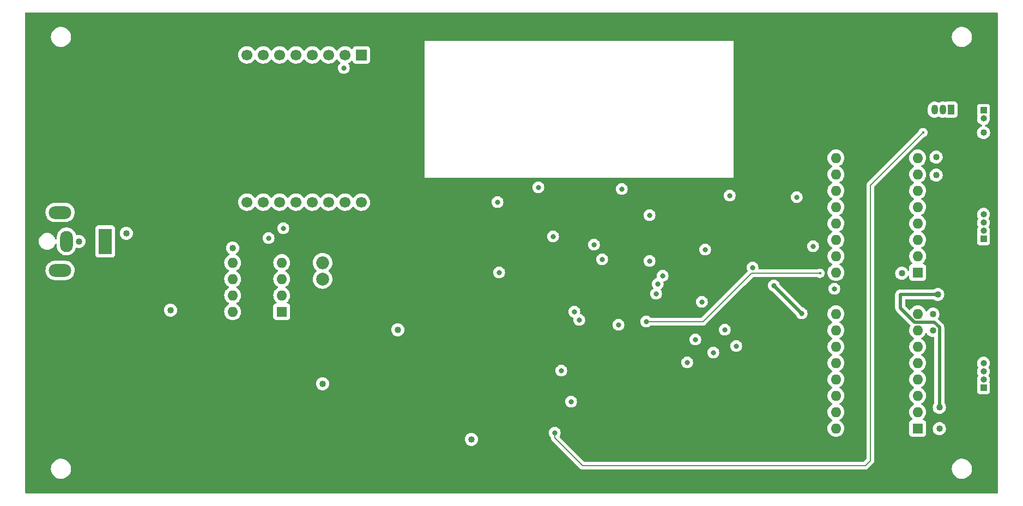
<source format=gbr>
%TF.GenerationSoftware,KiCad,Pcbnew,(6.0.11-0)*%
%TF.CreationDate,2024-05-25T22:05:18+02:00*%
%TF.ProjectId,The Mechanical Turk,54686520-4d65-4636-9861-6e6963616c20,rev?*%
%TF.SameCoordinates,Original*%
%TF.FileFunction,Copper,L3,Inr*%
%TF.FilePolarity,Positive*%
%FSLAX46Y46*%
G04 Gerber Fmt 4.6, Leading zero omitted, Abs format (unit mm)*
G04 Created by KiCad (PCBNEW (6.0.11-0)) date 2024-05-25 22:05:18*
%MOMM*%
%LPD*%
G01*
G04 APERTURE LIST*
%TA.AperFunction,ComponentPad*%
%ADD10R,1.000000X1.000000*%
%TD*%
%TA.AperFunction,ComponentPad*%
%ADD11O,1.000000X1.000000*%
%TD*%
%TA.AperFunction,ComponentPad*%
%ADD12R,1.600000X1.600000*%
%TD*%
%TA.AperFunction,ComponentPad*%
%ADD13O,1.600000X1.600000*%
%TD*%
%TA.AperFunction,ComponentPad*%
%ADD14R,1.050000X1.500000*%
%TD*%
%TA.AperFunction,ComponentPad*%
%ADD15O,1.050000X1.500000*%
%TD*%
%TA.AperFunction,ComponentPad*%
%ADD16R,2.000000X4.000000*%
%TD*%
%TA.AperFunction,ComponentPad*%
%ADD17O,2.000000X3.300000*%
%TD*%
%TA.AperFunction,ComponentPad*%
%ADD18O,3.500000X2.000000*%
%TD*%
%TA.AperFunction,ComponentPad*%
%ADD19C,2.000000*%
%TD*%
%TA.AperFunction,ComponentPad*%
%ADD20O,2.000000X2.000000*%
%TD*%
%TA.AperFunction,ComponentPad*%
%ADD21C,1.700000*%
%TD*%
%TA.AperFunction,ComponentPad*%
%ADD22R,1.700000X1.700000*%
%TD*%
%TA.AperFunction,ViaPad*%
%ADD23C,0.800000*%
%TD*%
%TA.AperFunction,ViaPad*%
%ADD24C,1.016000*%
%TD*%
%TA.AperFunction,ViaPad*%
%ADD25C,0.406400*%
%TD*%
%TA.AperFunction,Conductor*%
%ADD26C,0.508000*%
%TD*%
%TA.AperFunction,Conductor*%
%ADD27C,0.200000*%
%TD*%
G04 APERTURE END LIST*
D10*
%TO.N,Net-(A1-Pad3)*%
%TO.C,J2*%
X226622000Y-122550000D03*
D11*
%TO.N,Net-(A1-Pad4)*%
X226622000Y-121280000D03*
%TO.N,Net-(A1-Pad5)*%
X226622000Y-120010000D03*
%TO.N,Net-(A1-Pad6)*%
X226622000Y-118740000D03*
%TD*%
D10*
%TO.N,Net-(A2-Pad3)*%
%TO.C,J3*%
X226622000Y-99436000D03*
D11*
%TO.N,Net-(A2-Pad4)*%
X226622000Y-98166000D03*
%TO.N,Net-(A2-Pad5)*%
X226622000Y-96896000D03*
%TO.N,Net-(A2-Pad6)*%
X226622000Y-95626000D03*
%TD*%
D12*
%TO.N,GND*%
%TO.C,A1*%
X216398000Y-128854000D03*
D13*
%TO.N,+3.3V*%
X216398000Y-126314000D03*
%TO.N,Net-(A1-Pad3)*%
X216398000Y-123774000D03*
%TO.N,Net-(A1-Pad4)*%
X216398000Y-121234000D03*
%TO.N,Net-(A1-Pad5)*%
X216398000Y-118694000D03*
%TO.N,Net-(A1-Pad6)*%
X216398000Y-116154000D03*
%TO.N,GND*%
X216398000Y-113614000D03*
%TO.N,+12V*%
X216398000Y-111074000D03*
%TO.N,Net-(A1-Pad9)*%
X203698000Y-111074000D03*
%TO.N,Net-(A1-Pad10)*%
X203698000Y-113614000D03*
%TO.N,Net-(A1-Pad11)*%
X203698000Y-116154000D03*
%TO.N,Net-(A1-Pad12)*%
X203698000Y-118694000D03*
%TO.N,Net-(A1-Pad13)*%
X203698000Y-121234000D03*
X203698000Y-123774000D03*
%TO.N,Net-(A1-Pad15)*%
X203698000Y-126314000D03*
%TO.N,Net-(A1-Pad16)*%
X203698000Y-128854000D03*
%TD*%
D14*
%TO.N,Net-(J4-Pad1)*%
%TO.C,Q1*%
X221542000Y-79370000D03*
D15*
%TO.N,IO16*%
X220272000Y-79370000D03*
%TO.N,Net-(Q1-Pad3)*%
X219002000Y-79370000D03*
%TD*%
D12*
%TO.N,unconnected-(U1-Pad1)*%
%TO.C,U1*%
X117602000Y-110744000D03*
D13*
%TO.N,unconnected-(U1-Pad2)*%
X117602000Y-108204000D03*
%TO.N,unconnected-(U1-Pad3)*%
X117602000Y-105664000D03*
%TO.N,+3.3V*%
X117602000Y-103124000D03*
%TO.N,GND*%
X109982000Y-103124000D03*
X109982000Y-105664000D03*
%TO.N,+12V*%
X109982000Y-108204000D03*
%TO.N,Net-(D1-Pad1)*%
X109982000Y-110744000D03*
%TD*%
D16*
%TO.N,+12V*%
%TO.C,J1*%
X90170000Y-99822000D03*
D17*
%TO.N,GND*%
X84170000Y-99822000D03*
D18*
%TO.N,N/C*%
X83170000Y-95322000D03*
X83170000Y-104322000D03*
%TD*%
D19*
%TO.N,Net-(D1-Pad1)*%
%TO.C,L1*%
X123952000Y-105672000D03*
D20*
%TO.N,+3.3V*%
X123952000Y-103132000D03*
%TD*%
D12*
%TO.N,GND*%
%TO.C,A2*%
X216398000Y-104648000D03*
D13*
%TO.N,+3.3V*%
X216398000Y-102108000D03*
%TO.N,Net-(A2-Pad3)*%
X216398000Y-99568000D03*
%TO.N,Net-(A2-Pad4)*%
X216398000Y-97028000D03*
%TO.N,Net-(A2-Pad5)*%
X216398000Y-94488000D03*
%TO.N,Net-(A2-Pad6)*%
X216398000Y-91948000D03*
%TO.N,GND*%
X216398000Y-89408000D03*
%TO.N,+12V*%
X216398000Y-86868000D03*
%TO.N,Net-(A2-Pad9)*%
X203698000Y-86868000D03*
%TO.N,Net-(A2-Pad10)*%
X203698000Y-89408000D03*
%TO.N,Net-(A2-Pad11)*%
X203698000Y-91948000D03*
%TO.N,Net-(A2-Pad12)*%
X203698000Y-94488000D03*
%TO.N,Net-(A2-Pad13)*%
X203698000Y-97028000D03*
X203698000Y-99568000D03*
%TO.N,Net-(A2-Pad15)*%
X203698000Y-102108000D03*
%TO.N,Net-(A2-Pad16)*%
X203698000Y-104648000D03*
%TD*%
D10*
%TO.N,Net-(J4-Pad1)*%
%TO.C,J4*%
X226622000Y-79482000D03*
D11*
%TO.N,GND*%
X226622000Y-80752000D03*
%TD*%
D21*
%TO.N,+3.3V*%
%TO.C,G1*%
X129974000Y-93728500D03*
%TO.N,unconnected-(G1-Pad15)*%
X127434000Y-93728500D03*
%TO.N,unconnected-(G1-Pad14)*%
X124894000Y-93728500D03*
%TO.N,N/C*%
X122354000Y-93728500D03*
%TO.N,unconnected-(G1-Pad12)*%
X119814000Y-93728500D03*
%TO.N,RX*%
X117274000Y-93728500D03*
%TO.N,TX*%
X114734000Y-93728500D03*
%TO.N,N/C*%
X112194000Y-93728500D03*
%TO.N,unconnected-(G1-Pad8)*%
X112194000Y-70868500D03*
%TO.N,unconnected-(G1-Pad7)*%
X114734000Y-70868500D03*
%TO.N,unconnected-(G1-Pad6)*%
X117274000Y-70868500D03*
%TO.N,unconnected-(G1-Pad5)*%
X119814000Y-70868500D03*
%TO.N,unconnected-(G1-Pad4)*%
X122354000Y-70868500D03*
%TO.N,unconnected-(G1-Pad3)*%
X124894000Y-70868500D03*
%TO.N,GND*%
X127434000Y-70868500D03*
D22*
%TO.N,unconnected-(G1-Pad1)*%
X129974000Y-70868500D03*
%TD*%
D23*
%TO.N,Net-(A1-Pad11)*%
X176022000Y-106426000D03*
X181864000Y-115062000D03*
%TO.N,Net-(A1-Pad10)*%
X176784000Y-105156000D03*
X186436000Y-113538000D03*
%TO.N,Net-(A1-Pad9)*%
X194056000Y-106680000D03*
X174752000Y-95758000D03*
X190754000Y-103886000D03*
X198374000Y-110998000D03*
%TO.N,Net-(A1-Pad12)*%
X175768000Y-107950000D03*
X180594000Y-118618000D03*
%TO.N,Net-(A2-Pad9)*%
X182880000Y-109220000D03*
X197612000Y-92964000D03*
%TO.N,Net-(A1-Pad15)*%
X161036000Y-119888000D03*
X163068000Y-110744000D03*
%TO.N,Net-(A1-Pad16)*%
X163830000Y-112014000D03*
X162560000Y-124714000D03*
%TO.N,+3.3V*%
X151384000Y-104648000D03*
X174752000Y-102870000D03*
%TO.N,Net-(A2-Pad11)*%
X188214000Y-116078000D03*
X203454000Y-107188000D03*
%TO.N,Net-(A2-Pad12)*%
X200152000Y-100584000D03*
X184658000Y-117094000D03*
%TO.N,IO16*%
X160020000Y-129540000D03*
%TO.N,GND*%
X187198000Y-92710000D03*
X183388000Y-101092000D03*
%TO.N,Net-(A2-Pad16)*%
X174244000Y-112268000D03*
%TO.N,GND*%
X157480000Y-91440000D03*
D24*
X100330000Y-110490000D03*
X213922000Y-104770000D03*
D23*
X159766000Y-99060000D03*
D24*
X147066000Y-130556000D03*
D23*
X151130000Y-93726000D03*
D24*
X86106000Y-99822000D03*
X219764000Y-128900000D03*
D23*
X127254000Y-72898000D03*
D24*
X123952000Y-121920000D03*
X135636000Y-113538000D03*
X219256000Y-89530000D03*
X218748000Y-113660000D03*
X109982000Y-100838000D03*
D23*
X169926000Y-112776000D03*
X170434000Y-91694000D03*
D24*
X226622000Y-82926000D03*
%TO.N,+3.3V*%
X219764000Y-125598000D03*
X219510000Y-108072000D03*
%TO.N,+12V*%
X219256000Y-86736000D03*
X93472000Y-98552000D03*
X218748000Y-111120000D03*
D25*
%TO.N,Net-(A2-Pad16)*%
X201222000Y-104770000D03*
D23*
%TO.N,TX*%
X115570000Y-99314000D03*
X167386000Y-102616000D03*
%TO.N,RX*%
X117856000Y-97790000D03*
X166116000Y-100330000D03*
D25*
%TO.N,IO16*%
X217224000Y-82926000D03*
%TD*%
D26*
%TO.N,Net-(A1-Pad9)*%
X198374000Y-110998000D02*
X194056000Y-106680000D01*
D27*
%TO.N,IO16*%
X160020000Y-130302000D02*
X160020000Y-129540000D01*
X164338000Y-134620000D02*
X160020000Y-130302000D01*
X209042000Y-133858000D02*
X208280000Y-134620000D01*
X209042000Y-91186000D02*
X209042000Y-133858000D01*
X208280000Y-134620000D02*
X164338000Y-134620000D01*
X209042000Y-91186000D02*
X209042000Y-91108000D01*
X209042000Y-91108000D02*
X217224000Y-82926000D01*
%TO.N,Net-(A2-Pad16)*%
X183056000Y-112268000D02*
X174244000Y-112268000D01*
X190554000Y-104770000D02*
X183056000Y-112268000D01*
D26*
%TO.N,+3.3V*%
X219764000Y-113152000D02*
X219764000Y-125598000D01*
X213668000Y-108072000D02*
X213668000Y-110149424D01*
X218972000Y-112360000D02*
X219764000Y-113152000D01*
X215878576Y-112360000D02*
X218972000Y-112360000D01*
X213668000Y-108072000D02*
X219510000Y-108072000D01*
X213668000Y-110149424D02*
X215878576Y-112360000D01*
D27*
%TO.N,Net-(A2-Pad16)*%
X201222000Y-104770000D02*
X190554000Y-104770000D01*
%TD*%
%TA.AperFunction,NonConductor*%
G36*
X228795621Y-64282502D02*
G01*
X228842114Y-64336158D01*
X228853500Y-64388500D01*
X228853500Y-138811500D01*
X228833498Y-138879621D01*
X228779842Y-138926114D01*
X228727500Y-138937500D01*
X77850500Y-138937500D01*
X77782379Y-138917498D01*
X77735886Y-138863842D01*
X77724500Y-138811500D01*
X77724500Y-135182568D01*
X81749382Y-135182568D01*
X81749963Y-135187588D01*
X81749963Y-135187592D01*
X81754697Y-135228501D01*
X81778208Y-135431699D01*
X81779587Y-135436573D01*
X81779588Y-135436577D01*
X81818526Y-135574181D01*
X81846494Y-135673017D01*
X81848628Y-135677592D01*
X81848630Y-135677599D01*
X81950347Y-135895731D01*
X81952484Y-135900313D01*
X81955326Y-135904494D01*
X81955326Y-135904495D01*
X82090605Y-136103552D01*
X82090608Y-136103556D01*
X82093451Y-136107739D01*
X82096928Y-136111416D01*
X82096929Y-136111417D01*
X82197238Y-136217491D01*
X82265767Y-136289959D01*
X82269793Y-136293037D01*
X82269794Y-136293038D01*
X82460981Y-136439212D01*
X82460985Y-136439215D01*
X82465001Y-136442285D01*
X82686026Y-136560797D01*
X82690807Y-136562443D01*
X82690811Y-136562445D01*
X82916538Y-136640169D01*
X82923156Y-136642448D01*
X83026689Y-136660331D01*
X83166380Y-136684460D01*
X83166386Y-136684461D01*
X83170290Y-136685135D01*
X83174251Y-136685315D01*
X83174252Y-136685315D01*
X83198931Y-136686436D01*
X83198950Y-136686436D01*
X83200350Y-136686500D01*
X83375015Y-136686500D01*
X83377523Y-136686298D01*
X83377528Y-136686298D01*
X83556944Y-136671863D01*
X83556949Y-136671862D01*
X83561985Y-136671457D01*
X83566893Y-136670252D01*
X83566896Y-136670251D01*
X83800625Y-136612841D01*
X83805539Y-136611634D01*
X83810191Y-136609659D01*
X83810195Y-136609658D01*
X84031741Y-136515617D01*
X84031742Y-136515617D01*
X84036396Y-136513641D01*
X84248615Y-136380000D01*
X84436738Y-136214147D01*
X84595924Y-136020351D01*
X84722078Y-135803596D01*
X84811955Y-135569461D01*
X84863241Y-135323967D01*
X84874618Y-135073432D01*
X84868000Y-135016230D01*
X84846374Y-134829334D01*
X84845792Y-134824301D01*
X84806810Y-134686539D01*
X84778884Y-134587852D01*
X84778883Y-134587850D01*
X84777506Y-134582983D01*
X84775372Y-134578408D01*
X84775370Y-134578401D01*
X84673653Y-134360269D01*
X84673651Y-134360265D01*
X84671516Y-134355687D01*
X84631641Y-134297013D01*
X84533395Y-134152448D01*
X84533392Y-134152444D01*
X84530549Y-134148261D01*
X84429925Y-134041853D01*
X84361713Y-133969721D01*
X84358233Y-133966041D01*
X84269089Y-133897885D01*
X84163019Y-133816788D01*
X84163015Y-133816785D01*
X84158999Y-133813715D01*
X83937974Y-133695203D01*
X83933193Y-133693557D01*
X83933189Y-133693555D01*
X83705633Y-133615201D01*
X83700844Y-133613552D01*
X83597311Y-133595669D01*
X83457620Y-133571540D01*
X83457614Y-133571539D01*
X83453710Y-133570865D01*
X83449749Y-133570685D01*
X83449748Y-133570685D01*
X83425069Y-133569564D01*
X83425050Y-133569564D01*
X83423650Y-133569500D01*
X83248985Y-133569500D01*
X83246477Y-133569702D01*
X83246472Y-133569702D01*
X83067056Y-133584137D01*
X83067051Y-133584138D01*
X83062015Y-133584543D01*
X83057107Y-133585748D01*
X83057104Y-133585749D01*
X82825326Y-133642680D01*
X82818461Y-133644366D01*
X82813809Y-133646341D01*
X82813805Y-133646342D01*
X82693061Y-133697595D01*
X82587604Y-133742359D01*
X82583320Y-133745057D01*
X82390965Y-133866189D01*
X82375385Y-133876000D01*
X82187262Y-134041853D01*
X82028076Y-134235649D01*
X81901922Y-134452404D01*
X81812045Y-134686539D01*
X81760759Y-134932033D01*
X81760530Y-134937082D01*
X81760529Y-134937088D01*
X81756935Y-135016234D01*
X81749382Y-135182568D01*
X77724500Y-135182568D01*
X77724500Y-130541739D01*
X146044682Y-130541739D01*
X146061362Y-130740386D01*
X146116310Y-130932009D01*
X146207430Y-131109311D01*
X146331253Y-131265537D01*
X146483063Y-131394737D01*
X146488441Y-131397743D01*
X146488443Y-131397744D01*
X146530397Y-131421191D01*
X146657076Y-131491989D01*
X146662935Y-131493893D01*
X146662938Y-131493894D01*
X146698701Y-131505514D01*
X146846665Y-131553591D01*
X146852775Y-131554320D01*
X146852777Y-131554320D01*
X146920314Y-131562373D01*
X147044609Y-131577194D01*
X147050744Y-131576722D01*
X147050746Y-131576722D01*
X147237226Y-131562373D01*
X147237231Y-131562372D01*
X147243367Y-131561900D01*
X147249297Y-131560244D01*
X147249299Y-131560244D01*
X147339369Y-131535096D01*
X147435370Y-131508292D01*
X147440870Y-131505514D01*
X147607802Y-131421191D01*
X147607804Y-131421190D01*
X147613303Y-131418412D01*
X147770390Y-131295682D01*
X147792962Y-131269532D01*
X147896618Y-131149446D01*
X147896619Y-131149444D01*
X147900647Y-131144778D01*
X147999112Y-130971448D01*
X148062035Y-130782294D01*
X148068713Y-130729434D01*
X148086578Y-130588023D01*
X148086579Y-130588013D01*
X148087020Y-130584520D01*
X148087418Y-130556000D01*
X148067965Y-130357606D01*
X148066184Y-130351707D01*
X148066183Y-130351702D01*
X148012129Y-130172667D01*
X148010348Y-130166768D01*
X147930854Y-130017261D01*
X147919655Y-129996198D01*
X147919653Y-129996195D01*
X147916761Y-129990756D01*
X147912871Y-129985986D01*
X147912868Y-129985982D01*
X147794663Y-129841049D01*
X147794660Y-129841046D01*
X147790768Y-129836274D01*
X147637170Y-129709206D01*
X147461815Y-129614392D01*
X147271385Y-129555444D01*
X147265260Y-129554800D01*
X147265259Y-129554800D01*
X147124444Y-129540000D01*
X159106496Y-129540000D01*
X159107186Y-129546565D01*
X159123451Y-129701314D01*
X159126458Y-129729928D01*
X159185473Y-129911556D01*
X159188776Y-129917278D01*
X159188777Y-129917279D01*
X159221649Y-129974215D01*
X159280960Y-130076944D01*
X159285378Y-130081851D01*
X159285379Y-130081852D01*
X159377249Y-130183884D01*
X159407967Y-130247891D01*
X159408536Y-130284635D01*
X159406250Y-130302000D01*
X159410959Y-130337766D01*
X159411499Y-130341870D01*
X159411503Y-130341911D01*
X159413569Y-130357600D01*
X159413570Y-130357606D01*
X159427162Y-130460851D01*
X159488476Y-130608876D01*
X159493503Y-130615427D01*
X159493504Y-130615429D01*
X159561520Y-130704069D01*
X159561526Y-130704075D01*
X159586013Y-130735987D01*
X159592568Y-130741017D01*
X159611379Y-130755452D01*
X159623770Y-130766319D01*
X163873685Y-135016234D01*
X163884552Y-135028625D01*
X163904013Y-135053987D01*
X163935925Y-135078474D01*
X163935928Y-135078477D01*
X164031124Y-135151524D01*
X164179149Y-135212838D01*
X164187336Y-135213916D01*
X164187337Y-135213916D01*
X164198542Y-135215391D01*
X164229738Y-135219498D01*
X164298115Y-135228500D01*
X164298118Y-135228500D01*
X164298126Y-135228501D01*
X164329811Y-135232672D01*
X164338000Y-135233750D01*
X164369693Y-135229578D01*
X164386136Y-135228500D01*
X208231864Y-135228500D01*
X208248307Y-135229578D01*
X208280000Y-135233750D01*
X208288189Y-135232672D01*
X208319874Y-135228501D01*
X208319884Y-135228500D01*
X208319885Y-135228500D01*
X208319901Y-135228498D01*
X208419457Y-135215391D01*
X208430664Y-135213916D01*
X208430666Y-135213915D01*
X208438851Y-135212838D01*
X208511929Y-135182568D01*
X221703382Y-135182568D01*
X221703963Y-135187588D01*
X221703963Y-135187592D01*
X221708697Y-135228501D01*
X221732208Y-135431699D01*
X221733587Y-135436573D01*
X221733588Y-135436577D01*
X221772526Y-135574181D01*
X221800494Y-135673017D01*
X221802628Y-135677592D01*
X221802630Y-135677599D01*
X221904347Y-135895731D01*
X221906484Y-135900313D01*
X221909326Y-135904494D01*
X221909326Y-135904495D01*
X222044605Y-136103552D01*
X222044608Y-136103556D01*
X222047451Y-136107739D01*
X222050928Y-136111416D01*
X222050929Y-136111417D01*
X222151238Y-136217491D01*
X222219767Y-136289959D01*
X222223793Y-136293037D01*
X222223794Y-136293038D01*
X222414981Y-136439212D01*
X222414985Y-136439215D01*
X222419001Y-136442285D01*
X222640026Y-136560797D01*
X222644807Y-136562443D01*
X222644811Y-136562445D01*
X222870538Y-136640169D01*
X222877156Y-136642448D01*
X222980689Y-136660331D01*
X223120380Y-136684460D01*
X223120386Y-136684461D01*
X223124290Y-136685135D01*
X223128251Y-136685315D01*
X223128252Y-136685315D01*
X223152931Y-136686436D01*
X223152950Y-136686436D01*
X223154350Y-136686500D01*
X223329015Y-136686500D01*
X223331523Y-136686298D01*
X223331528Y-136686298D01*
X223510944Y-136671863D01*
X223510949Y-136671862D01*
X223515985Y-136671457D01*
X223520893Y-136670252D01*
X223520896Y-136670251D01*
X223754625Y-136612841D01*
X223759539Y-136611634D01*
X223764191Y-136609659D01*
X223764195Y-136609658D01*
X223985741Y-136515617D01*
X223985742Y-136515617D01*
X223990396Y-136513641D01*
X224202615Y-136380000D01*
X224390738Y-136214147D01*
X224549924Y-136020351D01*
X224676078Y-135803596D01*
X224765955Y-135569461D01*
X224817241Y-135323967D01*
X224828618Y-135073432D01*
X224822000Y-135016230D01*
X224800374Y-134829334D01*
X224799792Y-134824301D01*
X224760810Y-134686539D01*
X224732884Y-134587852D01*
X224732883Y-134587850D01*
X224731506Y-134582983D01*
X224729372Y-134578408D01*
X224729370Y-134578401D01*
X224627653Y-134360269D01*
X224627651Y-134360265D01*
X224625516Y-134355687D01*
X224585641Y-134297013D01*
X224487395Y-134152448D01*
X224487392Y-134152444D01*
X224484549Y-134148261D01*
X224383925Y-134041853D01*
X224315713Y-133969721D01*
X224312233Y-133966041D01*
X224223089Y-133897885D01*
X224117019Y-133816788D01*
X224117015Y-133816785D01*
X224112999Y-133813715D01*
X223891974Y-133695203D01*
X223887193Y-133693557D01*
X223887189Y-133693555D01*
X223659633Y-133615201D01*
X223654844Y-133613552D01*
X223551311Y-133595669D01*
X223411620Y-133571540D01*
X223411614Y-133571539D01*
X223407710Y-133570865D01*
X223403749Y-133570685D01*
X223403748Y-133570685D01*
X223379069Y-133569564D01*
X223379050Y-133569564D01*
X223377650Y-133569500D01*
X223202985Y-133569500D01*
X223200477Y-133569702D01*
X223200472Y-133569702D01*
X223021056Y-133584137D01*
X223021051Y-133584138D01*
X223016015Y-133584543D01*
X223011107Y-133585748D01*
X223011104Y-133585749D01*
X222779326Y-133642680D01*
X222772461Y-133644366D01*
X222767809Y-133646341D01*
X222767805Y-133646342D01*
X222647061Y-133697595D01*
X222541604Y-133742359D01*
X222537320Y-133745057D01*
X222344965Y-133866189D01*
X222329385Y-133876000D01*
X222141262Y-134041853D01*
X221982076Y-134235649D01*
X221855922Y-134452404D01*
X221766045Y-134686539D01*
X221714759Y-134932033D01*
X221714530Y-134937082D01*
X221714529Y-134937088D01*
X221710935Y-135016234D01*
X221703382Y-135182568D01*
X208511929Y-135182568D01*
X208586876Y-135151524D01*
X208682072Y-135078477D01*
X208682075Y-135078474D01*
X208713987Y-135053987D01*
X208719017Y-135047432D01*
X208733452Y-135028621D01*
X208744319Y-135016230D01*
X209438234Y-134322315D01*
X209450625Y-134311448D01*
X209469437Y-134297013D01*
X209475987Y-134291987D01*
X209500474Y-134260075D01*
X209500478Y-134260071D01*
X209573524Y-134164876D01*
X209634838Y-134016851D01*
X209635922Y-134008621D01*
X209641527Y-133966041D01*
X209650500Y-133897885D01*
X209650500Y-133897880D01*
X209654672Y-133866189D01*
X209655750Y-133858000D01*
X209651578Y-133826307D01*
X209650500Y-133809862D01*
X209650500Y-110122632D01*
X212900776Y-110122632D01*
X212901369Y-110129924D01*
X212901369Y-110129927D01*
X212905085Y-110175607D01*
X212905500Y-110185822D01*
X212905500Y-110193949D01*
X212908811Y-110222348D01*
X212909238Y-110226668D01*
X212915191Y-110299850D01*
X212917447Y-110306812D01*
X212918643Y-110312800D01*
X212920051Y-110318757D01*
X212920899Y-110326031D01*
X212923397Y-110332913D01*
X212923398Y-110332917D01*
X212945945Y-110395031D01*
X212947355Y-110399135D01*
X212969987Y-110468999D01*
X212973787Y-110475262D01*
X212976325Y-110480804D01*
X212979067Y-110486280D01*
X212981566Y-110493165D01*
X212985581Y-110499289D01*
X213021815Y-110554556D01*
X213024130Y-110558224D01*
X213062227Y-110621005D01*
X213065941Y-110625210D01*
X213065943Y-110625213D01*
X213069667Y-110629429D01*
X213069638Y-110629455D01*
X213072238Y-110632386D01*
X213075042Y-110635740D01*
X213079054Y-110641859D01*
X213084366Y-110646891D01*
X213135586Y-110695412D01*
X213138028Y-110697790D01*
X215242612Y-112802374D01*
X215276638Y-112864686D01*
X215271573Y-112935501D01*
X215263073Y-112953543D01*
X215260477Y-112957251D01*
X215258151Y-112962238D01*
X215258151Y-112962239D01*
X215174566Y-113141490D01*
X215163716Y-113164757D01*
X215162294Y-113170065D01*
X215162293Y-113170067D01*
X215112838Y-113354635D01*
X215104457Y-113385913D01*
X215084502Y-113614000D01*
X215104457Y-113842087D01*
X215105881Y-113847400D01*
X215105881Y-113847402D01*
X215156419Y-114036009D01*
X215163716Y-114063243D01*
X215166039Y-114068224D01*
X215166039Y-114068225D01*
X215258151Y-114265762D01*
X215258154Y-114265767D01*
X215260477Y-114270749D01*
X215298630Y-114325237D01*
X215383540Y-114446500D01*
X215391802Y-114458300D01*
X215553700Y-114620198D01*
X215558208Y-114623355D01*
X215558211Y-114623357D01*
X215608144Y-114658320D01*
X215741251Y-114751523D01*
X215746233Y-114753846D01*
X215746238Y-114753849D01*
X215780457Y-114769805D01*
X215833742Y-114816722D01*
X215853203Y-114884999D01*
X215832661Y-114952959D01*
X215780457Y-114998195D01*
X215746238Y-115014151D01*
X215746233Y-115014154D01*
X215741251Y-115016477D01*
X215676238Y-115062000D01*
X215558211Y-115144643D01*
X215558208Y-115144645D01*
X215553700Y-115147802D01*
X215391802Y-115309700D01*
X215260477Y-115497251D01*
X215258154Y-115502233D01*
X215258151Y-115502238D01*
X215237384Y-115546774D01*
X215163716Y-115704757D01*
X215162294Y-115710065D01*
X215162293Y-115710067D01*
X215112838Y-115894635D01*
X215104457Y-115925913D01*
X215084502Y-116154000D01*
X215104457Y-116382087D01*
X215105881Y-116387400D01*
X215105881Y-116387402D01*
X215112272Y-116411251D01*
X215163716Y-116603243D01*
X215166039Y-116608224D01*
X215166039Y-116608225D01*
X215258151Y-116805762D01*
X215258154Y-116805767D01*
X215260477Y-116810749D01*
X215263634Y-116815257D01*
X215383540Y-116986500D01*
X215391802Y-116998300D01*
X215553700Y-117160198D01*
X215558208Y-117163355D01*
X215558211Y-117163357D01*
X215636389Y-117218098D01*
X215741251Y-117291523D01*
X215746233Y-117293846D01*
X215746238Y-117293849D01*
X215780457Y-117309805D01*
X215833742Y-117356722D01*
X215853203Y-117424999D01*
X215832661Y-117492959D01*
X215780457Y-117538195D01*
X215746238Y-117554151D01*
X215746233Y-117554154D01*
X215741251Y-117556477D01*
X215643068Y-117625226D01*
X215558211Y-117684643D01*
X215558208Y-117684645D01*
X215553700Y-117687802D01*
X215391802Y-117849700D01*
X215260477Y-118037251D01*
X215258154Y-118042233D01*
X215258151Y-118042238D01*
X215166039Y-118239775D01*
X215163716Y-118244757D01*
X215162294Y-118250065D01*
X215162293Y-118250067D01*
X215112838Y-118434635D01*
X215104457Y-118465913D01*
X215084502Y-118694000D01*
X215104457Y-118922087D01*
X215105881Y-118927400D01*
X215105881Y-118927402D01*
X215154038Y-119107123D01*
X215163716Y-119143243D01*
X215166039Y-119148224D01*
X215166039Y-119148225D01*
X215258151Y-119345762D01*
X215258154Y-119345767D01*
X215260477Y-119350749D01*
X215298630Y-119405237D01*
X215383540Y-119526500D01*
X215391802Y-119538300D01*
X215553700Y-119700198D01*
X215558208Y-119703355D01*
X215558211Y-119703357D01*
X215636389Y-119758098D01*
X215741251Y-119831523D01*
X215746233Y-119833846D01*
X215746238Y-119833849D01*
X215780457Y-119849805D01*
X215833742Y-119896722D01*
X215853203Y-119964999D01*
X215832661Y-120032959D01*
X215780457Y-120078195D01*
X215746238Y-120094151D01*
X215746233Y-120094154D01*
X215741251Y-120096477D01*
X215636389Y-120169902D01*
X215558211Y-120224643D01*
X215558208Y-120224645D01*
X215553700Y-120227802D01*
X215391802Y-120389700D01*
X215388645Y-120394208D01*
X215388643Y-120394211D01*
X215363687Y-120429852D01*
X215260477Y-120577251D01*
X215258154Y-120582233D01*
X215258151Y-120582238D01*
X215166039Y-120779775D01*
X215163716Y-120784757D01*
X215162294Y-120790065D01*
X215162293Y-120790067D01*
X215128518Y-120916115D01*
X215104457Y-121005913D01*
X215084502Y-121234000D01*
X215104457Y-121462087D01*
X215163716Y-121683243D01*
X215166039Y-121688224D01*
X215166039Y-121688225D01*
X215258151Y-121885762D01*
X215258154Y-121885767D01*
X215260477Y-121890749D01*
X215391802Y-122078300D01*
X215553700Y-122240198D01*
X215558208Y-122243355D01*
X215558211Y-122243357D01*
X215633406Y-122296009D01*
X215741251Y-122371523D01*
X215746233Y-122373846D01*
X215746238Y-122373849D01*
X215780457Y-122389805D01*
X215833742Y-122436722D01*
X215853203Y-122504999D01*
X215832661Y-122572959D01*
X215780457Y-122618195D01*
X215746238Y-122634151D01*
X215746233Y-122634154D01*
X215741251Y-122636477D01*
X215714772Y-122655018D01*
X215558211Y-122764643D01*
X215558208Y-122764645D01*
X215553700Y-122767802D01*
X215391802Y-122929700D01*
X215388645Y-122934208D01*
X215388643Y-122934211D01*
X215333902Y-123012389D01*
X215260477Y-123117251D01*
X215258154Y-123122233D01*
X215258151Y-123122238D01*
X215236945Y-123167715D01*
X215163716Y-123324757D01*
X215162294Y-123330065D01*
X215162293Y-123330067D01*
X215115750Y-123503767D01*
X215104457Y-123545913D01*
X215084502Y-123774000D01*
X215104457Y-124002087D01*
X215105881Y-124007400D01*
X215105881Y-124007402D01*
X215112272Y-124031251D01*
X215163716Y-124223243D01*
X215166039Y-124228224D01*
X215166039Y-124228225D01*
X215258151Y-124425762D01*
X215258154Y-124425767D01*
X215260477Y-124430749D01*
X215391802Y-124618300D01*
X215553700Y-124780198D01*
X215558208Y-124783355D01*
X215558211Y-124783357D01*
X215636389Y-124838098D01*
X215741251Y-124911523D01*
X215746233Y-124913846D01*
X215746238Y-124913849D01*
X215780457Y-124929805D01*
X215833742Y-124976722D01*
X215853203Y-125044999D01*
X215832661Y-125112959D01*
X215780457Y-125158195D01*
X215746238Y-125174151D01*
X215746233Y-125174154D01*
X215741251Y-125176477D01*
X215643068Y-125245226D01*
X215558211Y-125304643D01*
X215558208Y-125304645D01*
X215553700Y-125307802D01*
X215391802Y-125469700D01*
X215260477Y-125657251D01*
X215258154Y-125662233D01*
X215258151Y-125662238D01*
X215202126Y-125782386D01*
X215163716Y-125864757D01*
X215104457Y-126085913D01*
X215084502Y-126314000D01*
X215104457Y-126542087D01*
X215105881Y-126547400D01*
X215105881Y-126547402D01*
X215124923Y-126618465D01*
X215163716Y-126763243D01*
X215166039Y-126768224D01*
X215166039Y-126768225D01*
X215258151Y-126965762D01*
X215258154Y-126965767D01*
X215260477Y-126970749D01*
X215391802Y-127158300D01*
X215553700Y-127320198D01*
X215558211Y-127323357D01*
X215562424Y-127326892D01*
X215561473Y-127328026D01*
X215601471Y-127378071D01*
X215608776Y-127448690D01*
X215576742Y-127512049D01*
X215515538Y-127548030D01*
X215498483Y-127551082D01*
X215487684Y-127552255D01*
X215351295Y-127603385D01*
X215234739Y-127690739D01*
X215147385Y-127807295D01*
X215096255Y-127943684D01*
X215089500Y-128005866D01*
X215089500Y-129702134D01*
X215096255Y-129764316D01*
X215147385Y-129900705D01*
X215234739Y-130017261D01*
X215351295Y-130104615D01*
X215487684Y-130155745D01*
X215549866Y-130162500D01*
X217246134Y-130162500D01*
X217308316Y-130155745D01*
X217444705Y-130104615D01*
X217561261Y-130017261D01*
X217648615Y-129900705D01*
X217699745Y-129764316D01*
X217706500Y-129702134D01*
X217706500Y-128885739D01*
X218742682Y-128885739D01*
X218759362Y-129084386D01*
X218814310Y-129276009D01*
X218905430Y-129453311D01*
X219029253Y-129609537D01*
X219181063Y-129738737D01*
X219186441Y-129741743D01*
X219186443Y-129741744D01*
X219294972Y-129802398D01*
X219355076Y-129835989D01*
X219360935Y-129837893D01*
X219360938Y-129837894D01*
X219396701Y-129849514D01*
X219544665Y-129897591D01*
X219550775Y-129898320D01*
X219550777Y-129898320D01*
X219618314Y-129906373D01*
X219742609Y-129921194D01*
X219748744Y-129920722D01*
X219748746Y-129920722D01*
X219935226Y-129906373D01*
X219935231Y-129906372D01*
X219941367Y-129905900D01*
X219947297Y-129904244D01*
X219947299Y-129904244D01*
X220093739Y-129863357D01*
X220133370Y-129852292D01*
X220138870Y-129849514D01*
X220305802Y-129765191D01*
X220305804Y-129765190D01*
X220311303Y-129762412D01*
X220468390Y-129639682D01*
X220490962Y-129613532D01*
X220594618Y-129493446D01*
X220594619Y-129493444D01*
X220598647Y-129488778D01*
X220697112Y-129315448D01*
X220760035Y-129126294D01*
X220766312Y-129076607D01*
X220784578Y-128932023D01*
X220784579Y-128932013D01*
X220785020Y-128928520D01*
X220785418Y-128900000D01*
X220765965Y-128701606D01*
X220764184Y-128695707D01*
X220764183Y-128695702D01*
X220710129Y-128516667D01*
X220708348Y-128510768D01*
X220661555Y-128422762D01*
X220617655Y-128340198D01*
X220617653Y-128340195D01*
X220614761Y-128334756D01*
X220610871Y-128329986D01*
X220610868Y-128329982D01*
X220492663Y-128185049D01*
X220492660Y-128185046D01*
X220488768Y-128180274D01*
X220335170Y-128053206D01*
X220159815Y-127958392D01*
X219969385Y-127899444D01*
X219963260Y-127898800D01*
X219963259Y-127898800D01*
X219777260Y-127879251D01*
X219777258Y-127879251D01*
X219771131Y-127878607D01*
X219648252Y-127889790D01*
X219578746Y-127896115D01*
X219578745Y-127896115D01*
X219572605Y-127896674D01*
X219566691Y-127898415D01*
X219566689Y-127898415D01*
X219438020Y-127936285D01*
X219381370Y-127952958D01*
X219204709Y-128045314D01*
X219199909Y-128049174D01*
X219199908Y-128049174D01*
X219194893Y-128053206D01*
X219049351Y-128170225D01*
X218921214Y-128322933D01*
X218825179Y-128497621D01*
X218764902Y-128687635D01*
X218742682Y-128885739D01*
X217706500Y-128885739D01*
X217706500Y-128005866D01*
X217699745Y-127943684D01*
X217648615Y-127807295D01*
X217561261Y-127690739D01*
X217444705Y-127603385D01*
X217308316Y-127552255D01*
X217297526Y-127551083D01*
X217295394Y-127550197D01*
X217292778Y-127549575D01*
X217292879Y-127549152D01*
X217231965Y-127523845D01*
X217191537Y-127465483D01*
X217189078Y-127394529D01*
X217225371Y-127333510D01*
X217234031Y-127326511D01*
X217237793Y-127323354D01*
X217242300Y-127320198D01*
X217404198Y-127158300D01*
X217535523Y-126970749D01*
X217537846Y-126965767D01*
X217537849Y-126965762D01*
X217629961Y-126768225D01*
X217629961Y-126768224D01*
X217632284Y-126763243D01*
X217671078Y-126618465D01*
X217690119Y-126547402D01*
X217690119Y-126547400D01*
X217691543Y-126542087D01*
X217711498Y-126314000D01*
X217691543Y-126085913D01*
X217632284Y-125864757D01*
X217593874Y-125782386D01*
X217537849Y-125662238D01*
X217537846Y-125662233D01*
X217535523Y-125657251D01*
X217404198Y-125469700D01*
X217242300Y-125307802D01*
X217237792Y-125304645D01*
X217237789Y-125304643D01*
X217152932Y-125245226D01*
X217054749Y-125176477D01*
X217049767Y-125174154D01*
X217049762Y-125174151D01*
X217015543Y-125158195D01*
X216962258Y-125111278D01*
X216942797Y-125043001D01*
X216963339Y-124975041D01*
X217015543Y-124929805D01*
X217049762Y-124913849D01*
X217049767Y-124913846D01*
X217054749Y-124911523D01*
X217159611Y-124838098D01*
X217237789Y-124783357D01*
X217237792Y-124783355D01*
X217242300Y-124780198D01*
X217404198Y-124618300D01*
X217535523Y-124430749D01*
X217537846Y-124425767D01*
X217537849Y-124425762D01*
X217629961Y-124228225D01*
X217629961Y-124228224D01*
X217632284Y-124223243D01*
X217683729Y-124031251D01*
X217690119Y-124007402D01*
X217690119Y-124007400D01*
X217691543Y-124002087D01*
X217711498Y-123774000D01*
X217691543Y-123545913D01*
X217680250Y-123503767D01*
X217633707Y-123330067D01*
X217633706Y-123330065D01*
X217632284Y-123324757D01*
X217559055Y-123167715D01*
X217537849Y-123122238D01*
X217537846Y-123122233D01*
X217535523Y-123117251D01*
X217462098Y-123012389D01*
X217407357Y-122934211D01*
X217407355Y-122934208D01*
X217404198Y-122929700D01*
X217242300Y-122767802D01*
X217237792Y-122764645D01*
X217237789Y-122764643D01*
X217081228Y-122655018D01*
X217054749Y-122636477D01*
X217049767Y-122634154D01*
X217049762Y-122634151D01*
X217015543Y-122618195D01*
X216962258Y-122571278D01*
X216942797Y-122503001D01*
X216963339Y-122435041D01*
X217015543Y-122389805D01*
X217049762Y-122373849D01*
X217049767Y-122373846D01*
X217054749Y-122371523D01*
X217162594Y-122296009D01*
X217237789Y-122243357D01*
X217237792Y-122243355D01*
X217242300Y-122240198D01*
X217404198Y-122078300D01*
X217535523Y-121890749D01*
X217537846Y-121885767D01*
X217537849Y-121885762D01*
X217629961Y-121688225D01*
X217629961Y-121688224D01*
X217632284Y-121683243D01*
X217691543Y-121462087D01*
X217711498Y-121234000D01*
X217691543Y-121005913D01*
X217667482Y-120916115D01*
X217633707Y-120790067D01*
X217633706Y-120790065D01*
X217632284Y-120784757D01*
X217629961Y-120779775D01*
X217537849Y-120582238D01*
X217537846Y-120582233D01*
X217535523Y-120577251D01*
X217432313Y-120429852D01*
X217407357Y-120394211D01*
X217407355Y-120394208D01*
X217404198Y-120389700D01*
X217242300Y-120227802D01*
X217237792Y-120224645D01*
X217237789Y-120224643D01*
X217159611Y-120169902D01*
X217054749Y-120096477D01*
X217049767Y-120094154D01*
X217049762Y-120094151D01*
X217015543Y-120078195D01*
X216962258Y-120031278D01*
X216942797Y-119963001D01*
X216963339Y-119895041D01*
X217015543Y-119849805D01*
X217049762Y-119833849D01*
X217049767Y-119833846D01*
X217054749Y-119831523D01*
X217159611Y-119758098D01*
X217237789Y-119703357D01*
X217237792Y-119703355D01*
X217242300Y-119700198D01*
X217404198Y-119538300D01*
X217412461Y-119526500D01*
X217497370Y-119405237D01*
X217535523Y-119350749D01*
X217537846Y-119345767D01*
X217537849Y-119345762D01*
X217629961Y-119148225D01*
X217629961Y-119148224D01*
X217632284Y-119143243D01*
X217641963Y-119107123D01*
X217690119Y-118927402D01*
X217690119Y-118927400D01*
X217691543Y-118922087D01*
X217711498Y-118694000D01*
X217691543Y-118465913D01*
X217683162Y-118434635D01*
X217633707Y-118250067D01*
X217633706Y-118250065D01*
X217632284Y-118244757D01*
X217629961Y-118239775D01*
X217537849Y-118042238D01*
X217537846Y-118042233D01*
X217535523Y-118037251D01*
X217404198Y-117849700D01*
X217242300Y-117687802D01*
X217237792Y-117684645D01*
X217237789Y-117684643D01*
X217152932Y-117625226D01*
X217054749Y-117556477D01*
X217049767Y-117554154D01*
X217049762Y-117554151D01*
X217015543Y-117538195D01*
X216962258Y-117491278D01*
X216942797Y-117423001D01*
X216963339Y-117355041D01*
X217015543Y-117309805D01*
X217049762Y-117293849D01*
X217049767Y-117293846D01*
X217054749Y-117291523D01*
X217159611Y-117218098D01*
X217237789Y-117163357D01*
X217237792Y-117163355D01*
X217242300Y-117160198D01*
X217404198Y-116998300D01*
X217412461Y-116986500D01*
X217532366Y-116815257D01*
X217535523Y-116810749D01*
X217537846Y-116805767D01*
X217537849Y-116805762D01*
X217629961Y-116608225D01*
X217629961Y-116608224D01*
X217632284Y-116603243D01*
X217683729Y-116411251D01*
X217690119Y-116387402D01*
X217690119Y-116387400D01*
X217691543Y-116382087D01*
X217711498Y-116154000D01*
X217691543Y-115925913D01*
X217683162Y-115894635D01*
X217633707Y-115710067D01*
X217633706Y-115710065D01*
X217632284Y-115704757D01*
X217558616Y-115546774D01*
X217537849Y-115502238D01*
X217537846Y-115502233D01*
X217535523Y-115497251D01*
X217404198Y-115309700D01*
X217242300Y-115147802D01*
X217237792Y-115144645D01*
X217237789Y-115144643D01*
X217119762Y-115062000D01*
X217054749Y-115016477D01*
X217049767Y-115014154D01*
X217049762Y-115014151D01*
X217015543Y-114998195D01*
X216962258Y-114951278D01*
X216942797Y-114883001D01*
X216963339Y-114815041D01*
X217015543Y-114769805D01*
X217049762Y-114753849D01*
X217049767Y-114753846D01*
X217054749Y-114751523D01*
X217187856Y-114658320D01*
X217237789Y-114623357D01*
X217237792Y-114623355D01*
X217242300Y-114620198D01*
X217404198Y-114458300D01*
X217412461Y-114446500D01*
X217497370Y-114325237D01*
X217535523Y-114270749D01*
X217537847Y-114265764D01*
X217537851Y-114265758D01*
X217609225Y-114112694D01*
X217656142Y-114059408D01*
X217724419Y-114039947D01*
X217792379Y-114060489D01*
X217835487Y-114108349D01*
X217880477Y-114195891D01*
X217889430Y-114213311D01*
X218013253Y-114369537D01*
X218165063Y-114498737D01*
X218170441Y-114501743D01*
X218170443Y-114501744D01*
X218222387Y-114530774D01*
X218339076Y-114595989D01*
X218344935Y-114597893D01*
X218344938Y-114597894D01*
X218401589Y-114616301D01*
X218528665Y-114657591D01*
X218534775Y-114658320D01*
X218534777Y-114658320D01*
X218627637Y-114669392D01*
X218726609Y-114681194D01*
X218732744Y-114680722D01*
X218732746Y-114680722D01*
X218865833Y-114670481D01*
X218935288Y-114685198D01*
X218985760Y-114735129D01*
X219001500Y-114796110D01*
X219001500Y-124879391D01*
X218981498Y-124947512D01*
X218972022Y-124960382D01*
X218921214Y-125020933D01*
X218825179Y-125195621D01*
X218764902Y-125385635D01*
X218742682Y-125583739D01*
X218759362Y-125782386D01*
X218814310Y-125974009D01*
X218905430Y-126151311D01*
X219029253Y-126307537D01*
X219181063Y-126436737D01*
X219186441Y-126439743D01*
X219186443Y-126439744D01*
X219228397Y-126463191D01*
X219355076Y-126533989D01*
X219360935Y-126535893D01*
X219360938Y-126535894D01*
X219396356Y-126547402D01*
X219544665Y-126595591D01*
X219550775Y-126596320D01*
X219550777Y-126596320D01*
X219618314Y-126604373D01*
X219742609Y-126619194D01*
X219748744Y-126618722D01*
X219748746Y-126618722D01*
X219935226Y-126604373D01*
X219935231Y-126604372D01*
X219941367Y-126603900D01*
X219947297Y-126602244D01*
X219947299Y-126602244D01*
X220037369Y-126577096D01*
X220133370Y-126550292D01*
X220138870Y-126547514D01*
X220305802Y-126463191D01*
X220305804Y-126463190D01*
X220311303Y-126460412D01*
X220468390Y-126337682D01*
X220493558Y-126308525D01*
X220594618Y-126191446D01*
X220594619Y-126191444D01*
X220598647Y-126186778D01*
X220697112Y-126013448D01*
X220760035Y-125824294D01*
X220781138Y-125657251D01*
X220784578Y-125630023D01*
X220784579Y-125630013D01*
X220785020Y-125626520D01*
X220785418Y-125598000D01*
X220765965Y-125399606D01*
X220764184Y-125393707D01*
X220764183Y-125393702D01*
X220710129Y-125214667D01*
X220708348Y-125208768D01*
X220639730Y-125079716D01*
X220617655Y-125038198D01*
X220617653Y-125038195D01*
X220614761Y-125032756D01*
X220610871Y-125027986D01*
X220610868Y-125027982D01*
X220554857Y-124959307D01*
X220527303Y-124893875D01*
X220526500Y-124879671D01*
X220526500Y-121265851D01*
X225608719Y-121265851D01*
X225609235Y-121271995D01*
X225624737Y-121456607D01*
X225625268Y-121462934D01*
X225679783Y-121653050D01*
X225686150Y-121665438D01*
X225699496Y-121735165D01*
X225679300Y-121787266D01*
X225681079Y-121788240D01*
X225676771Y-121796108D01*
X225671385Y-121803295D01*
X225620255Y-121939684D01*
X225613500Y-122001866D01*
X225613500Y-123098134D01*
X225620255Y-123160316D01*
X225671385Y-123296705D01*
X225758739Y-123413261D01*
X225875295Y-123500615D01*
X226011684Y-123551745D01*
X226073866Y-123558500D01*
X227170134Y-123558500D01*
X227232316Y-123551745D01*
X227368705Y-123500615D01*
X227485261Y-123413261D01*
X227572615Y-123296705D01*
X227623745Y-123160316D01*
X227630500Y-123098134D01*
X227630500Y-122001866D01*
X227623745Y-121939684D01*
X227572615Y-121803295D01*
X227567229Y-121796109D01*
X227562921Y-121788240D01*
X227564942Y-121787133D01*
X227544506Y-121732443D01*
X227550621Y-121683606D01*
X227603884Y-121523490D01*
X227610197Y-121504513D01*
X227634985Y-121308295D01*
X227635380Y-121280000D01*
X227616080Y-121083167D01*
X227558916Y-120893831D01*
X227466066Y-120719204D01*
X227462167Y-120714424D01*
X227461715Y-120713743D01*
X227440676Y-120645935D01*
X227457105Y-120581775D01*
X227544723Y-120427542D01*
X227544725Y-120427537D01*
X227547769Y-120422179D01*
X227610197Y-120234513D01*
X227634985Y-120038295D01*
X227635380Y-120010000D01*
X227616080Y-119813167D01*
X227558916Y-119623831D01*
X227466066Y-119449204D01*
X227462167Y-119444424D01*
X227461715Y-119443743D01*
X227440676Y-119375935D01*
X227457105Y-119311775D01*
X227544723Y-119157542D01*
X227544725Y-119157537D01*
X227547769Y-119152179D01*
X227610197Y-118964513D01*
X227634985Y-118768295D01*
X227635380Y-118740000D01*
X227616080Y-118543167D01*
X227558916Y-118353831D01*
X227466066Y-118179204D01*
X227386018Y-118081056D01*
X227344960Y-118030713D01*
X227344957Y-118030710D01*
X227341065Y-118025938D01*
X227334724Y-118020692D01*
X227193425Y-117903799D01*
X227193421Y-117903797D01*
X227188675Y-117899870D01*
X227014701Y-117805802D01*
X226825768Y-117747318D01*
X226819643Y-117746674D01*
X226819642Y-117746674D01*
X226635204Y-117727289D01*
X226635202Y-117727289D01*
X226629075Y-117726645D01*
X226546576Y-117734153D01*
X226438251Y-117744011D01*
X226438248Y-117744012D01*
X226432112Y-117744570D01*
X226426206Y-117746308D01*
X226426202Y-117746309D01*
X226352655Y-117767955D01*
X226242381Y-117800410D01*
X226236923Y-117803263D01*
X226236919Y-117803265D01*
X226191745Y-117826882D01*
X226067110Y-117892040D01*
X225912975Y-118015968D01*
X225785846Y-118167474D01*
X225782879Y-118172872D01*
X225782875Y-118172877D01*
X225742432Y-118246444D01*
X225690567Y-118340787D01*
X225688706Y-118346654D01*
X225688705Y-118346656D01*
X225649136Y-118471393D01*
X225630765Y-118529306D01*
X225608719Y-118725851D01*
X225609235Y-118731995D01*
X225624737Y-118916607D01*
X225625268Y-118922934D01*
X225642569Y-118983271D01*
X225676260Y-119100763D01*
X225679783Y-119113050D01*
X225770187Y-119288956D01*
X225774016Y-119293787D01*
X225775839Y-119296088D01*
X225776414Y-119297509D01*
X225777353Y-119298966D01*
X225777076Y-119299144D01*
X225802474Y-119361898D01*
X225789301Y-119431662D01*
X225785846Y-119437474D01*
X225690567Y-119610787D01*
X225688706Y-119616654D01*
X225688705Y-119616656D01*
X225632627Y-119793436D01*
X225630765Y-119799306D01*
X225608719Y-119995851D01*
X225609235Y-120001995D01*
X225617434Y-120099634D01*
X225625268Y-120192934D01*
X225679783Y-120383050D01*
X225770187Y-120558956D01*
X225774016Y-120563787D01*
X225775839Y-120566088D01*
X225776414Y-120567509D01*
X225777353Y-120568966D01*
X225777076Y-120569144D01*
X225802474Y-120631898D01*
X225789301Y-120701662D01*
X225785846Y-120707474D01*
X225690567Y-120880787D01*
X225688706Y-120886654D01*
X225688705Y-120886656D01*
X225649136Y-121011393D01*
X225630765Y-121069306D01*
X225608719Y-121265851D01*
X220526500Y-121265851D01*
X220526500Y-113219368D01*
X220527933Y-113200417D01*
X220530123Y-113186024D01*
X220530123Y-113186022D01*
X220531223Y-113178792D01*
X220530514Y-113170067D01*
X220526915Y-113125825D01*
X220526500Y-113115611D01*
X220526500Y-113107475D01*
X220523186Y-113079056D01*
X220522757Y-113074711D01*
X220517403Y-113008874D01*
X220517403Y-113008872D01*
X220516809Y-113001574D01*
X220514552Y-112994607D01*
X220513353Y-112988607D01*
X220511949Y-112982667D01*
X220511101Y-112975393D01*
X220508603Y-112968511D01*
X220508602Y-112968507D01*
X220486055Y-112906393D01*
X220484645Y-112902289D01*
X220462013Y-112832425D01*
X220458213Y-112826162D01*
X220455675Y-112820620D01*
X220452933Y-112815144D01*
X220450434Y-112808259D01*
X220429284Y-112776000D01*
X220410185Y-112746868D01*
X220407870Y-112743200D01*
X220369773Y-112680419D01*
X220366057Y-112676212D01*
X220366054Y-112676208D01*
X220362332Y-112671995D01*
X220362362Y-112671969D01*
X220359764Y-112669041D01*
X220356960Y-112665687D01*
X220352946Y-112659565D01*
X220302417Y-112611699D01*
X220296415Y-112606013D01*
X220293972Y-112603635D01*
X219580412Y-111890074D01*
X219546387Y-111827762D01*
X219551452Y-111756946D01*
X219574129Y-111718646D01*
X219578618Y-111713446D01*
X219578620Y-111713444D01*
X219582647Y-111708778D01*
X219681112Y-111535448D01*
X219744035Y-111346294D01*
X219753013Y-111275226D01*
X219768578Y-111152023D01*
X219768579Y-111152013D01*
X219769020Y-111148520D01*
X219769418Y-111120000D01*
X219749965Y-110921606D01*
X219748184Y-110915707D01*
X219748183Y-110915702D01*
X219694129Y-110736667D01*
X219692348Y-110730768D01*
X219640220Y-110632729D01*
X219601655Y-110560198D01*
X219601653Y-110560195D01*
X219598761Y-110554756D01*
X219594871Y-110549986D01*
X219594868Y-110549982D01*
X219476663Y-110405049D01*
X219476660Y-110405046D01*
X219472768Y-110400274D01*
X219466431Y-110395031D01*
X219348826Y-110297740D01*
X219319170Y-110273206D01*
X219143815Y-110178392D01*
X218953385Y-110119444D01*
X218947260Y-110118800D01*
X218947259Y-110118800D01*
X218761260Y-110099251D01*
X218761258Y-110099251D01*
X218755131Y-110098607D01*
X218634666Y-110109570D01*
X218562746Y-110116115D01*
X218562745Y-110116115D01*
X218556605Y-110116674D01*
X218550691Y-110118415D01*
X218550689Y-110118415D01*
X218420539Y-110156721D01*
X218365370Y-110172958D01*
X218188709Y-110265314D01*
X218183909Y-110269174D01*
X218183908Y-110269174D01*
X218163351Y-110285702D01*
X218033351Y-110390225D01*
X217905214Y-110542933D01*
X217902247Y-110548330D01*
X217902245Y-110548333D01*
X217856546Y-110631460D01*
X217806201Y-110681519D01*
X217736784Y-110696413D01*
X217670335Y-110671413D01*
X217631936Y-110624010D01*
X217537849Y-110422238D01*
X217537846Y-110422233D01*
X217535523Y-110417251D01*
X217443411Y-110285702D01*
X217407357Y-110234211D01*
X217407355Y-110234208D01*
X217404198Y-110229700D01*
X217242300Y-110067802D01*
X217237792Y-110064645D01*
X217237789Y-110064643D01*
X217083720Y-109956763D01*
X217054749Y-109936477D01*
X217049767Y-109934154D01*
X217049762Y-109934151D01*
X216852225Y-109842039D01*
X216852224Y-109842039D01*
X216847243Y-109839716D01*
X216841935Y-109838294D01*
X216841933Y-109838293D01*
X216631402Y-109781881D01*
X216631400Y-109781881D01*
X216626087Y-109780457D01*
X216398000Y-109760502D01*
X216169913Y-109780457D01*
X216164600Y-109781881D01*
X216164598Y-109781881D01*
X215954067Y-109838293D01*
X215954065Y-109838294D01*
X215948757Y-109839716D01*
X215943776Y-109842039D01*
X215943775Y-109842039D01*
X215746238Y-109934151D01*
X215746233Y-109934154D01*
X215741251Y-109936477D01*
X215712280Y-109956763D01*
X215558211Y-110064643D01*
X215558208Y-110064645D01*
X215553700Y-110067802D01*
X215391802Y-110229700D01*
X215388645Y-110234208D01*
X215388643Y-110234211D01*
X215352589Y-110285702D01*
X215260477Y-110417251D01*
X215258152Y-110422238D01*
X215255401Y-110427002D01*
X215254416Y-110426433D01*
X215211288Y-110475425D01*
X215143013Y-110494892D01*
X215075051Y-110474357D01*
X215054905Y-110457991D01*
X214467405Y-109870491D01*
X214433379Y-109808179D01*
X214430500Y-109781396D01*
X214430500Y-108960500D01*
X214450502Y-108892379D01*
X214504158Y-108845886D01*
X214556500Y-108834500D01*
X218791126Y-108834500D01*
X218859247Y-108854502D01*
X218872788Y-108864545D01*
X218927063Y-108910737D01*
X218932441Y-108913743D01*
X218932443Y-108913744D01*
X218974397Y-108937191D01*
X219101076Y-109007989D01*
X219106935Y-109009893D01*
X219106938Y-109009894D01*
X219142701Y-109021514D01*
X219290665Y-109069591D01*
X219296775Y-109070320D01*
X219296777Y-109070320D01*
X219364314Y-109078373D01*
X219488609Y-109093194D01*
X219494744Y-109092722D01*
X219494746Y-109092722D01*
X219681226Y-109078373D01*
X219681231Y-109078372D01*
X219687367Y-109077900D01*
X219693297Y-109076244D01*
X219693299Y-109076244D01*
X219858668Y-109030072D01*
X219879370Y-109024292D01*
X219884870Y-109021514D01*
X220051802Y-108937191D01*
X220051804Y-108937190D01*
X220057303Y-108934412D01*
X220214390Y-108811682D01*
X220272982Y-108743803D01*
X220340618Y-108665446D01*
X220340619Y-108665444D01*
X220344647Y-108660778D01*
X220348928Y-108653243D01*
X220440065Y-108492811D01*
X220443112Y-108487448D01*
X220506035Y-108298294D01*
X220525030Y-108147936D01*
X220530578Y-108104023D01*
X220530579Y-108104013D01*
X220531020Y-108100520D01*
X220531418Y-108072000D01*
X220511965Y-107873606D01*
X220510184Y-107867707D01*
X220510183Y-107867702D01*
X220456129Y-107688667D01*
X220454348Y-107682768D01*
X220388835Y-107559556D01*
X220363655Y-107512198D01*
X220363653Y-107512195D01*
X220360761Y-107506756D01*
X220356871Y-107501986D01*
X220356868Y-107501982D01*
X220238663Y-107357049D01*
X220238660Y-107357046D01*
X220234768Y-107352274D01*
X220204700Y-107327399D01*
X220157969Y-107288740D01*
X220081170Y-107225206D01*
X219905815Y-107130392D01*
X219715385Y-107071444D01*
X219709260Y-107070800D01*
X219709259Y-107070800D01*
X219523260Y-107051251D01*
X219523258Y-107051251D01*
X219517131Y-107050607D01*
X219394252Y-107061790D01*
X219324746Y-107068115D01*
X219324745Y-107068115D01*
X219318605Y-107068674D01*
X219312691Y-107070415D01*
X219312689Y-107070415D01*
X219212322Y-107099955D01*
X219127370Y-107124958D01*
X219121905Y-107127815D01*
X219006782Y-107188000D01*
X218950709Y-107217314D01*
X218870632Y-107281698D01*
X218805012Y-107308793D01*
X218791682Y-107309500D01*
X213695954Y-107309500D01*
X213688152Y-107309258D01*
X213626484Y-107305432D01*
X213619268Y-107306672D01*
X213619267Y-107306672D01*
X213604219Y-107309258D01*
X213562541Y-107316420D01*
X213555811Y-107317389D01*
X213491393Y-107324899D01*
X213484508Y-107327398D01*
X213484504Y-107327399D01*
X213482362Y-107328176D01*
X213460719Y-107333915D01*
X213458463Y-107334303D01*
X213458461Y-107334304D01*
X213451249Y-107335543D01*
X213391547Y-107360947D01*
X213385229Y-107363435D01*
X213331137Y-107383069D01*
X213331134Y-107383071D01*
X213324259Y-107385566D01*
X213318145Y-107389575D01*
X213318140Y-107389577D01*
X213316230Y-107390830D01*
X213296478Y-107401399D01*
X213287641Y-107405159D01*
X213281745Y-107409498D01*
X213235400Y-107443604D01*
X213229803Y-107447494D01*
X213175565Y-107483054D01*
X213168954Y-107490032D01*
X213152177Y-107504849D01*
X213144436Y-107510546D01*
X213139699Y-107516122D01*
X213102428Y-107559992D01*
X213097894Y-107565045D01*
X213053286Y-107612135D01*
X213049611Y-107618461D01*
X213049608Y-107618466D01*
X213048464Y-107620436D01*
X213035535Y-107638731D01*
X213029316Y-107646051D01*
X213025988Y-107652568D01*
X213025985Y-107652573D01*
X212999820Y-107703815D01*
X212996560Y-107709796D01*
X212963981Y-107765884D01*
X212961197Y-107775076D01*
X212952824Y-107795851D01*
X212948457Y-107804404D01*
X212946717Y-107811515D01*
X212933041Y-107867403D01*
X212931249Y-107873957D01*
X212912442Y-107936054D01*
X212911989Y-107943359D01*
X212911847Y-107945644D01*
X212908479Y-107967782D01*
X212906196Y-107977112D01*
X212905500Y-107988330D01*
X212905500Y-108044046D01*
X212905258Y-108051847D01*
X212901432Y-108113516D01*
X212902672Y-108120732D01*
X212903680Y-108126597D01*
X212905500Y-108147936D01*
X212905500Y-110082048D01*
X212904067Y-110100998D01*
X212901876Y-110115397D01*
X212901876Y-110115403D01*
X212900776Y-110122632D01*
X209650500Y-110122632D01*
X209650500Y-104755739D01*
X212900682Y-104755739D01*
X212917362Y-104954386D01*
X212932521Y-105007251D01*
X212970058Y-105138154D01*
X212972310Y-105146009D01*
X212975125Y-105151486D01*
X213053891Y-105304749D01*
X213063430Y-105323311D01*
X213187253Y-105479537D01*
X213191946Y-105483531D01*
X213191947Y-105483532D01*
X213202739Y-105492717D01*
X213339063Y-105608737D01*
X213344441Y-105611743D01*
X213344443Y-105611744D01*
X213452259Y-105672000D01*
X213513076Y-105705989D01*
X213518935Y-105707893D01*
X213518938Y-105707894D01*
X213554701Y-105719514D01*
X213702665Y-105767591D01*
X213708775Y-105768320D01*
X213708777Y-105768320D01*
X213776314Y-105776373D01*
X213900609Y-105791194D01*
X213906744Y-105790722D01*
X213906746Y-105790722D01*
X214093226Y-105776373D01*
X214093231Y-105776372D01*
X214099367Y-105775900D01*
X214105297Y-105774244D01*
X214105299Y-105774244D01*
X214216303Y-105743251D01*
X214291370Y-105722292D01*
X214314758Y-105710478D01*
X214463802Y-105635191D01*
X214463804Y-105635190D01*
X214469303Y-105632412D01*
X214626390Y-105509682D01*
X214650885Y-105481304D01*
X214752618Y-105363446D01*
X214752619Y-105363444D01*
X214756647Y-105358778D01*
X214760381Y-105352206D01*
X214853944Y-105187504D01*
X214904983Y-105138154D01*
X214974601Y-105124231D01*
X215040695Y-105150157D01*
X215082279Y-105207700D01*
X215089500Y-105249741D01*
X215089500Y-105496134D01*
X215096255Y-105558316D01*
X215147385Y-105694705D01*
X215234739Y-105811261D01*
X215351295Y-105898615D01*
X215487684Y-105949745D01*
X215549866Y-105956500D01*
X217246134Y-105956500D01*
X217308316Y-105949745D01*
X217444705Y-105898615D01*
X217561261Y-105811261D01*
X217648615Y-105694705D01*
X217699745Y-105558316D01*
X217706500Y-105496134D01*
X217706500Y-103799866D01*
X217699745Y-103737684D01*
X217648615Y-103601295D01*
X217561261Y-103484739D01*
X217444705Y-103397385D01*
X217308316Y-103346255D01*
X217297526Y-103345083D01*
X217295394Y-103344197D01*
X217292778Y-103343575D01*
X217292879Y-103343152D01*
X217231965Y-103317845D01*
X217191537Y-103259483D01*
X217189078Y-103188529D01*
X217225371Y-103127510D01*
X217234031Y-103120511D01*
X217237793Y-103117354D01*
X217242300Y-103114198D01*
X217404198Y-102952300D01*
X217414519Y-102937561D01*
X217470377Y-102857787D01*
X217535523Y-102764749D01*
X217537846Y-102759767D01*
X217537849Y-102759762D01*
X217629961Y-102562225D01*
X217629961Y-102562224D01*
X217632284Y-102557243D01*
X217656398Y-102467251D01*
X217690119Y-102341402D01*
X217690119Y-102341400D01*
X217691543Y-102336087D01*
X217711498Y-102108000D01*
X217691543Y-101879913D01*
X217678291Y-101830457D01*
X217633707Y-101664067D01*
X217633706Y-101664065D01*
X217632284Y-101658757D01*
X217622894Y-101638620D01*
X217537849Y-101456238D01*
X217537846Y-101456233D01*
X217535523Y-101451251D01*
X217423892Y-101291826D01*
X217407357Y-101268211D01*
X217407355Y-101268208D01*
X217404198Y-101263700D01*
X217242300Y-101101802D01*
X217237792Y-101098645D01*
X217237789Y-101098643D01*
X217137337Y-101028306D01*
X217054749Y-100970477D01*
X217049767Y-100968154D01*
X217049762Y-100968151D01*
X217015543Y-100952195D01*
X216962258Y-100905278D01*
X216942797Y-100837001D01*
X216963339Y-100769041D01*
X217015543Y-100723805D01*
X217049762Y-100707849D01*
X217049767Y-100707846D01*
X217054749Y-100705523D01*
X217218926Y-100590565D01*
X217237789Y-100577357D01*
X217237792Y-100577355D01*
X217242300Y-100574198D01*
X217404198Y-100412300D01*
X217416962Y-100394072D01*
X217488376Y-100292081D01*
X217535523Y-100224749D01*
X217537846Y-100219767D01*
X217537849Y-100219762D01*
X217629961Y-100022225D01*
X217629961Y-100022224D01*
X217632284Y-100017243D01*
X217637776Y-99996749D01*
X217690119Y-99801402D01*
X217690119Y-99801400D01*
X217691543Y-99796087D01*
X217711498Y-99568000D01*
X217691543Y-99339913D01*
X217684600Y-99314000D01*
X217633707Y-99124067D01*
X217633706Y-99124065D01*
X217632284Y-99118757D01*
X217629961Y-99113775D01*
X217537849Y-98916238D01*
X217537846Y-98916233D01*
X217535523Y-98911251D01*
X217454565Y-98795631D01*
X217407357Y-98728211D01*
X217407355Y-98728208D01*
X217404198Y-98723700D01*
X217242300Y-98561802D01*
X217237792Y-98558645D01*
X217237789Y-98558643D01*
X217109574Y-98468866D01*
X217054749Y-98430477D01*
X217049767Y-98428154D01*
X217049762Y-98428151D01*
X217015543Y-98412195D01*
X216962258Y-98365278D01*
X216942797Y-98297001D01*
X216963339Y-98229041D01*
X217015543Y-98183805D01*
X217049762Y-98167849D01*
X217049767Y-98167846D01*
X217054749Y-98165523D01*
X217074275Y-98151851D01*
X225608719Y-98151851D01*
X225610062Y-98167849D01*
X225623834Y-98331852D01*
X225625268Y-98348934D01*
X225679783Y-98539050D01*
X225686150Y-98551438D01*
X225699496Y-98621165D01*
X225679300Y-98673266D01*
X225681079Y-98674240D01*
X225676771Y-98682108D01*
X225671385Y-98689295D01*
X225620255Y-98825684D01*
X225613500Y-98887866D01*
X225613500Y-99984134D01*
X225620255Y-100046316D01*
X225671385Y-100182705D01*
X225758739Y-100299261D01*
X225875295Y-100386615D01*
X226011684Y-100437745D01*
X226073866Y-100444500D01*
X227170134Y-100444500D01*
X227232316Y-100437745D01*
X227368705Y-100386615D01*
X227485261Y-100299261D01*
X227572615Y-100182705D01*
X227623745Y-100046316D01*
X227630500Y-99984134D01*
X227630500Y-98887866D01*
X227623745Y-98825684D01*
X227572615Y-98689295D01*
X227567229Y-98682109D01*
X227562921Y-98674240D01*
X227564942Y-98673133D01*
X227544506Y-98618443D01*
X227550621Y-98569606D01*
X227582841Y-98472749D01*
X227610197Y-98390513D01*
X227634985Y-98194295D01*
X227635380Y-98166000D01*
X227616080Y-97969167D01*
X227558916Y-97779831D01*
X227466066Y-97605204D01*
X227462167Y-97600424D01*
X227461715Y-97599743D01*
X227440676Y-97531935D01*
X227457105Y-97467775D01*
X227458160Y-97465919D01*
X227485129Y-97418444D01*
X227544723Y-97313542D01*
X227544725Y-97313537D01*
X227547769Y-97308179D01*
X227610197Y-97120513D01*
X227634985Y-96924295D01*
X227635380Y-96896000D01*
X227616080Y-96699167D01*
X227594644Y-96628166D01*
X227570777Y-96549118D01*
X227558916Y-96509831D01*
X227466066Y-96335204D01*
X227462167Y-96330424D01*
X227461715Y-96329743D01*
X227440676Y-96261935D01*
X227457105Y-96197775D01*
X227544723Y-96043542D01*
X227544725Y-96043537D01*
X227547769Y-96038179D01*
X227610197Y-95850513D01*
X227634985Y-95654295D01*
X227635380Y-95626000D01*
X227616080Y-95429167D01*
X227558916Y-95239831D01*
X227466066Y-95065204D01*
X227383687Y-94964197D01*
X227344960Y-94916713D01*
X227344957Y-94916710D01*
X227341065Y-94911938D01*
X227334724Y-94906692D01*
X227193425Y-94789799D01*
X227193421Y-94789797D01*
X227188675Y-94785870D01*
X227014701Y-94691802D01*
X226825768Y-94633318D01*
X226819643Y-94632674D01*
X226819642Y-94632674D01*
X226635204Y-94613289D01*
X226635202Y-94613289D01*
X226629075Y-94612645D01*
X226546576Y-94620153D01*
X226438251Y-94630011D01*
X226438248Y-94630012D01*
X226432112Y-94630570D01*
X226426206Y-94632308D01*
X226426202Y-94632309D01*
X226321076Y-94663249D01*
X226242381Y-94686410D01*
X226236923Y-94689263D01*
X226236919Y-94689265D01*
X226185614Y-94716087D01*
X226067110Y-94778040D01*
X225912975Y-94901968D01*
X225785846Y-95053474D01*
X225782879Y-95058872D01*
X225782875Y-95058877D01*
X225745222Y-95127369D01*
X225690567Y-95226787D01*
X225688706Y-95232654D01*
X225688705Y-95232656D01*
X225678712Y-95264159D01*
X225630765Y-95415306D01*
X225608719Y-95611851D01*
X225625268Y-95808934D01*
X225626967Y-95814858D01*
X225674404Y-95980290D01*
X225679783Y-95999050D01*
X225770187Y-96174956D01*
X225774016Y-96179787D01*
X225775839Y-96182088D01*
X225776414Y-96183509D01*
X225777353Y-96184966D01*
X225777076Y-96185144D01*
X225802474Y-96247898D01*
X225789301Y-96317662D01*
X225785846Y-96323474D01*
X225690567Y-96496787D01*
X225688706Y-96502654D01*
X225688705Y-96502656D01*
X225650178Y-96624109D01*
X225630765Y-96685306D01*
X225608719Y-96881851D01*
X225609235Y-96887995D01*
X225618321Y-96996197D01*
X225625268Y-97078934D01*
X225637191Y-97120513D01*
X225676066Y-97256087D01*
X225679783Y-97269050D01*
X225682602Y-97274535D01*
X225756562Y-97418444D01*
X225770187Y-97444956D01*
X225774016Y-97449787D01*
X225775839Y-97452088D01*
X225776414Y-97453509D01*
X225777353Y-97454966D01*
X225777076Y-97455144D01*
X225802474Y-97517898D01*
X225789301Y-97587662D01*
X225785846Y-97593474D01*
X225690567Y-97766787D01*
X225688706Y-97772654D01*
X225688705Y-97772656D01*
X225669793Y-97832274D01*
X225630765Y-97955306D01*
X225608719Y-98151851D01*
X217074275Y-98151851D01*
X217176697Y-98080134D01*
X217237789Y-98037357D01*
X217237792Y-98037355D01*
X217242300Y-98034198D01*
X217404198Y-97872300D01*
X217417039Y-97853962D01*
X217511162Y-97719540D01*
X217535523Y-97684749D01*
X217537846Y-97679767D01*
X217537849Y-97679762D01*
X217629961Y-97482225D01*
X217629961Y-97482224D01*
X217632284Y-97477243D01*
X217638206Y-97455144D01*
X217690119Y-97261402D01*
X217690119Y-97261400D01*
X217691543Y-97256087D01*
X217711498Y-97028000D01*
X217691543Y-96799913D01*
X217667579Y-96710478D01*
X217633707Y-96584067D01*
X217633706Y-96584065D01*
X217632284Y-96578757D01*
X217618463Y-96549118D01*
X217537849Y-96376238D01*
X217537846Y-96376233D01*
X217535523Y-96371251D01*
X217458589Y-96261378D01*
X217407357Y-96188211D01*
X217407355Y-96188208D01*
X217404198Y-96183700D01*
X217242300Y-96021802D01*
X217237792Y-96018645D01*
X217237789Y-96018643D01*
X217127424Y-95941365D01*
X217054749Y-95890477D01*
X217049767Y-95888154D01*
X217049762Y-95888151D01*
X217015543Y-95872195D01*
X216962258Y-95825278D01*
X216942797Y-95757001D01*
X216963339Y-95689041D01*
X217015543Y-95643805D01*
X217049762Y-95627849D01*
X217049767Y-95627846D01*
X217054749Y-95625523D01*
X217159611Y-95552098D01*
X217237789Y-95497357D01*
X217237792Y-95497355D01*
X217242300Y-95494198D01*
X217404198Y-95332300D01*
X217535523Y-95144749D01*
X217537846Y-95139767D01*
X217537849Y-95139762D01*
X217629961Y-94942225D01*
X217629961Y-94942224D01*
X217632284Y-94937243D01*
X217642772Y-94898104D01*
X217690119Y-94721402D01*
X217690119Y-94721400D01*
X217691543Y-94716087D01*
X217711498Y-94488000D01*
X217691543Y-94259913D01*
X217658378Y-94136139D01*
X217633707Y-94044067D01*
X217633706Y-94044065D01*
X217632284Y-94038757D01*
X217621938Y-94016569D01*
X217537849Y-93836238D01*
X217537846Y-93836233D01*
X217535523Y-93831251D01*
X217404198Y-93643700D01*
X217242300Y-93481802D01*
X217237792Y-93478645D01*
X217237789Y-93478643D01*
X217060414Y-93354444D01*
X217054749Y-93350477D01*
X217049767Y-93348154D01*
X217049762Y-93348151D01*
X217015543Y-93332195D01*
X216962258Y-93285278D01*
X216942797Y-93217001D01*
X216963339Y-93149041D01*
X217015543Y-93103805D01*
X217049762Y-93087849D01*
X217049767Y-93087846D01*
X217054749Y-93085523D01*
X217218926Y-92970565D01*
X217237789Y-92957357D01*
X217237792Y-92957355D01*
X217242300Y-92954198D01*
X217404198Y-92792300D01*
X217416962Y-92774072D01*
X217532366Y-92609257D01*
X217535523Y-92604749D01*
X217537846Y-92599767D01*
X217537849Y-92599762D01*
X217629961Y-92402225D01*
X217629961Y-92402224D01*
X217632284Y-92397243D01*
X217637776Y-92376749D01*
X217690119Y-92181402D01*
X217690119Y-92181400D01*
X217691543Y-92176087D01*
X217711498Y-91948000D01*
X217691543Y-91719913D01*
X217684600Y-91694000D01*
X217633707Y-91504067D01*
X217633706Y-91504065D01*
X217632284Y-91498757D01*
X217607947Y-91446565D01*
X217537849Y-91296238D01*
X217537846Y-91296233D01*
X217535523Y-91291251D01*
X217445562Y-91162774D01*
X217407357Y-91108211D01*
X217407355Y-91108208D01*
X217404198Y-91103700D01*
X217242300Y-90941802D01*
X217237792Y-90938645D01*
X217237789Y-90938643D01*
X217159611Y-90883902D01*
X217054749Y-90810477D01*
X217049767Y-90808154D01*
X217049762Y-90808151D01*
X217015543Y-90792195D01*
X216962258Y-90745278D01*
X216942797Y-90677001D01*
X216963339Y-90609041D01*
X217015543Y-90563805D01*
X217049762Y-90547849D01*
X217049767Y-90547846D01*
X217054749Y-90545523D01*
X217172631Y-90462981D01*
X217237789Y-90417357D01*
X217237792Y-90417355D01*
X217242300Y-90414198D01*
X217404198Y-90252300D01*
X217410338Y-90243532D01*
X217497691Y-90118778D01*
X217535523Y-90064749D01*
X217537846Y-90059767D01*
X217537849Y-90059762D01*
X217629961Y-89862225D01*
X217629961Y-89862224D01*
X217632284Y-89857243D01*
X217657766Y-89762146D01*
X217690119Y-89641402D01*
X217690119Y-89641400D01*
X217691543Y-89636087D01*
X217702072Y-89515739D01*
X218234682Y-89515739D01*
X218251362Y-89714386D01*
X218263379Y-89756294D01*
X218290804Y-89851933D01*
X218306310Y-89906009D01*
X218341766Y-89975000D01*
X218387891Y-90064749D01*
X218397430Y-90083311D01*
X218521253Y-90239537D01*
X218525946Y-90243531D01*
X218525947Y-90243532D01*
X218540828Y-90256197D01*
X218673063Y-90368737D01*
X218678441Y-90371743D01*
X218678443Y-90371744D01*
X218720397Y-90395191D01*
X218847076Y-90465989D01*
X218852935Y-90467893D01*
X218852938Y-90467894D01*
X218888701Y-90479514D01*
X219036665Y-90527591D01*
X219042775Y-90528320D01*
X219042777Y-90528320D01*
X219110314Y-90536373D01*
X219234609Y-90551194D01*
X219240744Y-90550722D01*
X219240746Y-90550722D01*
X219427226Y-90536373D01*
X219427231Y-90536372D01*
X219433367Y-90535900D01*
X219439297Y-90534244D01*
X219439299Y-90534244D01*
X219529368Y-90509096D01*
X219625370Y-90482292D01*
X219630870Y-90479514D01*
X219797802Y-90395191D01*
X219797804Y-90395190D01*
X219803303Y-90392412D01*
X219960390Y-90269682D01*
X219982962Y-90243532D01*
X220086618Y-90123446D01*
X220086619Y-90123444D01*
X220090647Y-90118778D01*
X220189112Y-89945448D01*
X220252035Y-89756294D01*
X220258105Y-89708247D01*
X220276578Y-89562023D01*
X220276579Y-89562013D01*
X220277020Y-89558520D01*
X220277418Y-89530000D01*
X220257965Y-89331606D01*
X220256184Y-89325707D01*
X220256183Y-89325702D01*
X220202129Y-89146667D01*
X220200348Y-89140768D01*
X220106761Y-88964756D01*
X220102871Y-88959986D01*
X220102868Y-88959982D01*
X219984663Y-88815049D01*
X219984660Y-88815046D01*
X219980768Y-88810274D01*
X219827170Y-88683206D01*
X219651815Y-88588392D01*
X219461385Y-88529444D01*
X219455260Y-88528800D01*
X219455259Y-88528800D01*
X219269260Y-88509251D01*
X219269258Y-88509251D01*
X219263131Y-88508607D01*
X219140252Y-88519790D01*
X219070746Y-88526115D01*
X219070745Y-88526115D01*
X219064605Y-88526674D01*
X219058691Y-88528415D01*
X219058689Y-88528415D01*
X218928539Y-88566721D01*
X218873370Y-88582958D01*
X218696709Y-88675314D01*
X218691909Y-88679174D01*
X218691908Y-88679174D01*
X218686893Y-88683206D01*
X218541351Y-88800225D01*
X218413214Y-88952933D01*
X218317179Y-89127621D01*
X218256902Y-89317635D01*
X218234682Y-89515739D01*
X217702072Y-89515739D01*
X217711498Y-89408000D01*
X217691543Y-89179913D01*
X217635350Y-88970198D01*
X217633707Y-88964067D01*
X217633706Y-88964065D01*
X217632284Y-88958757D01*
X217627368Y-88948215D01*
X217537849Y-88756238D01*
X217537846Y-88756233D01*
X217535523Y-88751251D01*
X217404198Y-88563700D01*
X217242300Y-88401802D01*
X217237792Y-88398645D01*
X217237789Y-88398643D01*
X217159611Y-88343902D01*
X217054749Y-88270477D01*
X217049767Y-88268154D01*
X217049762Y-88268151D01*
X217015543Y-88252195D01*
X216962258Y-88205278D01*
X216942797Y-88137001D01*
X216963339Y-88069041D01*
X217015543Y-88023805D01*
X217049762Y-88007849D01*
X217049767Y-88007846D01*
X217054749Y-88005523D01*
X217159611Y-87932098D01*
X217237789Y-87877357D01*
X217237792Y-87877355D01*
X217242300Y-87874198D01*
X217404198Y-87712300D01*
X217434531Y-87668981D01*
X217462098Y-87629611D01*
X217535523Y-87524749D01*
X217537846Y-87519767D01*
X217537849Y-87519762D01*
X217629961Y-87322225D01*
X217629961Y-87322224D01*
X217632284Y-87317243D01*
X217639769Y-87289311D01*
X217690119Y-87101402D01*
X217690119Y-87101400D01*
X217691543Y-87096087D01*
X217711498Y-86868000D01*
X217698702Y-86721739D01*
X218234682Y-86721739D01*
X218251362Y-86920386D01*
X218306310Y-87112009D01*
X218397430Y-87289311D01*
X218521253Y-87445537D01*
X218673063Y-87574737D01*
X218678441Y-87577743D01*
X218678443Y-87577744D01*
X218720397Y-87601191D01*
X218847076Y-87671989D01*
X218852935Y-87673893D01*
X218852938Y-87673894D01*
X218888701Y-87685514D01*
X219036665Y-87733591D01*
X219042775Y-87734320D01*
X219042777Y-87734320D01*
X219110314Y-87742373D01*
X219234609Y-87757194D01*
X219240744Y-87756722D01*
X219240746Y-87756722D01*
X219427226Y-87742373D01*
X219427231Y-87742372D01*
X219433367Y-87741900D01*
X219439297Y-87740244D01*
X219439299Y-87740244D01*
X219555539Y-87707789D01*
X219625370Y-87688292D01*
X219630870Y-87685514D01*
X219797802Y-87601191D01*
X219797804Y-87601190D01*
X219803303Y-87598412D01*
X219960390Y-87475682D01*
X219982962Y-87449532D01*
X220086618Y-87329446D01*
X220086619Y-87329444D01*
X220090647Y-87324778D01*
X220094928Y-87317243D01*
X220186065Y-87156811D01*
X220189112Y-87151448D01*
X220252035Y-86962294D01*
X220264639Y-86862525D01*
X220276578Y-86768023D01*
X220276579Y-86768013D01*
X220277020Y-86764520D01*
X220277418Y-86736000D01*
X220257965Y-86537606D01*
X220256184Y-86531707D01*
X220256183Y-86531702D01*
X220202129Y-86352667D01*
X220200348Y-86346768D01*
X220106761Y-86170756D01*
X220102871Y-86165986D01*
X220102868Y-86165982D01*
X219984663Y-86021049D01*
X219984660Y-86021046D01*
X219980768Y-86016274D01*
X219827170Y-85889206D01*
X219651815Y-85794392D01*
X219461385Y-85735444D01*
X219455260Y-85734800D01*
X219455259Y-85734800D01*
X219269260Y-85715251D01*
X219269258Y-85715251D01*
X219263131Y-85714607D01*
X219140252Y-85725790D01*
X219070746Y-85732115D01*
X219070745Y-85732115D01*
X219064605Y-85732674D01*
X219058691Y-85734415D01*
X219058689Y-85734415D01*
X218928539Y-85772721D01*
X218873370Y-85788958D01*
X218696709Y-85881314D01*
X218691909Y-85885174D01*
X218691908Y-85885174D01*
X218686893Y-85889206D01*
X218541351Y-86006225D01*
X218413214Y-86158933D01*
X218317179Y-86333621D01*
X218256902Y-86523635D01*
X218234682Y-86721739D01*
X217698702Y-86721739D01*
X217691543Y-86639913D01*
X217690119Y-86634598D01*
X217633707Y-86424067D01*
X217633706Y-86424065D01*
X217632284Y-86418757D01*
X217596178Y-86341326D01*
X217537849Y-86216238D01*
X217537846Y-86216233D01*
X217535523Y-86211251D01*
X217404198Y-86023700D01*
X217242300Y-85861802D01*
X217237792Y-85858645D01*
X217237789Y-85858643D01*
X217135780Y-85787216D01*
X217054749Y-85730477D01*
X217049767Y-85728154D01*
X217049762Y-85728151D01*
X216852225Y-85636039D01*
X216852224Y-85636039D01*
X216847243Y-85633716D01*
X216841935Y-85632294D01*
X216841933Y-85632293D01*
X216631402Y-85575881D01*
X216631400Y-85575881D01*
X216626087Y-85574457D01*
X216398000Y-85554502D01*
X216169913Y-85574457D01*
X216164600Y-85575881D01*
X216164598Y-85575881D01*
X215954067Y-85632293D01*
X215954065Y-85632294D01*
X215948757Y-85633716D01*
X215943776Y-85636039D01*
X215943775Y-85636039D01*
X215746238Y-85728151D01*
X215746233Y-85728154D01*
X215741251Y-85730477D01*
X215660220Y-85787216D01*
X215558211Y-85858643D01*
X215558208Y-85858645D01*
X215553700Y-85861802D01*
X215391802Y-86023700D01*
X215260477Y-86211251D01*
X215258154Y-86216233D01*
X215258151Y-86216238D01*
X215199822Y-86341326D01*
X215163716Y-86418757D01*
X215162294Y-86424065D01*
X215162293Y-86424067D01*
X215105881Y-86634598D01*
X215104457Y-86639913D01*
X215084502Y-86868000D01*
X215104457Y-87096087D01*
X215105881Y-87101400D01*
X215105881Y-87101402D01*
X215156232Y-87289311D01*
X215163716Y-87317243D01*
X215166039Y-87322224D01*
X215166039Y-87322225D01*
X215258151Y-87519762D01*
X215258154Y-87519767D01*
X215260477Y-87524749D01*
X215333902Y-87629611D01*
X215361470Y-87668981D01*
X215391802Y-87712300D01*
X215553700Y-87874198D01*
X215558208Y-87877355D01*
X215558211Y-87877357D01*
X215636389Y-87932098D01*
X215741251Y-88005523D01*
X215746233Y-88007846D01*
X215746238Y-88007849D01*
X215780457Y-88023805D01*
X215833742Y-88070722D01*
X215853203Y-88138999D01*
X215832661Y-88206959D01*
X215780457Y-88252195D01*
X215746238Y-88268151D01*
X215746233Y-88268154D01*
X215741251Y-88270477D01*
X215636389Y-88343902D01*
X215558211Y-88398643D01*
X215558208Y-88398645D01*
X215553700Y-88401802D01*
X215391802Y-88563700D01*
X215260477Y-88751251D01*
X215258154Y-88756233D01*
X215258151Y-88756238D01*
X215168632Y-88948215D01*
X215163716Y-88958757D01*
X215162294Y-88964065D01*
X215162293Y-88964067D01*
X215160650Y-88970198D01*
X215104457Y-89179913D01*
X215084502Y-89408000D01*
X215104457Y-89636087D01*
X215105881Y-89641400D01*
X215105881Y-89641402D01*
X215138235Y-89762146D01*
X215163716Y-89857243D01*
X215166039Y-89862224D01*
X215166039Y-89862225D01*
X215258151Y-90059762D01*
X215258154Y-90059767D01*
X215260477Y-90064749D01*
X215298309Y-90118778D01*
X215385663Y-90243532D01*
X215391802Y-90252300D01*
X215553700Y-90414198D01*
X215558208Y-90417355D01*
X215558211Y-90417357D01*
X215623369Y-90462981D01*
X215741251Y-90545523D01*
X215746233Y-90547846D01*
X215746238Y-90547849D01*
X215780457Y-90563805D01*
X215833742Y-90610722D01*
X215853203Y-90678999D01*
X215832661Y-90746959D01*
X215780457Y-90792195D01*
X215746238Y-90808151D01*
X215746233Y-90808154D01*
X215741251Y-90810477D01*
X215636389Y-90883902D01*
X215558211Y-90938643D01*
X215558208Y-90938645D01*
X215553700Y-90941802D01*
X215391802Y-91103700D01*
X215388645Y-91108208D01*
X215388643Y-91108211D01*
X215350438Y-91162774D01*
X215260477Y-91291251D01*
X215258154Y-91296233D01*
X215258151Y-91296238D01*
X215188053Y-91446565D01*
X215163716Y-91498757D01*
X215162294Y-91504065D01*
X215162293Y-91504067D01*
X215111400Y-91694000D01*
X215104457Y-91719913D01*
X215084502Y-91948000D01*
X215104457Y-92176087D01*
X215105881Y-92181400D01*
X215105881Y-92181402D01*
X215158225Y-92376749D01*
X215163716Y-92397243D01*
X215166039Y-92402224D01*
X215166039Y-92402225D01*
X215258151Y-92599762D01*
X215258154Y-92599767D01*
X215260477Y-92604749D01*
X215263634Y-92609257D01*
X215379039Y-92774072D01*
X215391802Y-92792300D01*
X215553700Y-92954198D01*
X215558208Y-92957355D01*
X215558211Y-92957357D01*
X215577074Y-92970565D01*
X215741251Y-93085523D01*
X215746233Y-93087846D01*
X215746238Y-93087849D01*
X215780457Y-93103805D01*
X215833742Y-93150722D01*
X215853203Y-93218999D01*
X215832661Y-93286959D01*
X215780457Y-93332195D01*
X215746238Y-93348151D01*
X215746233Y-93348154D01*
X215741251Y-93350477D01*
X215735586Y-93354444D01*
X215558211Y-93478643D01*
X215558208Y-93478645D01*
X215553700Y-93481802D01*
X215391802Y-93643700D01*
X215260477Y-93831251D01*
X215258154Y-93836233D01*
X215258151Y-93836238D01*
X215174062Y-94016569D01*
X215163716Y-94038757D01*
X215162294Y-94044065D01*
X215162293Y-94044067D01*
X215137622Y-94136139D01*
X215104457Y-94259913D01*
X215084502Y-94488000D01*
X215104457Y-94716087D01*
X215105881Y-94721400D01*
X215105881Y-94721402D01*
X215153229Y-94898104D01*
X215163716Y-94937243D01*
X215166039Y-94942224D01*
X215166039Y-94942225D01*
X215258151Y-95139762D01*
X215258154Y-95139767D01*
X215260477Y-95144749D01*
X215391802Y-95332300D01*
X215553700Y-95494198D01*
X215558208Y-95497355D01*
X215558211Y-95497357D01*
X215636389Y-95552098D01*
X215741251Y-95625523D01*
X215746233Y-95627846D01*
X215746238Y-95627849D01*
X215780457Y-95643805D01*
X215833742Y-95690722D01*
X215853203Y-95758999D01*
X215832661Y-95826959D01*
X215780457Y-95872195D01*
X215746238Y-95888151D01*
X215746233Y-95888154D01*
X215741251Y-95890477D01*
X215668576Y-95941365D01*
X215558211Y-96018643D01*
X215558208Y-96018645D01*
X215553700Y-96021802D01*
X215391802Y-96183700D01*
X215388645Y-96188208D01*
X215388643Y-96188211D01*
X215337411Y-96261378D01*
X215260477Y-96371251D01*
X215258154Y-96376233D01*
X215258151Y-96376238D01*
X215177537Y-96549118D01*
X215163716Y-96578757D01*
X215162294Y-96584065D01*
X215162293Y-96584067D01*
X215128421Y-96710478D01*
X215104457Y-96799913D01*
X215084502Y-97028000D01*
X215104457Y-97256087D01*
X215105881Y-97261400D01*
X215105881Y-97261402D01*
X215157795Y-97455144D01*
X215163716Y-97477243D01*
X215166039Y-97482224D01*
X215166039Y-97482225D01*
X215258151Y-97679762D01*
X215258154Y-97679767D01*
X215260477Y-97684749D01*
X215284838Y-97719540D01*
X215378962Y-97853962D01*
X215391802Y-97872300D01*
X215553700Y-98034198D01*
X215558208Y-98037355D01*
X215558211Y-98037357D01*
X215619303Y-98080134D01*
X215741251Y-98165523D01*
X215746233Y-98167846D01*
X215746238Y-98167849D01*
X215780457Y-98183805D01*
X215833742Y-98230722D01*
X215853203Y-98298999D01*
X215832661Y-98366959D01*
X215780457Y-98412195D01*
X215746238Y-98428151D01*
X215746233Y-98428154D01*
X215741251Y-98430477D01*
X215686426Y-98468866D01*
X215558211Y-98558643D01*
X215558208Y-98558645D01*
X215553700Y-98561802D01*
X215391802Y-98723700D01*
X215388645Y-98728208D01*
X215388643Y-98728211D01*
X215341435Y-98795631D01*
X215260477Y-98911251D01*
X215258154Y-98916233D01*
X215258151Y-98916238D01*
X215166039Y-99113775D01*
X215163716Y-99118757D01*
X215162294Y-99124065D01*
X215162293Y-99124067D01*
X215111400Y-99314000D01*
X215104457Y-99339913D01*
X215084502Y-99568000D01*
X215104457Y-99796087D01*
X215105881Y-99801400D01*
X215105881Y-99801402D01*
X215158225Y-99996749D01*
X215163716Y-100017243D01*
X215166039Y-100022224D01*
X215166039Y-100022225D01*
X215258151Y-100219762D01*
X215258154Y-100219767D01*
X215260477Y-100224749D01*
X215307624Y-100292081D01*
X215379039Y-100394072D01*
X215391802Y-100412300D01*
X215553700Y-100574198D01*
X215558208Y-100577355D01*
X215558211Y-100577357D01*
X215577074Y-100590565D01*
X215741251Y-100705523D01*
X215746233Y-100707846D01*
X215746238Y-100707849D01*
X215780457Y-100723805D01*
X215833742Y-100770722D01*
X215853203Y-100838999D01*
X215832661Y-100906959D01*
X215780457Y-100952195D01*
X215746238Y-100968151D01*
X215746233Y-100968154D01*
X215741251Y-100970477D01*
X215658663Y-101028306D01*
X215558211Y-101098643D01*
X215558208Y-101098645D01*
X215553700Y-101101802D01*
X215391802Y-101263700D01*
X215388645Y-101268208D01*
X215388643Y-101268211D01*
X215372108Y-101291826D01*
X215260477Y-101451251D01*
X215258154Y-101456233D01*
X215258151Y-101456238D01*
X215173106Y-101638620D01*
X215163716Y-101658757D01*
X215162294Y-101664065D01*
X215162293Y-101664067D01*
X215117709Y-101830457D01*
X215104457Y-101879913D01*
X215084502Y-102108000D01*
X215104457Y-102336087D01*
X215105881Y-102341400D01*
X215105881Y-102341402D01*
X215139603Y-102467251D01*
X215163716Y-102557243D01*
X215166039Y-102562224D01*
X215166039Y-102562225D01*
X215258151Y-102759762D01*
X215258154Y-102759767D01*
X215260477Y-102764749D01*
X215325623Y-102857787D01*
X215381482Y-102937561D01*
X215391802Y-102952300D01*
X215553700Y-103114198D01*
X215558211Y-103117357D01*
X215562424Y-103120892D01*
X215561473Y-103122026D01*
X215601471Y-103172071D01*
X215608776Y-103242690D01*
X215576742Y-103306049D01*
X215515538Y-103342030D01*
X215498483Y-103345082D01*
X215487684Y-103346255D01*
X215351295Y-103397385D01*
X215234739Y-103484739D01*
X215147385Y-103601295D01*
X215096255Y-103737684D01*
X215089500Y-103799866D01*
X215089500Y-104295099D01*
X215069498Y-104363220D01*
X215015842Y-104409713D01*
X214945568Y-104419817D01*
X214880988Y-104390323D01*
X214852252Y-104354257D01*
X214772761Y-104204756D01*
X214768871Y-104199986D01*
X214768868Y-104199982D01*
X214650663Y-104055049D01*
X214650660Y-104055046D01*
X214646768Y-104050274D01*
X214625974Y-104033071D01*
X214497919Y-103927135D01*
X214493170Y-103923206D01*
X214317815Y-103828392D01*
X214127385Y-103769444D01*
X214121260Y-103768800D01*
X214121259Y-103768800D01*
X213935260Y-103749251D01*
X213935258Y-103749251D01*
X213929131Y-103748607D01*
X213806252Y-103759790D01*
X213736746Y-103766115D01*
X213736745Y-103766115D01*
X213730605Y-103766674D01*
X213724691Y-103768415D01*
X213724689Y-103768415D01*
X213594539Y-103806721D01*
X213539370Y-103822958D01*
X213362709Y-103915314D01*
X213357909Y-103919174D01*
X213357908Y-103919174D01*
X213352893Y-103923206D01*
X213207351Y-104040225D01*
X213079214Y-104192933D01*
X212983179Y-104367621D01*
X212981318Y-104373488D01*
X212981317Y-104373490D01*
X212961365Y-104436387D01*
X212922902Y-104557635D01*
X212900682Y-104755739D01*
X209650500Y-104755739D01*
X209650500Y-91412239D01*
X209670502Y-91344118D01*
X209687405Y-91323144D01*
X217367486Y-83643063D01*
X217428450Y-83609338D01*
X217432308Y-83608454D01*
X217466850Y-83600543D01*
X217620741Y-83523144D01*
X217678476Y-83473834D01*
X217745954Y-83416203D01*
X217745956Y-83416200D01*
X217751728Y-83411271D01*
X217852248Y-83271382D01*
X217916498Y-83111554D01*
X217940770Y-82941014D01*
X217940927Y-82926000D01*
X217939201Y-82911739D01*
X225600682Y-82911739D01*
X225617362Y-83110386D01*
X225629379Y-83152294D01*
X225665296Y-83277548D01*
X225672310Y-83302009D01*
X225675125Y-83307486D01*
X225728463Y-83411271D01*
X225763430Y-83479311D01*
X225887253Y-83635537D01*
X226039063Y-83764737D01*
X226044441Y-83767743D01*
X226044443Y-83767744D01*
X226086397Y-83791191D01*
X226213076Y-83861989D01*
X226218935Y-83863893D01*
X226218938Y-83863894D01*
X226254701Y-83875514D01*
X226402665Y-83923591D01*
X226408775Y-83924320D01*
X226408777Y-83924320D01*
X226476314Y-83932373D01*
X226600609Y-83947194D01*
X226606744Y-83946722D01*
X226606746Y-83946722D01*
X226793226Y-83932373D01*
X226793231Y-83932372D01*
X226799367Y-83931900D01*
X226805297Y-83930244D01*
X226805299Y-83930244D01*
X226895369Y-83905096D01*
X226991370Y-83878292D01*
X226996870Y-83875514D01*
X227163802Y-83791191D01*
X227163804Y-83791190D01*
X227169303Y-83788412D01*
X227326390Y-83665682D01*
X227348962Y-83639532D01*
X227452618Y-83519446D01*
X227452619Y-83519444D01*
X227456647Y-83514778D01*
X227555112Y-83341448D01*
X227618035Y-83152294D01*
X227624132Y-83104033D01*
X227642578Y-82958023D01*
X227642579Y-82958013D01*
X227643020Y-82954520D01*
X227643418Y-82926000D01*
X227623965Y-82727606D01*
X227622184Y-82721707D01*
X227622183Y-82721702D01*
X227568129Y-82542667D01*
X227566348Y-82536768D01*
X227472761Y-82360756D01*
X227468871Y-82355986D01*
X227468868Y-82355982D01*
X227350663Y-82211049D01*
X227350660Y-82211046D01*
X227346768Y-82206274D01*
X227193170Y-82079206D01*
X227017815Y-81984392D01*
X226924383Y-81955470D01*
X226865223Y-81916219D01*
X226836676Y-81851214D01*
X226847805Y-81781095D01*
X226895076Y-81728124D01*
X226927751Y-81713749D01*
X226988463Y-81696798D01*
X226993967Y-81694018D01*
X226993969Y-81694017D01*
X227159495Y-81610404D01*
X227159497Y-81610403D01*
X227164996Y-81607625D01*
X227320847Y-81485861D01*
X227450078Y-81336145D01*
X227547769Y-81164179D01*
X227610197Y-80976513D01*
X227634985Y-80780295D01*
X227635380Y-80752000D01*
X227616080Y-80555167D01*
X227558916Y-80365831D01*
X227556024Y-80360391D01*
X227554195Y-80355954D01*
X227546731Y-80285350D01*
X227564512Y-80244631D01*
X227562921Y-80243760D01*
X227567229Y-80235891D01*
X227572615Y-80228705D01*
X227623745Y-80092316D01*
X227630500Y-80030134D01*
X227630500Y-78933866D01*
X227623745Y-78871684D01*
X227572615Y-78735295D01*
X227485261Y-78618739D01*
X227368705Y-78531385D01*
X227232316Y-78480255D01*
X227170134Y-78473500D01*
X226073866Y-78473500D01*
X226011684Y-78480255D01*
X225875295Y-78531385D01*
X225758739Y-78618739D01*
X225671385Y-78735295D01*
X225620255Y-78871684D01*
X225613500Y-78933866D01*
X225613500Y-80030134D01*
X225620255Y-80092316D01*
X225671385Y-80228705D01*
X225676771Y-80235892D01*
X225681079Y-80243760D01*
X225678858Y-80244976D01*
X225699013Y-80298910D01*
X225689993Y-80352605D01*
X225690567Y-80352787D01*
X225688706Y-80358654D01*
X225688705Y-80358656D01*
X225632627Y-80535436D01*
X225630765Y-80541306D01*
X225608719Y-80737851D01*
X225625268Y-80934934D01*
X225679783Y-81125050D01*
X225770187Y-81300956D01*
X225893035Y-81455953D01*
X226043650Y-81584136D01*
X226216294Y-81680624D01*
X226321923Y-81714944D01*
X226380528Y-81755017D01*
X226408166Y-81820413D01*
X226396060Y-81890370D01*
X226348054Y-81942676D01*
X226318563Y-81955650D01*
X226239370Y-81978958D01*
X226062709Y-82071314D01*
X226057909Y-82075174D01*
X226057908Y-82075174D01*
X226052893Y-82079206D01*
X225907351Y-82196225D01*
X225779214Y-82348933D01*
X225683179Y-82523621D01*
X225681318Y-82529488D01*
X225681317Y-82529490D01*
X225660900Y-82593851D01*
X225622902Y-82713635D01*
X225600682Y-82911739D01*
X217939201Y-82911739D01*
X217938460Y-82905614D01*
X217921145Y-82762530D01*
X217921144Y-82762527D01*
X217920232Y-82754989D01*
X217915697Y-82742986D01*
X217862027Y-82600954D01*
X217859343Y-82593851D01*
X217815109Y-82529490D01*
X217766077Y-82458147D01*
X217766076Y-82458145D01*
X217761775Y-82451888D01*
X217654133Y-82355982D01*
X217638832Y-82342349D01*
X217638829Y-82342347D01*
X217633160Y-82337296D01*
X217625130Y-82333044D01*
X217487638Y-82260246D01*
X217487639Y-82260246D01*
X217480924Y-82256691D01*
X217313855Y-82214726D01*
X217306257Y-82214686D01*
X217306255Y-82214686D01*
X217233347Y-82214304D01*
X217141598Y-82213824D01*
X217134218Y-82215596D01*
X217134216Y-82215596D01*
X216981479Y-82252265D01*
X216981477Y-82252266D01*
X216974099Y-82254037D01*
X216821027Y-82333044D01*
X216815305Y-82338036D01*
X216815303Y-82338037D01*
X216696946Y-82441286D01*
X216691219Y-82446282D01*
X216592170Y-82587216D01*
X216540496Y-82719753D01*
X216531438Y-82742986D01*
X216503140Y-82786311D01*
X208645766Y-90643685D01*
X208633375Y-90654552D01*
X208608013Y-90674013D01*
X208583526Y-90705925D01*
X208583523Y-90705928D01*
X208583517Y-90705936D01*
X208517328Y-90792195D01*
X208510476Y-90801124D01*
X208449162Y-90949149D01*
X208449162Y-90949150D01*
X208447414Y-90962426D01*
X208434210Y-91062721D01*
X208433500Y-91068115D01*
X208433500Y-91068120D01*
X208428250Y-91108000D01*
X208429328Y-91116188D01*
X208432422Y-91139690D01*
X208433500Y-91156136D01*
X208433500Y-133553761D01*
X208413498Y-133621882D01*
X208396595Y-133642856D01*
X208064856Y-133974595D01*
X208002544Y-134008621D01*
X207975761Y-134011500D01*
X164642239Y-134011500D01*
X164574118Y-133991498D01*
X164553144Y-133974595D01*
X160789505Y-130210956D01*
X160755479Y-130148644D01*
X160760544Y-130077829D01*
X160769481Y-130058861D01*
X160851223Y-129917279D01*
X160851224Y-129917278D01*
X160854527Y-129911556D01*
X160913542Y-129729928D01*
X160916550Y-129701314D01*
X160932814Y-129546565D01*
X160933504Y-129540000D01*
X160930430Y-129510749D01*
X160914232Y-129356635D01*
X160914232Y-129356633D01*
X160913542Y-129350072D01*
X160854527Y-129168444D01*
X160759040Y-129003056D01*
X160658940Y-128891883D01*
X160635675Y-128866045D01*
X160635674Y-128866044D01*
X160631253Y-128861134D01*
X160621434Y-128854000D01*
X202384502Y-128854000D01*
X202404457Y-129082087D01*
X202405881Y-129087400D01*
X202405881Y-129087402D01*
X202456419Y-129276009D01*
X202463716Y-129303243D01*
X202466039Y-129308224D01*
X202466039Y-129308225D01*
X202558151Y-129505762D01*
X202558154Y-129505767D01*
X202560477Y-129510749D01*
X202691802Y-129698300D01*
X202853700Y-129860198D01*
X202858208Y-129863355D01*
X202858211Y-129863357D01*
X202921812Y-129907891D01*
X203041251Y-129991523D01*
X203046233Y-129993846D01*
X203046238Y-129993849D01*
X203224438Y-130076944D01*
X203248757Y-130088284D01*
X203254065Y-130089706D01*
X203254067Y-130089707D01*
X203464598Y-130146119D01*
X203464600Y-130146119D01*
X203469913Y-130147543D01*
X203698000Y-130167498D01*
X203926087Y-130147543D01*
X203931400Y-130146119D01*
X203931402Y-130146119D01*
X204141933Y-130089707D01*
X204141935Y-130089706D01*
X204147243Y-130088284D01*
X204171562Y-130076944D01*
X204349762Y-129993849D01*
X204349767Y-129993846D01*
X204354749Y-129991523D01*
X204474188Y-129907891D01*
X204537789Y-129863357D01*
X204537792Y-129863355D01*
X204542300Y-129860198D01*
X204704198Y-129698300D01*
X204835523Y-129510749D01*
X204837846Y-129505767D01*
X204837849Y-129505762D01*
X204929961Y-129308225D01*
X204929961Y-129308224D01*
X204932284Y-129303243D01*
X204939582Y-129276009D01*
X204990119Y-129087402D01*
X204990119Y-129087400D01*
X204991543Y-129082087D01*
X205011498Y-128854000D01*
X204991543Y-128625913D01*
X204990119Y-128620598D01*
X204933707Y-128410067D01*
X204933706Y-128410065D01*
X204932284Y-128404757D01*
X204897416Y-128329982D01*
X204837849Y-128202238D01*
X204837846Y-128202233D01*
X204835523Y-128197251D01*
X204762098Y-128092389D01*
X204707357Y-128014211D01*
X204707355Y-128014208D01*
X204704198Y-128009700D01*
X204542300Y-127847802D01*
X204537792Y-127844645D01*
X204537789Y-127844643D01*
X204459611Y-127789902D01*
X204354749Y-127716477D01*
X204349767Y-127714154D01*
X204349762Y-127714151D01*
X204315543Y-127698195D01*
X204262258Y-127651278D01*
X204242797Y-127583001D01*
X204263339Y-127515041D01*
X204315543Y-127469805D01*
X204349762Y-127453849D01*
X204349767Y-127453846D01*
X204354749Y-127451523D01*
X204523289Y-127333510D01*
X204537789Y-127323357D01*
X204537792Y-127323355D01*
X204542300Y-127320198D01*
X204704198Y-127158300D01*
X204835523Y-126970749D01*
X204837846Y-126965767D01*
X204837849Y-126965762D01*
X204929961Y-126768225D01*
X204929961Y-126768224D01*
X204932284Y-126763243D01*
X204971078Y-126618465D01*
X204990119Y-126547402D01*
X204990119Y-126547400D01*
X204991543Y-126542087D01*
X205011498Y-126314000D01*
X204991543Y-126085913D01*
X204932284Y-125864757D01*
X204893874Y-125782386D01*
X204837849Y-125662238D01*
X204837846Y-125662233D01*
X204835523Y-125657251D01*
X204704198Y-125469700D01*
X204542300Y-125307802D01*
X204537792Y-125304645D01*
X204537789Y-125304643D01*
X204452932Y-125245226D01*
X204354749Y-125176477D01*
X204349767Y-125174154D01*
X204349762Y-125174151D01*
X204315543Y-125158195D01*
X204262258Y-125111278D01*
X204242797Y-125043001D01*
X204263339Y-124975041D01*
X204315543Y-124929805D01*
X204349762Y-124913849D01*
X204349767Y-124913846D01*
X204354749Y-124911523D01*
X204459611Y-124838098D01*
X204537789Y-124783357D01*
X204537792Y-124783355D01*
X204542300Y-124780198D01*
X204704198Y-124618300D01*
X204835523Y-124430749D01*
X204837846Y-124425767D01*
X204837849Y-124425762D01*
X204929961Y-124228225D01*
X204929961Y-124228224D01*
X204932284Y-124223243D01*
X204983729Y-124031251D01*
X204990119Y-124007402D01*
X204990119Y-124007400D01*
X204991543Y-124002087D01*
X205011498Y-123774000D01*
X204991543Y-123545913D01*
X204980250Y-123503767D01*
X204933707Y-123330067D01*
X204933706Y-123330065D01*
X204932284Y-123324757D01*
X204859055Y-123167715D01*
X204837849Y-123122238D01*
X204837846Y-123122233D01*
X204835523Y-123117251D01*
X204762098Y-123012389D01*
X204707357Y-122934211D01*
X204707355Y-122934208D01*
X204704198Y-122929700D01*
X204542300Y-122767802D01*
X204537792Y-122764645D01*
X204537789Y-122764643D01*
X204381228Y-122655018D01*
X204354749Y-122636477D01*
X204349767Y-122634154D01*
X204349762Y-122634151D01*
X204315543Y-122618195D01*
X204262258Y-122571278D01*
X204242797Y-122503001D01*
X204263339Y-122435041D01*
X204315543Y-122389805D01*
X204349762Y-122373849D01*
X204349767Y-122373846D01*
X204354749Y-122371523D01*
X204462594Y-122296009D01*
X204537789Y-122243357D01*
X204537792Y-122243355D01*
X204542300Y-122240198D01*
X204704198Y-122078300D01*
X204835523Y-121890749D01*
X204837846Y-121885767D01*
X204837849Y-121885762D01*
X204929961Y-121688225D01*
X204929961Y-121688224D01*
X204932284Y-121683243D01*
X204991543Y-121462087D01*
X205011498Y-121234000D01*
X204991543Y-121005913D01*
X204967482Y-120916115D01*
X204933707Y-120790067D01*
X204933706Y-120790065D01*
X204932284Y-120784757D01*
X204929961Y-120779775D01*
X204837849Y-120582238D01*
X204837846Y-120582233D01*
X204835523Y-120577251D01*
X204732313Y-120429852D01*
X204707357Y-120394211D01*
X204707355Y-120394208D01*
X204704198Y-120389700D01*
X204542300Y-120227802D01*
X204537792Y-120224645D01*
X204537789Y-120224643D01*
X204459611Y-120169902D01*
X204354749Y-120096477D01*
X204349767Y-120094154D01*
X204349762Y-120094151D01*
X204315543Y-120078195D01*
X204262258Y-120031278D01*
X204242797Y-119963001D01*
X204263339Y-119895041D01*
X204315543Y-119849805D01*
X204349762Y-119833849D01*
X204349767Y-119833846D01*
X204354749Y-119831523D01*
X204459611Y-119758098D01*
X204537789Y-119703357D01*
X204537792Y-119703355D01*
X204542300Y-119700198D01*
X204704198Y-119538300D01*
X204712461Y-119526500D01*
X204797370Y-119405237D01*
X204835523Y-119350749D01*
X204837846Y-119345767D01*
X204837849Y-119345762D01*
X204929961Y-119148225D01*
X204929961Y-119148224D01*
X204932284Y-119143243D01*
X204941963Y-119107123D01*
X204990119Y-118927402D01*
X204990119Y-118927400D01*
X204991543Y-118922087D01*
X205011498Y-118694000D01*
X204991543Y-118465913D01*
X204983162Y-118434635D01*
X204933707Y-118250067D01*
X204933706Y-118250065D01*
X204932284Y-118244757D01*
X204929961Y-118239775D01*
X204837849Y-118042238D01*
X204837846Y-118042233D01*
X204835523Y-118037251D01*
X204704198Y-117849700D01*
X204542300Y-117687802D01*
X204537792Y-117684645D01*
X204537789Y-117684643D01*
X204452932Y-117625226D01*
X204354749Y-117556477D01*
X204349767Y-117554154D01*
X204349762Y-117554151D01*
X204315543Y-117538195D01*
X204262258Y-117491278D01*
X204242797Y-117423001D01*
X204263339Y-117355041D01*
X204315543Y-117309805D01*
X204349762Y-117293849D01*
X204349767Y-117293846D01*
X204354749Y-117291523D01*
X204459611Y-117218098D01*
X204537789Y-117163357D01*
X204537792Y-117163355D01*
X204542300Y-117160198D01*
X204704198Y-116998300D01*
X204712461Y-116986500D01*
X204832366Y-116815257D01*
X204835523Y-116810749D01*
X204837846Y-116805767D01*
X204837849Y-116805762D01*
X204929961Y-116608225D01*
X204929961Y-116608224D01*
X204932284Y-116603243D01*
X204983729Y-116411251D01*
X204990119Y-116387402D01*
X204990119Y-116387400D01*
X204991543Y-116382087D01*
X205011498Y-116154000D01*
X204991543Y-115925913D01*
X204983162Y-115894635D01*
X204933707Y-115710067D01*
X204933706Y-115710065D01*
X204932284Y-115704757D01*
X204858616Y-115546774D01*
X204837849Y-115502238D01*
X204837846Y-115502233D01*
X204835523Y-115497251D01*
X204704198Y-115309700D01*
X204542300Y-115147802D01*
X204537792Y-115144645D01*
X204537789Y-115144643D01*
X204419762Y-115062000D01*
X204354749Y-115016477D01*
X204349767Y-115014154D01*
X204349762Y-115014151D01*
X204315543Y-114998195D01*
X204262258Y-114951278D01*
X204242797Y-114883001D01*
X204263339Y-114815041D01*
X204315543Y-114769805D01*
X204349762Y-114753849D01*
X204349767Y-114753846D01*
X204354749Y-114751523D01*
X204487856Y-114658320D01*
X204537789Y-114623357D01*
X204537792Y-114623355D01*
X204542300Y-114620198D01*
X204704198Y-114458300D01*
X204712461Y-114446500D01*
X204797370Y-114325237D01*
X204835523Y-114270749D01*
X204837846Y-114265767D01*
X204837849Y-114265762D01*
X204929961Y-114068225D01*
X204929961Y-114068224D01*
X204932284Y-114063243D01*
X204939582Y-114036009D01*
X204990119Y-113847402D01*
X204990119Y-113847400D01*
X204991543Y-113842087D01*
X205011498Y-113614000D01*
X204991543Y-113385913D01*
X204983162Y-113354635D01*
X204933707Y-113170067D01*
X204933706Y-113170065D01*
X204932284Y-113164757D01*
X204922291Y-113143326D01*
X204837849Y-112962238D01*
X204837846Y-112962233D01*
X204835523Y-112957251D01*
X204748119Y-112832425D01*
X204707357Y-112774211D01*
X204707355Y-112774208D01*
X204704198Y-112769700D01*
X204542300Y-112607802D01*
X204537792Y-112604645D01*
X204537789Y-112604643D01*
X204412980Y-112517251D01*
X204354749Y-112476477D01*
X204349767Y-112474154D01*
X204349762Y-112474151D01*
X204315543Y-112458195D01*
X204262258Y-112411278D01*
X204242797Y-112343001D01*
X204263339Y-112275041D01*
X204315543Y-112229805D01*
X204349762Y-112213849D01*
X204349767Y-112213846D01*
X204354749Y-112211523D01*
X204459611Y-112138098D01*
X204537789Y-112083357D01*
X204537792Y-112083355D01*
X204542300Y-112080198D01*
X204704198Y-111918300D01*
X204712461Y-111906500D01*
X204782455Y-111806538D01*
X204835523Y-111730749D01*
X204837846Y-111725767D01*
X204837849Y-111725762D01*
X204929961Y-111528225D01*
X204929961Y-111528224D01*
X204932284Y-111523243D01*
X204939582Y-111496009D01*
X204990119Y-111307402D01*
X204990119Y-111307400D01*
X204991543Y-111302087D01*
X205011498Y-111074000D01*
X204991543Y-110845913D01*
X204983162Y-110814635D01*
X204933707Y-110630067D01*
X204933706Y-110630065D01*
X204932284Y-110624757D01*
X204929961Y-110619775D01*
X204837849Y-110422238D01*
X204837846Y-110422233D01*
X204835523Y-110417251D01*
X204743411Y-110285702D01*
X204707357Y-110234211D01*
X204707355Y-110234208D01*
X204704198Y-110229700D01*
X204542300Y-110067802D01*
X204537792Y-110064645D01*
X204537789Y-110064643D01*
X204383720Y-109956763D01*
X204354749Y-109936477D01*
X204349767Y-109934154D01*
X204349762Y-109934151D01*
X204152225Y-109842039D01*
X204152224Y-109842039D01*
X204147243Y-109839716D01*
X204141935Y-109838294D01*
X204141933Y-109838293D01*
X203931402Y-109781881D01*
X203931400Y-109781881D01*
X203926087Y-109780457D01*
X203698000Y-109760502D01*
X203469913Y-109780457D01*
X203464600Y-109781881D01*
X203464598Y-109781881D01*
X203254067Y-109838293D01*
X203254065Y-109838294D01*
X203248757Y-109839716D01*
X203243776Y-109842039D01*
X203243775Y-109842039D01*
X203046238Y-109934151D01*
X203046233Y-109934154D01*
X203041251Y-109936477D01*
X203012280Y-109956763D01*
X202858211Y-110064643D01*
X202858208Y-110064645D01*
X202853700Y-110067802D01*
X202691802Y-110229700D01*
X202688645Y-110234208D01*
X202688643Y-110234211D01*
X202652589Y-110285702D01*
X202560477Y-110417251D01*
X202558154Y-110422233D01*
X202558151Y-110422238D01*
X202466039Y-110619775D01*
X202463716Y-110624757D01*
X202462294Y-110630065D01*
X202462293Y-110630067D01*
X202412838Y-110814635D01*
X202404457Y-110845913D01*
X202384502Y-111074000D01*
X202404457Y-111302087D01*
X202405881Y-111307400D01*
X202405881Y-111307402D01*
X202456419Y-111496009D01*
X202463716Y-111523243D01*
X202466039Y-111528224D01*
X202466039Y-111528225D01*
X202558151Y-111725762D01*
X202558154Y-111725767D01*
X202560477Y-111730749D01*
X202613545Y-111806538D01*
X202683540Y-111906500D01*
X202691802Y-111918300D01*
X202853700Y-112080198D01*
X202858208Y-112083355D01*
X202858211Y-112083357D01*
X202936389Y-112138098D01*
X203041251Y-112211523D01*
X203046233Y-112213846D01*
X203046238Y-112213849D01*
X203080457Y-112229805D01*
X203133742Y-112276722D01*
X203153203Y-112344999D01*
X203132661Y-112412959D01*
X203080457Y-112458195D01*
X203046238Y-112474151D01*
X203046233Y-112474154D01*
X203041251Y-112476477D01*
X202983020Y-112517251D01*
X202858211Y-112604643D01*
X202858208Y-112604645D01*
X202853700Y-112607802D01*
X202691802Y-112769700D01*
X202688645Y-112774208D01*
X202688643Y-112774211D01*
X202647881Y-112832425D01*
X202560477Y-112957251D01*
X202558154Y-112962233D01*
X202558151Y-112962238D01*
X202473709Y-113143326D01*
X202463716Y-113164757D01*
X202462294Y-113170065D01*
X202462293Y-113170067D01*
X202412838Y-113354635D01*
X202404457Y-113385913D01*
X202384502Y-113614000D01*
X202404457Y-113842087D01*
X202405881Y-113847400D01*
X202405881Y-113847402D01*
X202456419Y-114036009D01*
X202463716Y-114063243D01*
X202466039Y-114068224D01*
X202466039Y-114068225D01*
X202558151Y-114265762D01*
X202558154Y-114265767D01*
X202560477Y-114270749D01*
X202598630Y-114325237D01*
X202683540Y-114446500D01*
X202691802Y-114458300D01*
X202853700Y-114620198D01*
X202858208Y-114623355D01*
X202858211Y-114623357D01*
X202908144Y-114658320D01*
X203041251Y-114751523D01*
X203046233Y-114753846D01*
X203046238Y-114753849D01*
X203080457Y-114769805D01*
X203133742Y-114816722D01*
X203153203Y-114884999D01*
X203132661Y-114952959D01*
X203080457Y-114998195D01*
X203046238Y-115014151D01*
X203046233Y-115014154D01*
X203041251Y-115016477D01*
X202976238Y-115062000D01*
X202858211Y-115144643D01*
X202858208Y-115144645D01*
X202853700Y-115147802D01*
X202691802Y-115309700D01*
X202560477Y-115497251D01*
X202558154Y-115502233D01*
X202558151Y-115502238D01*
X202537384Y-115546774D01*
X202463716Y-115704757D01*
X202462294Y-115710065D01*
X202462293Y-115710067D01*
X202412838Y-115894635D01*
X202404457Y-115925913D01*
X202384502Y-116154000D01*
X202404457Y-116382087D01*
X202405881Y-116387400D01*
X202405881Y-116387402D01*
X202412272Y-116411251D01*
X202463716Y-116603243D01*
X202466039Y-116608224D01*
X202466039Y-116608225D01*
X202558151Y-116805762D01*
X202558154Y-116805767D01*
X202560477Y-116810749D01*
X202563634Y-116815257D01*
X202683540Y-116986500D01*
X202691802Y-116998300D01*
X202853700Y-117160198D01*
X202858208Y-117163355D01*
X202858211Y-117163357D01*
X202936389Y-117218098D01*
X203041251Y-117291523D01*
X203046233Y-117293846D01*
X203046238Y-117293849D01*
X203080457Y-117309805D01*
X203133742Y-117356722D01*
X203153203Y-117424999D01*
X203132661Y-117492959D01*
X203080457Y-117538195D01*
X203046238Y-117554151D01*
X203046233Y-117554154D01*
X203041251Y-117556477D01*
X202943068Y-117625226D01*
X202858211Y-117684643D01*
X202858208Y-117684645D01*
X202853700Y-117687802D01*
X202691802Y-117849700D01*
X202560477Y-118037251D01*
X202558154Y-118042233D01*
X202558151Y-118042238D01*
X202466039Y-118239775D01*
X202463716Y-118244757D01*
X202462294Y-118250065D01*
X202462293Y-118250067D01*
X202412838Y-118434635D01*
X202404457Y-118465913D01*
X202384502Y-118694000D01*
X202404457Y-118922087D01*
X202405881Y-118927400D01*
X202405881Y-118927402D01*
X202454038Y-119107123D01*
X202463716Y-119143243D01*
X202466039Y-119148224D01*
X202466039Y-119148225D01*
X202558151Y-119345762D01*
X202558154Y-119345767D01*
X202560477Y-119350749D01*
X202598630Y-119405237D01*
X202683540Y-119526500D01*
X202691802Y-119538300D01*
X202853700Y-119700198D01*
X202858208Y-119703355D01*
X202858211Y-119703357D01*
X202936389Y-119758098D01*
X203041251Y-119831523D01*
X203046233Y-119833846D01*
X203046238Y-119833849D01*
X203080457Y-119849805D01*
X203133742Y-119896722D01*
X203153203Y-119964999D01*
X203132661Y-120032959D01*
X203080457Y-120078195D01*
X203046238Y-120094151D01*
X203046233Y-120094154D01*
X203041251Y-120096477D01*
X202936389Y-120169902D01*
X202858211Y-120224643D01*
X202858208Y-120224645D01*
X202853700Y-120227802D01*
X202691802Y-120389700D01*
X202688645Y-120394208D01*
X202688643Y-120394211D01*
X202663687Y-120429852D01*
X202560477Y-120577251D01*
X202558154Y-120582233D01*
X202558151Y-120582238D01*
X202466039Y-120779775D01*
X202463716Y-120784757D01*
X202462294Y-120790065D01*
X202462293Y-120790067D01*
X202428518Y-120916115D01*
X202404457Y-121005913D01*
X202384502Y-121234000D01*
X202404457Y-121462087D01*
X202463716Y-121683243D01*
X202466039Y-121688224D01*
X202466039Y-121688225D01*
X202558151Y-121885762D01*
X202558154Y-121885767D01*
X202560477Y-121890749D01*
X202691802Y-122078300D01*
X202853700Y-122240198D01*
X202858208Y-122243355D01*
X202858211Y-122243357D01*
X202933406Y-122296009D01*
X203041251Y-122371523D01*
X203046233Y-122373846D01*
X203046238Y-122373849D01*
X203080457Y-122389805D01*
X203133742Y-122436722D01*
X203153203Y-122504999D01*
X203132661Y-122572959D01*
X203080457Y-122618195D01*
X203046238Y-122634151D01*
X203046233Y-122634154D01*
X203041251Y-122636477D01*
X203014772Y-122655018D01*
X202858211Y-122764643D01*
X202858208Y-122764645D01*
X202853700Y-122767802D01*
X202691802Y-122929700D01*
X202688645Y-122934208D01*
X202688643Y-122934211D01*
X202633902Y-123012389D01*
X202560477Y-123117251D01*
X202558154Y-123122233D01*
X202558151Y-123122238D01*
X202536945Y-123167715D01*
X202463716Y-123324757D01*
X202462294Y-123330065D01*
X202462293Y-123330067D01*
X202415750Y-123503767D01*
X202404457Y-123545913D01*
X202384502Y-123774000D01*
X202404457Y-124002087D01*
X202405881Y-124007400D01*
X202405881Y-124007402D01*
X202412272Y-124031251D01*
X202463716Y-124223243D01*
X202466039Y-124228224D01*
X202466039Y-124228225D01*
X202558151Y-124425762D01*
X202558154Y-124425767D01*
X202560477Y-124430749D01*
X202691802Y-124618300D01*
X202853700Y-124780198D01*
X202858208Y-124783355D01*
X202858211Y-124783357D01*
X202936389Y-124838098D01*
X203041251Y-124911523D01*
X203046233Y-124913846D01*
X203046238Y-124913849D01*
X203080457Y-124929805D01*
X203133742Y-124976722D01*
X203153203Y-125044999D01*
X203132661Y-125112959D01*
X203080457Y-125158195D01*
X203046238Y-125174151D01*
X203046233Y-125174154D01*
X203041251Y-125176477D01*
X202943068Y-125245226D01*
X202858211Y-125304643D01*
X202858208Y-125304645D01*
X202853700Y-125307802D01*
X202691802Y-125469700D01*
X202560477Y-125657251D01*
X202558154Y-125662233D01*
X202558151Y-125662238D01*
X202502126Y-125782386D01*
X202463716Y-125864757D01*
X202404457Y-126085913D01*
X202384502Y-126314000D01*
X202404457Y-126542087D01*
X202405881Y-126547400D01*
X202405881Y-126547402D01*
X202424923Y-126618465D01*
X202463716Y-126763243D01*
X202466039Y-126768224D01*
X202466039Y-126768225D01*
X202558151Y-126965762D01*
X202558154Y-126965767D01*
X202560477Y-126970749D01*
X202691802Y-127158300D01*
X202853700Y-127320198D01*
X202858208Y-127323355D01*
X202858211Y-127323357D01*
X202872711Y-127333510D01*
X203041251Y-127451523D01*
X203046233Y-127453846D01*
X203046238Y-127453849D01*
X203080457Y-127469805D01*
X203133742Y-127516722D01*
X203153203Y-127584999D01*
X203132661Y-127652959D01*
X203080457Y-127698195D01*
X203046238Y-127714151D01*
X203046233Y-127714154D01*
X203041251Y-127716477D01*
X202936389Y-127789902D01*
X202858211Y-127844643D01*
X202858208Y-127844645D01*
X202853700Y-127847802D01*
X202691802Y-128009700D01*
X202688645Y-128014208D01*
X202688643Y-128014211D01*
X202633902Y-128092389D01*
X202560477Y-128197251D01*
X202558154Y-128202233D01*
X202558151Y-128202238D01*
X202498584Y-128329982D01*
X202463716Y-128404757D01*
X202462294Y-128410065D01*
X202462293Y-128410067D01*
X202405881Y-128620598D01*
X202404457Y-128625913D01*
X202384502Y-128854000D01*
X160621434Y-128854000D01*
X160476752Y-128748882D01*
X160470724Y-128746198D01*
X160470722Y-128746197D01*
X160308319Y-128673891D01*
X160308318Y-128673891D01*
X160302288Y-128671206D01*
X160208888Y-128651353D01*
X160121944Y-128632872D01*
X160121939Y-128632872D01*
X160115487Y-128631500D01*
X159924513Y-128631500D01*
X159918061Y-128632872D01*
X159918056Y-128632872D01*
X159831112Y-128651353D01*
X159737712Y-128671206D01*
X159731682Y-128673891D01*
X159731681Y-128673891D01*
X159569278Y-128746197D01*
X159569276Y-128746198D01*
X159563248Y-128748882D01*
X159408747Y-128861134D01*
X159404326Y-128866044D01*
X159404325Y-128866045D01*
X159381061Y-128891883D01*
X159280960Y-129003056D01*
X159185473Y-129168444D01*
X159126458Y-129350072D01*
X159125768Y-129356633D01*
X159125768Y-129356635D01*
X159109570Y-129510749D01*
X159106496Y-129540000D01*
X147124444Y-129540000D01*
X147079260Y-129535251D01*
X147079258Y-129535251D01*
X147073131Y-129534607D01*
X146950252Y-129545790D01*
X146880746Y-129552115D01*
X146880745Y-129552115D01*
X146874605Y-129552674D01*
X146868691Y-129554415D01*
X146868689Y-129554415D01*
X146738539Y-129592721D01*
X146683370Y-129608958D01*
X146506709Y-129701314D01*
X146501909Y-129705174D01*
X146501908Y-129705174D01*
X146496893Y-129709206D01*
X146351351Y-129826225D01*
X146223214Y-129978933D01*
X146127179Y-130153621D01*
X146066902Y-130343635D01*
X146044682Y-130541739D01*
X77724500Y-130541739D01*
X77724500Y-124714000D01*
X161646496Y-124714000D01*
X161647186Y-124720565D01*
X161663909Y-124879671D01*
X161666458Y-124903928D01*
X161725473Y-125085556D01*
X161820960Y-125250944D01*
X161948747Y-125392866D01*
X162047843Y-125464864D01*
X162054500Y-125469700D01*
X162103248Y-125505118D01*
X162109276Y-125507802D01*
X162109278Y-125507803D01*
X162266077Y-125577614D01*
X162277712Y-125582794D01*
X162365740Y-125601505D01*
X162458056Y-125621128D01*
X162458061Y-125621128D01*
X162464513Y-125622500D01*
X162655487Y-125622500D01*
X162661939Y-125621128D01*
X162661944Y-125621128D01*
X162754260Y-125601505D01*
X162842288Y-125582794D01*
X162853923Y-125577614D01*
X163010722Y-125507803D01*
X163010724Y-125507802D01*
X163016752Y-125505118D01*
X163065501Y-125469700D01*
X163072157Y-125464864D01*
X163171253Y-125392866D01*
X163299040Y-125250944D01*
X163394527Y-125085556D01*
X163453542Y-124903928D01*
X163456092Y-124879671D01*
X163472814Y-124720565D01*
X163473504Y-124714000D01*
X163453542Y-124524072D01*
X163394527Y-124342444D01*
X163299040Y-124177056D01*
X163171253Y-124035134D01*
X163016752Y-123922882D01*
X163010724Y-123920198D01*
X163010722Y-123920197D01*
X162848319Y-123847891D01*
X162848318Y-123847891D01*
X162842288Y-123845206D01*
X162748888Y-123825353D01*
X162661944Y-123806872D01*
X162661939Y-123806872D01*
X162655487Y-123805500D01*
X162464513Y-123805500D01*
X162458061Y-123806872D01*
X162458056Y-123806872D01*
X162371112Y-123825353D01*
X162277712Y-123845206D01*
X162271682Y-123847891D01*
X162271681Y-123847891D01*
X162109278Y-123920197D01*
X162109276Y-123920198D01*
X162103248Y-123922882D01*
X161948747Y-124035134D01*
X161820960Y-124177056D01*
X161725473Y-124342444D01*
X161666458Y-124524072D01*
X161646496Y-124714000D01*
X77724500Y-124714000D01*
X77724500Y-121905739D01*
X122930682Y-121905739D01*
X122947362Y-122104386D01*
X123002310Y-122296009D01*
X123093430Y-122473311D01*
X123217253Y-122629537D01*
X123369063Y-122758737D01*
X123374441Y-122761743D01*
X123374443Y-122761744D01*
X123416397Y-122785191D01*
X123543076Y-122855989D01*
X123548935Y-122857893D01*
X123548938Y-122857894D01*
X123584701Y-122869514D01*
X123732665Y-122917591D01*
X123738775Y-122918320D01*
X123738777Y-122918320D01*
X123806314Y-122926373D01*
X123930609Y-122941194D01*
X123936744Y-122940722D01*
X123936746Y-122940722D01*
X124123226Y-122926373D01*
X124123231Y-122926372D01*
X124129367Y-122925900D01*
X124135297Y-122924244D01*
X124135299Y-122924244D01*
X124225368Y-122899096D01*
X124321370Y-122872292D01*
X124326870Y-122869514D01*
X124493802Y-122785191D01*
X124493804Y-122785190D01*
X124499303Y-122782412D01*
X124656390Y-122659682D01*
X124678962Y-122633532D01*
X124782618Y-122513446D01*
X124782619Y-122513444D01*
X124786647Y-122508778D01*
X124885112Y-122335448D01*
X124948035Y-122146294D01*
X124954105Y-122098247D01*
X124972578Y-121952023D01*
X124972579Y-121952013D01*
X124973020Y-121948520D01*
X124973418Y-121920000D01*
X124953965Y-121721606D01*
X124952184Y-121715707D01*
X124952183Y-121715702D01*
X124898129Y-121536667D01*
X124896348Y-121530768D01*
X124802761Y-121354756D01*
X124798871Y-121349986D01*
X124798868Y-121349982D01*
X124680663Y-121205049D01*
X124680660Y-121205046D01*
X124676768Y-121200274D01*
X124523170Y-121073206D01*
X124347815Y-120978392D01*
X124157385Y-120919444D01*
X124151260Y-120918800D01*
X124151259Y-120918800D01*
X123965260Y-120899251D01*
X123965258Y-120899251D01*
X123959131Y-120898607D01*
X123836252Y-120909790D01*
X123766746Y-120916115D01*
X123766745Y-120916115D01*
X123760605Y-120916674D01*
X123754691Y-120918415D01*
X123754689Y-120918415D01*
X123624539Y-120956721D01*
X123569370Y-120972958D01*
X123392709Y-121065314D01*
X123387909Y-121069174D01*
X123387908Y-121069174D01*
X123382893Y-121073206D01*
X123237351Y-121190225D01*
X123109214Y-121342933D01*
X123013179Y-121517621D01*
X122952902Y-121707635D01*
X122930682Y-121905739D01*
X77724500Y-121905739D01*
X77724500Y-119888000D01*
X160122496Y-119888000D01*
X160123186Y-119894565D01*
X160137732Y-120032959D01*
X160142458Y-120077928D01*
X160201473Y-120259556D01*
X160296960Y-120424944D01*
X160301378Y-120429851D01*
X160301379Y-120429852D01*
X160417625Y-120558956D01*
X160424747Y-120566866D01*
X160579248Y-120679118D01*
X160585276Y-120681802D01*
X160585278Y-120681803D01*
X160657017Y-120713743D01*
X160753712Y-120756794D01*
X160847113Y-120776647D01*
X160934056Y-120795128D01*
X160934061Y-120795128D01*
X160940513Y-120796500D01*
X161131487Y-120796500D01*
X161137939Y-120795128D01*
X161137944Y-120795128D01*
X161224887Y-120776647D01*
X161318288Y-120756794D01*
X161414983Y-120713743D01*
X161486722Y-120681803D01*
X161486724Y-120681802D01*
X161492752Y-120679118D01*
X161647253Y-120566866D01*
X161654375Y-120558956D01*
X161770621Y-120429852D01*
X161770622Y-120429851D01*
X161775040Y-120424944D01*
X161870527Y-120259556D01*
X161929542Y-120077928D01*
X161934269Y-120032959D01*
X161948814Y-119894565D01*
X161949504Y-119888000D01*
X161929542Y-119698072D01*
X161870527Y-119516444D01*
X161775040Y-119351056D01*
X161729744Y-119300749D01*
X161651675Y-119214045D01*
X161651674Y-119214044D01*
X161647253Y-119209134D01*
X161515005Y-119113050D01*
X161498094Y-119100763D01*
X161498093Y-119100762D01*
X161492752Y-119096882D01*
X161486724Y-119094198D01*
X161486722Y-119094197D01*
X161324319Y-119021891D01*
X161324318Y-119021891D01*
X161318288Y-119019206D01*
X161205721Y-118995279D01*
X161137944Y-118980872D01*
X161137939Y-118980872D01*
X161131487Y-118979500D01*
X160940513Y-118979500D01*
X160934061Y-118980872D01*
X160934056Y-118980872D01*
X160866279Y-118995279D01*
X160753712Y-119019206D01*
X160747682Y-119021891D01*
X160747681Y-119021891D01*
X160585278Y-119094197D01*
X160585276Y-119094198D01*
X160579248Y-119096882D01*
X160573907Y-119100762D01*
X160573906Y-119100763D01*
X160556995Y-119113050D01*
X160424747Y-119209134D01*
X160420326Y-119214044D01*
X160420325Y-119214045D01*
X160342257Y-119300749D01*
X160296960Y-119351056D01*
X160201473Y-119516444D01*
X160142458Y-119698072D01*
X160122496Y-119888000D01*
X77724500Y-119888000D01*
X77724500Y-118618000D01*
X179680496Y-118618000D01*
X179681186Y-118624565D01*
X179693319Y-118740000D01*
X179700458Y-118807928D01*
X179759473Y-118989556D01*
X179854960Y-119154944D01*
X179859378Y-119159851D01*
X179859379Y-119159852D01*
X179975625Y-119288956D01*
X179982747Y-119296866D01*
X180137248Y-119409118D01*
X180143276Y-119411802D01*
X180143278Y-119411803D01*
X180215017Y-119443743D01*
X180311712Y-119486794D01*
X180405113Y-119506647D01*
X180492056Y-119525128D01*
X180492061Y-119525128D01*
X180498513Y-119526500D01*
X180689487Y-119526500D01*
X180695939Y-119525128D01*
X180695944Y-119525128D01*
X180782887Y-119506647D01*
X180876288Y-119486794D01*
X180972983Y-119443743D01*
X181044722Y-119411803D01*
X181044724Y-119411802D01*
X181050752Y-119409118D01*
X181205253Y-119296866D01*
X181212375Y-119288956D01*
X181328621Y-119159852D01*
X181328622Y-119159851D01*
X181333040Y-119154944D01*
X181428527Y-118989556D01*
X181487542Y-118807928D01*
X181494682Y-118740000D01*
X181506814Y-118624565D01*
X181507504Y-118618000D01*
X181487542Y-118428072D01*
X181428527Y-118246444D01*
X181333040Y-118081056D01*
X181270956Y-118012104D01*
X181209675Y-117944045D01*
X181209674Y-117944044D01*
X181205253Y-117939134D01*
X181082158Y-117849700D01*
X181056094Y-117830763D01*
X181056093Y-117830762D01*
X181050752Y-117826882D01*
X181044724Y-117824198D01*
X181044722Y-117824197D01*
X180882319Y-117751891D01*
X180882318Y-117751891D01*
X180876288Y-117749206D01*
X180773177Y-117727289D01*
X180695944Y-117710872D01*
X180695939Y-117710872D01*
X180689487Y-117709500D01*
X180498513Y-117709500D01*
X180492061Y-117710872D01*
X180492056Y-117710872D01*
X180414823Y-117727289D01*
X180311712Y-117749206D01*
X180305682Y-117751891D01*
X180305681Y-117751891D01*
X180143278Y-117824197D01*
X180143276Y-117824198D01*
X180137248Y-117826882D01*
X180131907Y-117830762D01*
X180131906Y-117830763D01*
X180105842Y-117849700D01*
X179982747Y-117939134D01*
X179978326Y-117944044D01*
X179978325Y-117944045D01*
X179917045Y-118012104D01*
X179854960Y-118081056D01*
X179759473Y-118246444D01*
X179700458Y-118428072D01*
X179680496Y-118618000D01*
X77724500Y-118618000D01*
X77724500Y-117094000D01*
X183744496Y-117094000D01*
X183764458Y-117283928D01*
X183823473Y-117465556D01*
X183918960Y-117630944D01*
X183923378Y-117635851D01*
X183923379Y-117635852D01*
X184024208Y-117747834D01*
X184046747Y-117772866D01*
X184096112Y-117808732D01*
X184152500Y-117849700D01*
X184201248Y-117885118D01*
X184207276Y-117887802D01*
X184207278Y-117887803D01*
X184369681Y-117960109D01*
X184375712Y-117962794D01*
X184469112Y-117982647D01*
X184556056Y-118001128D01*
X184556061Y-118001128D01*
X184562513Y-118002500D01*
X184753487Y-118002500D01*
X184759939Y-118001128D01*
X184759944Y-118001128D01*
X184846888Y-117982647D01*
X184940288Y-117962794D01*
X184946319Y-117960109D01*
X185108722Y-117887803D01*
X185108724Y-117887802D01*
X185114752Y-117885118D01*
X185163501Y-117849700D01*
X185219888Y-117808732D01*
X185269253Y-117772866D01*
X185291792Y-117747834D01*
X185392621Y-117635852D01*
X185392622Y-117635851D01*
X185397040Y-117630944D01*
X185492527Y-117465556D01*
X185551542Y-117283928D01*
X185571504Y-117094000D01*
X185560972Y-116993789D01*
X185552232Y-116910635D01*
X185552232Y-116910633D01*
X185551542Y-116904072D01*
X185492527Y-116722444D01*
X185397040Y-116557056D01*
X185269253Y-116415134D01*
X185114752Y-116302882D01*
X185108724Y-116300198D01*
X185108722Y-116300197D01*
X184946319Y-116227891D01*
X184946318Y-116227891D01*
X184940288Y-116225206D01*
X184846887Y-116205353D01*
X184759944Y-116186872D01*
X184759939Y-116186872D01*
X184753487Y-116185500D01*
X184562513Y-116185500D01*
X184556061Y-116186872D01*
X184556056Y-116186872D01*
X184469113Y-116205353D01*
X184375712Y-116225206D01*
X184369682Y-116227891D01*
X184369681Y-116227891D01*
X184207278Y-116300197D01*
X184207276Y-116300198D01*
X184201248Y-116302882D01*
X184046747Y-116415134D01*
X183918960Y-116557056D01*
X183823473Y-116722444D01*
X183764458Y-116904072D01*
X183763768Y-116910633D01*
X183763768Y-116910635D01*
X183755028Y-116993789D01*
X183744496Y-117094000D01*
X77724500Y-117094000D01*
X77724500Y-116078000D01*
X187300496Y-116078000D01*
X187301186Y-116084565D01*
X187315824Y-116223834D01*
X187320458Y-116267928D01*
X187379473Y-116449556D01*
X187474960Y-116614944D01*
X187602747Y-116756866D01*
X187757248Y-116869118D01*
X187763276Y-116871802D01*
X187763278Y-116871803D01*
X187835756Y-116904072D01*
X187931712Y-116946794D01*
X188025112Y-116966647D01*
X188112056Y-116985128D01*
X188112061Y-116985128D01*
X188118513Y-116986500D01*
X188309487Y-116986500D01*
X188315939Y-116985128D01*
X188315944Y-116985128D01*
X188402888Y-116966647D01*
X188496288Y-116946794D01*
X188592244Y-116904072D01*
X188664722Y-116871803D01*
X188664724Y-116871802D01*
X188670752Y-116869118D01*
X188825253Y-116756866D01*
X188953040Y-116614944D01*
X189048527Y-116449556D01*
X189107542Y-116267928D01*
X189112177Y-116223834D01*
X189126814Y-116084565D01*
X189127504Y-116078000D01*
X189126814Y-116071435D01*
X189108232Y-115894635D01*
X189108232Y-115894633D01*
X189107542Y-115888072D01*
X189048527Y-115706444D01*
X188953040Y-115541056D01*
X188825253Y-115399134D01*
X188702158Y-115309700D01*
X188676094Y-115290763D01*
X188676093Y-115290762D01*
X188670752Y-115286882D01*
X188664724Y-115284198D01*
X188664722Y-115284197D01*
X188502319Y-115211891D01*
X188502318Y-115211891D01*
X188496288Y-115209206D01*
X188402887Y-115189353D01*
X188315944Y-115170872D01*
X188315939Y-115170872D01*
X188309487Y-115169500D01*
X188118513Y-115169500D01*
X188112061Y-115170872D01*
X188112056Y-115170872D01*
X188025113Y-115189353D01*
X187931712Y-115209206D01*
X187925682Y-115211891D01*
X187925681Y-115211891D01*
X187763278Y-115284197D01*
X187763276Y-115284198D01*
X187757248Y-115286882D01*
X187751907Y-115290762D01*
X187751906Y-115290763D01*
X187725842Y-115309700D01*
X187602747Y-115399134D01*
X187474960Y-115541056D01*
X187379473Y-115706444D01*
X187320458Y-115888072D01*
X187319768Y-115894633D01*
X187319768Y-115894635D01*
X187301186Y-116071435D01*
X187300496Y-116078000D01*
X77724500Y-116078000D01*
X77724500Y-115062000D01*
X180950496Y-115062000D01*
X180951186Y-115068565D01*
X180965824Y-115207834D01*
X180970458Y-115251928D01*
X181029473Y-115433556D01*
X181124960Y-115598944D01*
X181129378Y-115603851D01*
X181129379Y-115603852D01*
X181216600Y-115700721D01*
X181252747Y-115740866D01*
X181407248Y-115853118D01*
X181413276Y-115855802D01*
X181413278Y-115855803D01*
X181485756Y-115888072D01*
X181581712Y-115930794D01*
X181675112Y-115950647D01*
X181762056Y-115969128D01*
X181762061Y-115969128D01*
X181768513Y-115970500D01*
X181959487Y-115970500D01*
X181965939Y-115969128D01*
X181965944Y-115969128D01*
X182052888Y-115950647D01*
X182146288Y-115930794D01*
X182242244Y-115888072D01*
X182314722Y-115855803D01*
X182314724Y-115855802D01*
X182320752Y-115853118D01*
X182475253Y-115740866D01*
X182511400Y-115700721D01*
X182598621Y-115603852D01*
X182598622Y-115603851D01*
X182603040Y-115598944D01*
X182698527Y-115433556D01*
X182757542Y-115251928D01*
X182762177Y-115207834D01*
X182776814Y-115068565D01*
X182777504Y-115062000D01*
X182770798Y-114998195D01*
X182758232Y-114878635D01*
X182758232Y-114878633D01*
X182757542Y-114872072D01*
X182698527Y-114690444D01*
X182693187Y-114681194D01*
X182643993Y-114595989D01*
X182603040Y-114525056D01*
X182573230Y-114491948D01*
X182479675Y-114388045D01*
X182479674Y-114388044D01*
X182475253Y-114383134D01*
X182376157Y-114311136D01*
X182326094Y-114274763D01*
X182326093Y-114274762D01*
X182320752Y-114270882D01*
X182314724Y-114268198D01*
X182314722Y-114268197D01*
X182152319Y-114195891D01*
X182152318Y-114195891D01*
X182146288Y-114193206D01*
X182052887Y-114173353D01*
X181965944Y-114154872D01*
X181965939Y-114154872D01*
X181959487Y-114153500D01*
X181768513Y-114153500D01*
X181762061Y-114154872D01*
X181762056Y-114154872D01*
X181675113Y-114173353D01*
X181581712Y-114193206D01*
X181575682Y-114195891D01*
X181575681Y-114195891D01*
X181413278Y-114268197D01*
X181413276Y-114268198D01*
X181407248Y-114270882D01*
X181401907Y-114274762D01*
X181401906Y-114274763D01*
X181351843Y-114311136D01*
X181252747Y-114383134D01*
X181248326Y-114388044D01*
X181248325Y-114388045D01*
X181154771Y-114491948D01*
X181124960Y-114525056D01*
X181084007Y-114595989D01*
X181034814Y-114681194D01*
X181029473Y-114690444D01*
X180970458Y-114872072D01*
X180969768Y-114878633D01*
X180969768Y-114878635D01*
X180957202Y-114998195D01*
X180950496Y-115062000D01*
X77724500Y-115062000D01*
X77724500Y-113523739D01*
X134614682Y-113523739D01*
X134631362Y-113722386D01*
X134643379Y-113764294D01*
X134683231Y-113903271D01*
X134686310Y-113914009D01*
X134689125Y-113919486D01*
X134769019Y-114074944D01*
X134777430Y-114091311D01*
X134901253Y-114247537D01*
X135053063Y-114376737D01*
X135058441Y-114379743D01*
X135058443Y-114379744D01*
X135106844Y-114406794D01*
X135227076Y-114473989D01*
X135232935Y-114475893D01*
X135232938Y-114475894D01*
X135268701Y-114487514D01*
X135416665Y-114535591D01*
X135422775Y-114536320D01*
X135422777Y-114536320D01*
X135490314Y-114544373D01*
X135614609Y-114559194D01*
X135620744Y-114558722D01*
X135620746Y-114558722D01*
X135807226Y-114544373D01*
X135807231Y-114544372D01*
X135813367Y-114543900D01*
X135819297Y-114542244D01*
X135819299Y-114542244D01*
X135975123Y-114498737D01*
X136005370Y-114490292D01*
X136010870Y-114487514D01*
X136177802Y-114403191D01*
X136177804Y-114403190D01*
X136183303Y-114400412D01*
X136340390Y-114277682D01*
X136346260Y-114270882D01*
X136466618Y-114131446D01*
X136466619Y-114131444D01*
X136470647Y-114126778D01*
X136569112Y-113953448D01*
X136632035Y-113764294D01*
X136638105Y-113716247D01*
X136656578Y-113570023D01*
X136656579Y-113570013D01*
X136657020Y-113566520D01*
X136657418Y-113538000D01*
X136637965Y-113339606D01*
X136636184Y-113333707D01*
X136636183Y-113333702D01*
X136582129Y-113154667D01*
X136580348Y-113148768D01*
X136530617Y-113055237D01*
X136489655Y-112978198D01*
X136489653Y-112978195D01*
X136486761Y-112972756D01*
X136482871Y-112967986D01*
X136482868Y-112967982D01*
X136364663Y-112823049D01*
X136364660Y-112823046D01*
X136360768Y-112818274D01*
X136341549Y-112802374D01*
X136249801Y-112726474D01*
X136207170Y-112691206D01*
X136031815Y-112596392D01*
X135841385Y-112537444D01*
X135835260Y-112536800D01*
X135835259Y-112536800D01*
X135649260Y-112517251D01*
X135649258Y-112517251D01*
X135643131Y-112516607D01*
X135520252Y-112527790D01*
X135450746Y-112534115D01*
X135450745Y-112534115D01*
X135444605Y-112534674D01*
X135438691Y-112536415D01*
X135438689Y-112536415D01*
X135372649Y-112555852D01*
X135253370Y-112590958D01*
X135076709Y-112683314D01*
X135071909Y-112687174D01*
X135071908Y-112687174D01*
X135066893Y-112691206D01*
X134921351Y-112808225D01*
X134793214Y-112960933D01*
X134697179Y-113135621D01*
X134636902Y-113325635D01*
X134614682Y-113523739D01*
X77724500Y-113523739D01*
X77724500Y-110475739D01*
X99308682Y-110475739D01*
X99325362Y-110674386D01*
X99337379Y-110716294D01*
X99376119Y-110851393D01*
X99380310Y-110866009D01*
X99408883Y-110921606D01*
X99448144Y-110998000D01*
X99471430Y-111043311D01*
X99595253Y-111199537D01*
X99747063Y-111328737D01*
X99752441Y-111331743D01*
X99752443Y-111331744D01*
X99860972Y-111392398D01*
X99921076Y-111425989D01*
X99926935Y-111427893D01*
X99926938Y-111427894D01*
X99962701Y-111439514D01*
X100110665Y-111487591D01*
X100116775Y-111488320D01*
X100116777Y-111488320D01*
X100184314Y-111496373D01*
X100308609Y-111511194D01*
X100314744Y-111510722D01*
X100314746Y-111510722D01*
X100501226Y-111496373D01*
X100501231Y-111496372D01*
X100507367Y-111495900D01*
X100513297Y-111494244D01*
X100513299Y-111494244D01*
X100603368Y-111469096D01*
X100699370Y-111442292D01*
X100704870Y-111439514D01*
X100871802Y-111355191D01*
X100871804Y-111355190D01*
X100877303Y-111352412D01*
X101034390Y-111229682D01*
X101056962Y-111203532D01*
X101160618Y-111083446D01*
X101160619Y-111083444D01*
X101164647Y-111078778D01*
X101263112Y-110905448D01*
X101316818Y-110744000D01*
X108668502Y-110744000D01*
X108688457Y-110972087D01*
X108689881Y-110977400D01*
X108689881Y-110977402D01*
X108730952Y-111130678D01*
X108747716Y-111193243D01*
X108750039Y-111198224D01*
X108750039Y-111198225D01*
X108842151Y-111395762D01*
X108842154Y-111395767D01*
X108844477Y-111400749D01*
X108894471Y-111472148D01*
X108940444Y-111537803D01*
X108975802Y-111588300D01*
X109137700Y-111750198D01*
X109142208Y-111753355D01*
X109142211Y-111753357D01*
X109147337Y-111756946D01*
X109325251Y-111881523D01*
X109330233Y-111883846D01*
X109330238Y-111883849D01*
X109527775Y-111975961D01*
X109532757Y-111978284D01*
X109538065Y-111979706D01*
X109538067Y-111979707D01*
X109748598Y-112036119D01*
X109748600Y-112036119D01*
X109753913Y-112037543D01*
X109982000Y-112057498D01*
X110210087Y-112037543D01*
X110215400Y-112036119D01*
X110215402Y-112036119D01*
X110425933Y-111979707D01*
X110425935Y-111979706D01*
X110431243Y-111978284D01*
X110436225Y-111975961D01*
X110633762Y-111883849D01*
X110633767Y-111883846D01*
X110638749Y-111881523D01*
X110816663Y-111756946D01*
X110821789Y-111753357D01*
X110821792Y-111753355D01*
X110826300Y-111750198D01*
X110988198Y-111588300D01*
X111023557Y-111537803D01*
X111069529Y-111472148D01*
X111119523Y-111400749D01*
X111121846Y-111395767D01*
X111121849Y-111395762D01*
X111213961Y-111198225D01*
X111213961Y-111198224D01*
X111216284Y-111193243D01*
X111233049Y-111130678D01*
X111274119Y-110977402D01*
X111274119Y-110977400D01*
X111275543Y-110972087D01*
X111295498Y-110744000D01*
X111275543Y-110515913D01*
X111271089Y-110499289D01*
X111217707Y-110300067D01*
X111217706Y-110300065D01*
X111216284Y-110294757D01*
X111205563Y-110271766D01*
X111121849Y-110092238D01*
X111121846Y-110092233D01*
X111119523Y-110087251D01*
X111025437Y-109952882D01*
X110991357Y-109904211D01*
X110991355Y-109904208D01*
X110988198Y-109899700D01*
X110826300Y-109737802D01*
X110821792Y-109734645D01*
X110821789Y-109734643D01*
X110691203Y-109643206D01*
X110638749Y-109606477D01*
X110633767Y-109604154D01*
X110633762Y-109604151D01*
X110599543Y-109588195D01*
X110546258Y-109541278D01*
X110526797Y-109473001D01*
X110547339Y-109405041D01*
X110599543Y-109359805D01*
X110633762Y-109343849D01*
X110633767Y-109343846D01*
X110638749Y-109341523D01*
X110807289Y-109223510D01*
X110821789Y-109213357D01*
X110821792Y-109213355D01*
X110826300Y-109210198D01*
X110988198Y-109048300D01*
X111000962Y-109030072D01*
X111049676Y-108960500D01*
X111119523Y-108860749D01*
X111121846Y-108855767D01*
X111121849Y-108855762D01*
X111213961Y-108658225D01*
X111213961Y-108658224D01*
X111216284Y-108653243D01*
X111221776Y-108632749D01*
X111274119Y-108437402D01*
X111274119Y-108437400D01*
X111275543Y-108432087D01*
X111295498Y-108204000D01*
X116288502Y-108204000D01*
X116308457Y-108432087D01*
X116309881Y-108437400D01*
X116309881Y-108437402D01*
X116362225Y-108632749D01*
X116367716Y-108653243D01*
X116370039Y-108658224D01*
X116370039Y-108658225D01*
X116462151Y-108855762D01*
X116462154Y-108855767D01*
X116464477Y-108860749D01*
X116534324Y-108960500D01*
X116583039Y-109030072D01*
X116595802Y-109048300D01*
X116757700Y-109210198D01*
X116762211Y-109213357D01*
X116766424Y-109216892D01*
X116765473Y-109218026D01*
X116805471Y-109268071D01*
X116812776Y-109338690D01*
X116780742Y-109402049D01*
X116719538Y-109438030D01*
X116702483Y-109441082D01*
X116691684Y-109442255D01*
X116555295Y-109493385D01*
X116438739Y-109580739D01*
X116351385Y-109697295D01*
X116300255Y-109833684D01*
X116293500Y-109895866D01*
X116293500Y-111592134D01*
X116300255Y-111654316D01*
X116351385Y-111790705D01*
X116438739Y-111907261D01*
X116555295Y-111994615D01*
X116691684Y-112045745D01*
X116753866Y-112052500D01*
X118450134Y-112052500D01*
X118512316Y-112045745D01*
X118648705Y-111994615D01*
X118765261Y-111907261D01*
X118852615Y-111790705D01*
X118903745Y-111654316D01*
X118910500Y-111592134D01*
X118910500Y-110744000D01*
X162154496Y-110744000D01*
X162155186Y-110750565D01*
X162171695Y-110907635D01*
X162174458Y-110933928D01*
X162233473Y-111115556D01*
X162236776Y-111121278D01*
X162236777Y-111121279D01*
X162250470Y-111144996D01*
X162328960Y-111280944D01*
X162333378Y-111285851D01*
X162333379Y-111285852D01*
X162432342Y-111395762D01*
X162456747Y-111422866D01*
X162485764Y-111443948D01*
X162601761Y-111528225D01*
X162611248Y-111535118D01*
X162617276Y-111537802D01*
X162617278Y-111537803D01*
X162746938Y-111595531D01*
X162785712Y-111612794D01*
X162792167Y-111614166D01*
X162792176Y-111614169D01*
X162854055Y-111627322D01*
X162916528Y-111661050D01*
X162950849Y-111723200D01*
X162947690Y-111789504D01*
X162936458Y-111824072D01*
X162935768Y-111830635D01*
X162935767Y-111830642D01*
X162918533Y-111994615D01*
X162916496Y-112014000D01*
X162917186Y-112020565D01*
X162924826Y-112093251D01*
X162936458Y-112203928D01*
X162995473Y-112385556D01*
X163090960Y-112550944D01*
X163095378Y-112555851D01*
X163095379Y-112555852D01*
X163210146Y-112683314D01*
X163218747Y-112692866D01*
X163289398Y-112744197D01*
X163365549Y-112799524D01*
X163373248Y-112805118D01*
X163379276Y-112807802D01*
X163379278Y-112807803D01*
X163541681Y-112880109D01*
X163547712Y-112882794D01*
X163639151Y-112902230D01*
X163728056Y-112921128D01*
X163728061Y-112921128D01*
X163734513Y-112922500D01*
X163925487Y-112922500D01*
X163931939Y-112921128D01*
X163931944Y-112921128D01*
X164020849Y-112902230D01*
X164112288Y-112882794D01*
X164118319Y-112880109D01*
X164280722Y-112807803D01*
X164280724Y-112807802D01*
X164286752Y-112805118D01*
X164294452Y-112799524D01*
X164326830Y-112776000D01*
X169012496Y-112776000D01*
X169013186Y-112782565D01*
X169030863Y-112950749D01*
X169032458Y-112965928D01*
X169091473Y-113147556D01*
X169094776Y-113153278D01*
X169094777Y-113153279D01*
X169121992Y-113200417D01*
X169186960Y-113312944D01*
X169191378Y-113317851D01*
X169191379Y-113317852D01*
X169257596Y-113391393D01*
X169314747Y-113454866D01*
X169401112Y-113517614D01*
X169463575Y-113562996D01*
X169469248Y-113567118D01*
X169475276Y-113569802D01*
X169475278Y-113569803D01*
X169562250Y-113608525D01*
X169643712Y-113644794D01*
X169737112Y-113664647D01*
X169824056Y-113683128D01*
X169824061Y-113683128D01*
X169830513Y-113684500D01*
X170021487Y-113684500D01*
X170027939Y-113683128D01*
X170027944Y-113683128D01*
X170114887Y-113664647D01*
X170208288Y-113644794D01*
X170289750Y-113608525D01*
X170376722Y-113569803D01*
X170376724Y-113569802D01*
X170382752Y-113567118D01*
X170388426Y-113562996D01*
X170422830Y-113538000D01*
X185522496Y-113538000D01*
X185523186Y-113544565D01*
X185537894Y-113684500D01*
X185542458Y-113727928D01*
X185601473Y-113909556D01*
X185696960Y-114074944D01*
X185701378Y-114079851D01*
X185701379Y-114079852D01*
X185820325Y-114211955D01*
X185824747Y-114216866D01*
X185979248Y-114329118D01*
X185985276Y-114331802D01*
X185985278Y-114331803D01*
X186145619Y-114403191D01*
X186153712Y-114406794D01*
X186247112Y-114426647D01*
X186334056Y-114445128D01*
X186334061Y-114445128D01*
X186340513Y-114446500D01*
X186531487Y-114446500D01*
X186537939Y-114445128D01*
X186537944Y-114445128D01*
X186624888Y-114426647D01*
X186718288Y-114406794D01*
X186726381Y-114403191D01*
X186886722Y-114331803D01*
X186886724Y-114331802D01*
X186892752Y-114329118D01*
X187047253Y-114216866D01*
X187051675Y-114211955D01*
X187170621Y-114079852D01*
X187170622Y-114079851D01*
X187175040Y-114074944D01*
X187270527Y-113909556D01*
X187329542Y-113727928D01*
X187334107Y-113684500D01*
X187348814Y-113544565D01*
X187349504Y-113538000D01*
X187347361Y-113517614D01*
X187330232Y-113354635D01*
X187330232Y-113354633D01*
X187329542Y-113348072D01*
X187270527Y-113166444D01*
X187249617Y-113130226D01*
X187206321Y-113055237D01*
X187175040Y-113001056D01*
X187149064Y-112972206D01*
X187051675Y-112864045D01*
X187051674Y-112864044D01*
X187047253Y-112859134D01*
X186924158Y-112769700D01*
X186898094Y-112750763D01*
X186898093Y-112750762D01*
X186892752Y-112746882D01*
X186886724Y-112744198D01*
X186886722Y-112744197D01*
X186724319Y-112671891D01*
X186724318Y-112671891D01*
X186718288Y-112669206D01*
X186605721Y-112645279D01*
X186537944Y-112630872D01*
X186537939Y-112630872D01*
X186531487Y-112629500D01*
X186340513Y-112629500D01*
X186334061Y-112630872D01*
X186334056Y-112630872D01*
X186266279Y-112645279D01*
X186153712Y-112669206D01*
X186147682Y-112671891D01*
X186147681Y-112671891D01*
X185985278Y-112744197D01*
X185985276Y-112744198D01*
X185979248Y-112746882D01*
X185973907Y-112750762D01*
X185973906Y-112750763D01*
X185947842Y-112769700D01*
X185824747Y-112859134D01*
X185820326Y-112864044D01*
X185820325Y-112864045D01*
X185722937Y-112972206D01*
X185696960Y-113001056D01*
X185665679Y-113055237D01*
X185622384Y-113130226D01*
X185601473Y-113166444D01*
X185542458Y-113348072D01*
X185541768Y-113354633D01*
X185541768Y-113354635D01*
X185524639Y-113517614D01*
X185522496Y-113538000D01*
X170422830Y-113538000D01*
X170450888Y-113517614D01*
X170537253Y-113454866D01*
X170594404Y-113391393D01*
X170660621Y-113317852D01*
X170660622Y-113317851D01*
X170665040Y-113312944D01*
X170730008Y-113200417D01*
X170757223Y-113153279D01*
X170757224Y-113153278D01*
X170760527Y-113147556D01*
X170819542Y-112965928D01*
X170821138Y-112950749D01*
X170838814Y-112782565D01*
X170839504Y-112776000D01*
X170834299Y-112726474D01*
X170820232Y-112592635D01*
X170820232Y-112592633D01*
X170819542Y-112586072D01*
X170760527Y-112404444D01*
X170681751Y-112268000D01*
X173330496Y-112268000D01*
X173331186Y-112274565D01*
X173345732Y-112412959D01*
X173350458Y-112457928D01*
X173409473Y-112639556D01*
X173412776Y-112645278D01*
X173412777Y-112645279D01*
X173433065Y-112680419D01*
X173504960Y-112804944D01*
X173509378Y-112809851D01*
X173509379Y-112809852D01*
X173594457Y-112904341D01*
X173632747Y-112946866D01*
X173787248Y-113059118D01*
X173793276Y-113061802D01*
X173793278Y-113061803D01*
X173929607Y-113122500D01*
X173961712Y-113136794D01*
X174055112Y-113156647D01*
X174142056Y-113175128D01*
X174142061Y-113175128D01*
X174148513Y-113176500D01*
X174339487Y-113176500D01*
X174345939Y-113175128D01*
X174345944Y-113175128D01*
X174432888Y-113156647D01*
X174526288Y-113136794D01*
X174558393Y-113122500D01*
X174694722Y-113061803D01*
X174694724Y-113061802D01*
X174700752Y-113059118D01*
X174787423Y-112996148D01*
X174847164Y-112952743D01*
X174855253Y-112946866D01*
X174881074Y-112918189D01*
X174941520Y-112880950D01*
X174974710Y-112876500D01*
X183007864Y-112876500D01*
X183024307Y-112877578D01*
X183056000Y-112881750D01*
X183064189Y-112880672D01*
X183095874Y-112876501D01*
X183095884Y-112876500D01*
X183095885Y-112876500D01*
X183195457Y-112863391D01*
X183206664Y-112861916D01*
X183206666Y-112861915D01*
X183214851Y-112860838D01*
X183362876Y-112799524D01*
X183384978Y-112782565D01*
X183458072Y-112726477D01*
X183458075Y-112726474D01*
X183483434Y-112707015D01*
X183489987Y-112701987D01*
X183500508Y-112688276D01*
X183509452Y-112676621D01*
X183520319Y-112664230D01*
X189504549Y-106680000D01*
X193142496Y-106680000D01*
X193143186Y-106686565D01*
X193154937Y-106798366D01*
X193162458Y-106869928D01*
X193221473Y-107051556D01*
X193224776Y-107057278D01*
X193224777Y-107057279D01*
X193232955Y-107071444D01*
X193316960Y-107216944D01*
X193321378Y-107221851D01*
X193321379Y-107221852D01*
X193440325Y-107353955D01*
X193444747Y-107358866D01*
X193599248Y-107471118D01*
X193605276Y-107473802D01*
X193605278Y-107473803D01*
X193700329Y-107516122D01*
X193773712Y-107548794D01*
X193780167Y-107550166D01*
X193780176Y-107550169D01*
X193829588Y-107560672D01*
X193892485Y-107594823D01*
X197456597Y-111158935D01*
X197487335Y-111209093D01*
X197539473Y-111369556D01*
X197634960Y-111534944D01*
X197639378Y-111539851D01*
X197639379Y-111539852D01*
X197748506Y-111661050D01*
X197762747Y-111676866D01*
X197799293Y-111703418D01*
X197907860Y-111782297D01*
X197917248Y-111789118D01*
X197923276Y-111791802D01*
X197923278Y-111791803D01*
X198023526Y-111836436D01*
X198091712Y-111866794D01*
X198171949Y-111883849D01*
X198272056Y-111905128D01*
X198272061Y-111905128D01*
X198278513Y-111906500D01*
X198469487Y-111906500D01*
X198475939Y-111905128D01*
X198475944Y-111905128D01*
X198576051Y-111883849D01*
X198656288Y-111866794D01*
X198724474Y-111836436D01*
X198824722Y-111791803D01*
X198824724Y-111791802D01*
X198830752Y-111789118D01*
X198840141Y-111782297D01*
X198948707Y-111703418D01*
X198985253Y-111676866D01*
X198999494Y-111661050D01*
X199108621Y-111539852D01*
X199108622Y-111539851D01*
X199113040Y-111534944D01*
X199208527Y-111369556D01*
X199267542Y-111187928D01*
X199274682Y-111120000D01*
X199286814Y-111004565D01*
X199287504Y-110998000D01*
X199280770Y-110933928D01*
X199268232Y-110814635D01*
X199268232Y-110814633D01*
X199267542Y-110808072D01*
X199208527Y-110626444D01*
X199113040Y-110461056D01*
X199081866Y-110426433D01*
X198989675Y-110324045D01*
X198989674Y-110324044D01*
X198985253Y-110319134D01*
X198858013Y-110226688D01*
X198836094Y-110210763D01*
X198836093Y-110210762D01*
X198830752Y-110206882D01*
X198824724Y-110204198D01*
X198824722Y-110204197D01*
X198662319Y-110131891D01*
X198662318Y-110131891D01*
X198656288Y-110129206D01*
X198618933Y-110121266D01*
X198600412Y-110117329D01*
X198537514Y-110083177D01*
X195642338Y-107188000D01*
X202540496Y-107188000D01*
X202541186Y-107194565D01*
X202558863Y-107362749D01*
X202560458Y-107377928D01*
X202619473Y-107559556D01*
X202714960Y-107724944D01*
X202719378Y-107729851D01*
X202719379Y-107729852D01*
X202769787Y-107785836D01*
X202842747Y-107866866D01*
X202928340Y-107929053D01*
X202986982Y-107971659D01*
X202997248Y-107979118D01*
X203003276Y-107981802D01*
X203003278Y-107981803D01*
X203143079Y-108044046D01*
X203171712Y-108056794D01*
X203259740Y-108075505D01*
X203352056Y-108095128D01*
X203352061Y-108095128D01*
X203358513Y-108096500D01*
X203549487Y-108096500D01*
X203555939Y-108095128D01*
X203555944Y-108095128D01*
X203648260Y-108075505D01*
X203736288Y-108056794D01*
X203764921Y-108044046D01*
X203904722Y-107981803D01*
X203904724Y-107981802D01*
X203910752Y-107979118D01*
X203921019Y-107971659D01*
X203979660Y-107929053D01*
X204065253Y-107866866D01*
X204138213Y-107785836D01*
X204188621Y-107729852D01*
X204188622Y-107729851D01*
X204193040Y-107724944D01*
X204288527Y-107559556D01*
X204347542Y-107377928D01*
X204349138Y-107362749D01*
X204366814Y-107194565D01*
X204367504Y-107188000D01*
X204360695Y-107123216D01*
X204348232Y-107004635D01*
X204348232Y-107004633D01*
X204347542Y-106998072D01*
X204288527Y-106816444D01*
X204193040Y-106651056D01*
X204167064Y-106622206D01*
X204069675Y-106514045D01*
X204069674Y-106514044D01*
X204065253Y-106509134D01*
X203950829Y-106426000D01*
X203916094Y-106400763D01*
X203916093Y-106400762D01*
X203910752Y-106396882D01*
X203904724Y-106394198D01*
X203904722Y-106394197D01*
X203742319Y-106321891D01*
X203742318Y-106321891D01*
X203736288Y-106319206D01*
X203642888Y-106299353D01*
X203555944Y-106280872D01*
X203555939Y-106280872D01*
X203549487Y-106279500D01*
X203358513Y-106279500D01*
X203352061Y-106280872D01*
X203352056Y-106280872D01*
X203265112Y-106299353D01*
X203171712Y-106319206D01*
X203165682Y-106321891D01*
X203165681Y-106321891D01*
X203003278Y-106394197D01*
X203003276Y-106394198D01*
X202997248Y-106396882D01*
X202991907Y-106400762D01*
X202991906Y-106400763D01*
X202957171Y-106426000D01*
X202842747Y-106509134D01*
X202838326Y-106514044D01*
X202838325Y-106514045D01*
X202740937Y-106622206D01*
X202714960Y-106651056D01*
X202619473Y-106816444D01*
X202560458Y-106998072D01*
X202559768Y-107004633D01*
X202559768Y-107004635D01*
X202547305Y-107123216D01*
X202540496Y-107188000D01*
X195642338Y-107188000D01*
X194973403Y-106519065D01*
X194942665Y-106468907D01*
X194926590Y-106419435D01*
X194890527Y-106308444D01*
X194795040Y-106143056D01*
X194715254Y-106054444D01*
X194671675Y-106006045D01*
X194671674Y-106006044D01*
X194667253Y-106001134D01*
X194530487Y-105901767D01*
X194518094Y-105892763D01*
X194518093Y-105892762D01*
X194512752Y-105888882D01*
X194506724Y-105886198D01*
X194506722Y-105886197D01*
X194344319Y-105813891D01*
X194344318Y-105813891D01*
X194338288Y-105811206D01*
X194217460Y-105785523D01*
X194157944Y-105772872D01*
X194157939Y-105772872D01*
X194151487Y-105771500D01*
X193960513Y-105771500D01*
X193954061Y-105772872D01*
X193954056Y-105772872D01*
X193894540Y-105785523D01*
X193773712Y-105811206D01*
X193767682Y-105813891D01*
X193767681Y-105813891D01*
X193605278Y-105886197D01*
X193605276Y-105886198D01*
X193599248Y-105888882D01*
X193593907Y-105892762D01*
X193593906Y-105892763D01*
X193581513Y-105901767D01*
X193444747Y-106001134D01*
X193440326Y-106006044D01*
X193440325Y-106006045D01*
X193396747Y-106054444D01*
X193316960Y-106143056D01*
X193221473Y-106308444D01*
X193162458Y-106490072D01*
X193161768Y-106496633D01*
X193161768Y-106496635D01*
X193154564Y-106565175D01*
X193142496Y-106680000D01*
X189504549Y-106680000D01*
X190769144Y-105415405D01*
X190831456Y-105381379D01*
X190858239Y-105378500D01*
X200819109Y-105378500D01*
X200879231Y-105393769D01*
X200958082Y-105436582D01*
X201124702Y-105480294D01*
X201215700Y-105481724D01*
X201289342Y-105482881D01*
X201289345Y-105482881D01*
X201296939Y-105483000D01*
X201356628Y-105469329D01*
X201457447Y-105446239D01*
X201457451Y-105446238D01*
X201464850Y-105444543D01*
X201618741Y-105367144D01*
X201676476Y-105317834D01*
X201743954Y-105260203D01*
X201743956Y-105260200D01*
X201749728Y-105255271D01*
X201850248Y-105115382D01*
X201914498Y-104955554D01*
X201938770Y-104785014D01*
X201938927Y-104770000D01*
X201937201Y-104755739D01*
X201924163Y-104648000D01*
X202384502Y-104648000D01*
X202404457Y-104876087D01*
X202405881Y-104881400D01*
X202405881Y-104881402D01*
X202441216Y-105013271D01*
X202463716Y-105097243D01*
X202466039Y-105102224D01*
X202466039Y-105102225D01*
X202558151Y-105299762D01*
X202558154Y-105299767D01*
X202560477Y-105304749D01*
X202614134Y-105381379D01*
X202685663Y-105483532D01*
X202691802Y-105492300D01*
X202853700Y-105654198D01*
X202858208Y-105657355D01*
X202858211Y-105657357D01*
X202899542Y-105686297D01*
X203041251Y-105785523D01*
X203046233Y-105787846D01*
X203046238Y-105787849D01*
X203155395Y-105838749D01*
X203248757Y-105882284D01*
X203254065Y-105883706D01*
X203254067Y-105883707D01*
X203464598Y-105940119D01*
X203464600Y-105940119D01*
X203469913Y-105941543D01*
X203698000Y-105961498D01*
X203926087Y-105941543D01*
X203931400Y-105940119D01*
X203931402Y-105940119D01*
X204141933Y-105883707D01*
X204141935Y-105883706D01*
X204147243Y-105882284D01*
X204240605Y-105838749D01*
X204349762Y-105787849D01*
X204349767Y-105787846D01*
X204354749Y-105785523D01*
X204496458Y-105686297D01*
X204537789Y-105657357D01*
X204537792Y-105657355D01*
X204542300Y-105654198D01*
X204704198Y-105492300D01*
X204710338Y-105483532D01*
X204781866Y-105381379D01*
X204835523Y-105304749D01*
X204837846Y-105299767D01*
X204837849Y-105299762D01*
X204929961Y-105102225D01*
X204929961Y-105102224D01*
X204932284Y-105097243D01*
X204954785Y-105013271D01*
X204990119Y-104881402D01*
X204990119Y-104881400D01*
X204991543Y-104876087D01*
X205011498Y-104648000D01*
X204991543Y-104419913D01*
X204980806Y-104379841D01*
X204933707Y-104204067D01*
X204933706Y-104204065D01*
X204932284Y-104198757D01*
X204905584Y-104141498D01*
X204837849Y-103996238D01*
X204837846Y-103996233D01*
X204835523Y-103991251D01*
X204741437Y-103856882D01*
X204707357Y-103808211D01*
X204707355Y-103808208D01*
X204704198Y-103803700D01*
X204542300Y-103641802D01*
X204537792Y-103638645D01*
X204537789Y-103638643D01*
X204402560Y-103543955D01*
X204354749Y-103510477D01*
X204349767Y-103508154D01*
X204349762Y-103508151D01*
X204315543Y-103492195D01*
X204262258Y-103445278D01*
X204242797Y-103377001D01*
X204263339Y-103309041D01*
X204315543Y-103263805D01*
X204349762Y-103247849D01*
X204349767Y-103247846D01*
X204354749Y-103245523D01*
X204495131Y-103147226D01*
X204537789Y-103117357D01*
X204537792Y-103117355D01*
X204542300Y-103114198D01*
X204704198Y-102952300D01*
X204714519Y-102937561D01*
X204770377Y-102857787D01*
X204835523Y-102764749D01*
X204837846Y-102759767D01*
X204837849Y-102759762D01*
X204929961Y-102562225D01*
X204929961Y-102562224D01*
X204932284Y-102557243D01*
X204956398Y-102467251D01*
X204990119Y-102341402D01*
X204990119Y-102341400D01*
X204991543Y-102336087D01*
X205011498Y-102108000D01*
X204991543Y-101879913D01*
X204978291Y-101830457D01*
X204933707Y-101664067D01*
X204933706Y-101664065D01*
X204932284Y-101658757D01*
X204922894Y-101638620D01*
X204837849Y-101456238D01*
X204837846Y-101456233D01*
X204835523Y-101451251D01*
X204723892Y-101291826D01*
X204707357Y-101268211D01*
X204707355Y-101268208D01*
X204704198Y-101263700D01*
X204542300Y-101101802D01*
X204537792Y-101098645D01*
X204537789Y-101098643D01*
X204437337Y-101028306D01*
X204354749Y-100970477D01*
X204349767Y-100968154D01*
X204349762Y-100968151D01*
X204315543Y-100952195D01*
X204262258Y-100905278D01*
X204242797Y-100837001D01*
X204263339Y-100769041D01*
X204315543Y-100723805D01*
X204349762Y-100707849D01*
X204349767Y-100707846D01*
X204354749Y-100705523D01*
X204518926Y-100590565D01*
X204537789Y-100577357D01*
X204537792Y-100577355D01*
X204542300Y-100574198D01*
X204704198Y-100412300D01*
X204716962Y-100394072D01*
X204788376Y-100292081D01*
X204835523Y-100224749D01*
X204837846Y-100219767D01*
X204837849Y-100219762D01*
X204929961Y-100022225D01*
X204929961Y-100022224D01*
X204932284Y-100017243D01*
X204937776Y-99996749D01*
X204990119Y-99801402D01*
X204990119Y-99801400D01*
X204991543Y-99796087D01*
X205011498Y-99568000D01*
X204991543Y-99339913D01*
X204984600Y-99314000D01*
X204933707Y-99124067D01*
X204933706Y-99124065D01*
X204932284Y-99118757D01*
X204929961Y-99113775D01*
X204837849Y-98916238D01*
X204837846Y-98916233D01*
X204835523Y-98911251D01*
X204754565Y-98795631D01*
X204707357Y-98728211D01*
X204707355Y-98728208D01*
X204704198Y-98723700D01*
X204542300Y-98561802D01*
X204537792Y-98558645D01*
X204537789Y-98558643D01*
X204409574Y-98468866D01*
X204354749Y-98430477D01*
X204349767Y-98428154D01*
X204349762Y-98428151D01*
X204315543Y-98412195D01*
X204262258Y-98365278D01*
X204242797Y-98297001D01*
X204263339Y-98229041D01*
X204315543Y-98183805D01*
X204349762Y-98167849D01*
X204349767Y-98167846D01*
X204354749Y-98165523D01*
X204476697Y-98080134D01*
X204537789Y-98037357D01*
X204537792Y-98037355D01*
X204542300Y-98034198D01*
X204704198Y-97872300D01*
X204717039Y-97853962D01*
X204811162Y-97719540D01*
X204835523Y-97684749D01*
X204837846Y-97679767D01*
X204837849Y-97679762D01*
X204929961Y-97482225D01*
X204929961Y-97482224D01*
X204932284Y-97477243D01*
X204938206Y-97455144D01*
X204990119Y-97261402D01*
X204990119Y-97261400D01*
X204991543Y-97256087D01*
X205011498Y-97028000D01*
X204991543Y-96799913D01*
X204967579Y-96710478D01*
X204933707Y-96584067D01*
X204933706Y-96584065D01*
X204932284Y-96578757D01*
X204918463Y-96549118D01*
X204837849Y-96376238D01*
X204837846Y-96376233D01*
X204835523Y-96371251D01*
X204758589Y-96261378D01*
X204707357Y-96188211D01*
X204707355Y-96188208D01*
X204704198Y-96183700D01*
X204542300Y-96021802D01*
X204537792Y-96018645D01*
X204537789Y-96018643D01*
X204427424Y-95941365D01*
X204354749Y-95890477D01*
X204349767Y-95888154D01*
X204349762Y-95888151D01*
X204315543Y-95872195D01*
X204262258Y-95825278D01*
X204242797Y-95757001D01*
X204263339Y-95689041D01*
X204315543Y-95643805D01*
X204349762Y-95627849D01*
X204349767Y-95627846D01*
X204354749Y-95625523D01*
X204459611Y-95552098D01*
X204537789Y-95497357D01*
X204537792Y-95497355D01*
X204542300Y-95494198D01*
X204704198Y-95332300D01*
X204835523Y-95144749D01*
X204837846Y-95139767D01*
X204837849Y-95139762D01*
X204929961Y-94942225D01*
X204929961Y-94942224D01*
X204932284Y-94937243D01*
X204942772Y-94898104D01*
X204990119Y-94721402D01*
X204990119Y-94721400D01*
X204991543Y-94716087D01*
X205011498Y-94488000D01*
X204991543Y-94259913D01*
X204958378Y-94136139D01*
X204933707Y-94044067D01*
X204933706Y-94044065D01*
X204932284Y-94038757D01*
X204921938Y-94016569D01*
X204837849Y-93836238D01*
X204837846Y-93836233D01*
X204835523Y-93831251D01*
X204704198Y-93643700D01*
X204542300Y-93481802D01*
X204537792Y-93478645D01*
X204537789Y-93478643D01*
X204360414Y-93354444D01*
X204354749Y-93350477D01*
X204349767Y-93348154D01*
X204349762Y-93348151D01*
X204315543Y-93332195D01*
X204262258Y-93285278D01*
X204242797Y-93217001D01*
X204263339Y-93149041D01*
X204315543Y-93103805D01*
X204349762Y-93087849D01*
X204349767Y-93087846D01*
X204354749Y-93085523D01*
X204518926Y-92970565D01*
X204537789Y-92957357D01*
X204537792Y-92957355D01*
X204542300Y-92954198D01*
X204704198Y-92792300D01*
X204716962Y-92774072D01*
X204832366Y-92609257D01*
X204835523Y-92604749D01*
X204837846Y-92599767D01*
X204837849Y-92599762D01*
X204929961Y-92402225D01*
X204929961Y-92402224D01*
X204932284Y-92397243D01*
X204937776Y-92376749D01*
X204990119Y-92181402D01*
X204990119Y-92181400D01*
X204991543Y-92176087D01*
X205011498Y-91948000D01*
X204991543Y-91719913D01*
X204984600Y-91694000D01*
X204933707Y-91504067D01*
X204933706Y-91504065D01*
X204932284Y-91498757D01*
X204907947Y-91446565D01*
X204837849Y-91296238D01*
X204837846Y-91296233D01*
X204835523Y-91291251D01*
X204745562Y-91162774D01*
X204707357Y-91108211D01*
X204707355Y-91108208D01*
X204704198Y-91103700D01*
X204542300Y-90941802D01*
X204537792Y-90938645D01*
X204537789Y-90938643D01*
X204459611Y-90883902D01*
X204354749Y-90810477D01*
X204349767Y-90808154D01*
X204349762Y-90808151D01*
X204315543Y-90792195D01*
X204262258Y-90745278D01*
X204242797Y-90677001D01*
X204263339Y-90609041D01*
X204315543Y-90563805D01*
X204349762Y-90547849D01*
X204349767Y-90547846D01*
X204354749Y-90545523D01*
X204472631Y-90462981D01*
X204537789Y-90417357D01*
X204537792Y-90417355D01*
X204542300Y-90414198D01*
X204704198Y-90252300D01*
X204710338Y-90243532D01*
X204797691Y-90118778D01*
X204835523Y-90064749D01*
X204837846Y-90059767D01*
X204837849Y-90059762D01*
X204929961Y-89862225D01*
X204929961Y-89862224D01*
X204932284Y-89857243D01*
X204957766Y-89762146D01*
X204990119Y-89641402D01*
X204990119Y-89641400D01*
X204991543Y-89636087D01*
X205011498Y-89408000D01*
X204991543Y-89179913D01*
X204935350Y-88970198D01*
X204933707Y-88964067D01*
X204933706Y-88964065D01*
X204932284Y-88958757D01*
X204927368Y-88948215D01*
X204837849Y-88756238D01*
X204837846Y-88756233D01*
X204835523Y-88751251D01*
X204704198Y-88563700D01*
X204542300Y-88401802D01*
X204537792Y-88398645D01*
X204537789Y-88398643D01*
X204459611Y-88343902D01*
X204354749Y-88270477D01*
X204349767Y-88268154D01*
X204349762Y-88268151D01*
X204315543Y-88252195D01*
X204262258Y-88205278D01*
X204242797Y-88137001D01*
X204263339Y-88069041D01*
X204315543Y-88023805D01*
X204349762Y-88007849D01*
X204349767Y-88007846D01*
X204354749Y-88005523D01*
X204459611Y-87932098D01*
X204537789Y-87877357D01*
X204537792Y-87877355D01*
X204542300Y-87874198D01*
X204704198Y-87712300D01*
X204734531Y-87668981D01*
X204762098Y-87629611D01*
X204835523Y-87524749D01*
X204837846Y-87519767D01*
X204837849Y-87519762D01*
X204929961Y-87322225D01*
X204929961Y-87322224D01*
X204932284Y-87317243D01*
X204939769Y-87289311D01*
X204990119Y-87101402D01*
X204990119Y-87101400D01*
X204991543Y-87096087D01*
X205011498Y-86868000D01*
X204991543Y-86639913D01*
X204990119Y-86634598D01*
X204933707Y-86424067D01*
X204933706Y-86424065D01*
X204932284Y-86418757D01*
X204896178Y-86341326D01*
X204837849Y-86216238D01*
X204837846Y-86216233D01*
X204835523Y-86211251D01*
X204704198Y-86023700D01*
X204542300Y-85861802D01*
X204537792Y-85858645D01*
X204537789Y-85858643D01*
X204435780Y-85787216D01*
X204354749Y-85730477D01*
X204349767Y-85728154D01*
X204349762Y-85728151D01*
X204152225Y-85636039D01*
X204152224Y-85636039D01*
X204147243Y-85633716D01*
X204141935Y-85632294D01*
X204141933Y-85632293D01*
X203931402Y-85575881D01*
X203931400Y-85575881D01*
X203926087Y-85574457D01*
X203698000Y-85554502D01*
X203469913Y-85574457D01*
X203464600Y-85575881D01*
X203464598Y-85575881D01*
X203254067Y-85632293D01*
X203254065Y-85632294D01*
X203248757Y-85633716D01*
X203243776Y-85636039D01*
X203243775Y-85636039D01*
X203046238Y-85728151D01*
X203046233Y-85728154D01*
X203041251Y-85730477D01*
X202960220Y-85787216D01*
X202858211Y-85858643D01*
X202858208Y-85858645D01*
X202853700Y-85861802D01*
X202691802Y-86023700D01*
X202560477Y-86211251D01*
X202558154Y-86216233D01*
X202558151Y-86216238D01*
X202499822Y-86341326D01*
X202463716Y-86418757D01*
X202462294Y-86424065D01*
X202462293Y-86424067D01*
X202405881Y-86634598D01*
X202404457Y-86639913D01*
X202384502Y-86868000D01*
X202404457Y-87096087D01*
X202405881Y-87101400D01*
X202405881Y-87101402D01*
X202456232Y-87289311D01*
X202463716Y-87317243D01*
X202466039Y-87322224D01*
X202466039Y-87322225D01*
X202558151Y-87519762D01*
X202558154Y-87519767D01*
X202560477Y-87524749D01*
X202633902Y-87629611D01*
X202661470Y-87668981D01*
X202691802Y-87712300D01*
X202853700Y-87874198D01*
X202858208Y-87877355D01*
X202858211Y-87877357D01*
X202936389Y-87932098D01*
X203041251Y-88005523D01*
X203046233Y-88007846D01*
X203046238Y-88007849D01*
X203080457Y-88023805D01*
X203133742Y-88070722D01*
X203153203Y-88138999D01*
X203132661Y-88206959D01*
X203080457Y-88252195D01*
X203046238Y-88268151D01*
X203046233Y-88268154D01*
X203041251Y-88270477D01*
X202936389Y-88343902D01*
X202858211Y-88398643D01*
X202858208Y-88398645D01*
X202853700Y-88401802D01*
X202691802Y-88563700D01*
X202560477Y-88751251D01*
X202558154Y-88756233D01*
X202558151Y-88756238D01*
X202468632Y-88948215D01*
X202463716Y-88958757D01*
X202462294Y-88964065D01*
X202462293Y-88964067D01*
X202460650Y-88970198D01*
X202404457Y-89179913D01*
X202384502Y-89408000D01*
X202404457Y-89636087D01*
X202405881Y-89641400D01*
X202405881Y-89641402D01*
X202438235Y-89762146D01*
X202463716Y-89857243D01*
X202466039Y-89862224D01*
X202466039Y-89862225D01*
X202558151Y-90059762D01*
X202558154Y-90059767D01*
X202560477Y-90064749D01*
X202598309Y-90118778D01*
X202685663Y-90243532D01*
X202691802Y-90252300D01*
X202853700Y-90414198D01*
X202858208Y-90417355D01*
X202858211Y-90417357D01*
X202923369Y-90462981D01*
X203041251Y-90545523D01*
X203046233Y-90547846D01*
X203046238Y-90547849D01*
X203080457Y-90563805D01*
X203133742Y-90610722D01*
X203153203Y-90678999D01*
X203132661Y-90746959D01*
X203080457Y-90792195D01*
X203046238Y-90808151D01*
X203046233Y-90808154D01*
X203041251Y-90810477D01*
X202936389Y-90883902D01*
X202858211Y-90938643D01*
X202858208Y-90938645D01*
X202853700Y-90941802D01*
X202691802Y-91103700D01*
X202688645Y-91108208D01*
X202688643Y-91108211D01*
X202650438Y-91162774D01*
X202560477Y-91291251D01*
X202558154Y-91296233D01*
X202558151Y-91296238D01*
X202488053Y-91446565D01*
X202463716Y-91498757D01*
X202462294Y-91504065D01*
X202462293Y-91504067D01*
X202411400Y-91694000D01*
X202404457Y-91719913D01*
X202384502Y-91948000D01*
X202404457Y-92176087D01*
X202405881Y-92181400D01*
X202405881Y-92181402D01*
X202458225Y-92376749D01*
X202463716Y-92397243D01*
X202466039Y-92402224D01*
X202466039Y-92402225D01*
X202558151Y-92599762D01*
X202558154Y-92599767D01*
X202560477Y-92604749D01*
X202563634Y-92609257D01*
X202679039Y-92774072D01*
X202691802Y-92792300D01*
X202853700Y-92954198D01*
X202858208Y-92957355D01*
X202858211Y-92957357D01*
X202877074Y-92970565D01*
X203041251Y-93085523D01*
X203046233Y-93087846D01*
X203046238Y-93087849D01*
X203080457Y-93103805D01*
X203133742Y-93150722D01*
X203153203Y-93218999D01*
X203132661Y-93286959D01*
X203080457Y-93332195D01*
X203046238Y-93348151D01*
X203046233Y-93348154D01*
X203041251Y-93350477D01*
X203035586Y-93354444D01*
X202858211Y-93478643D01*
X202858208Y-93478645D01*
X202853700Y-93481802D01*
X202691802Y-93643700D01*
X202560477Y-93831251D01*
X202558154Y-93836233D01*
X202558151Y-93836238D01*
X202474062Y-94016569D01*
X202463716Y-94038757D01*
X202462294Y-94044065D01*
X202462293Y-94044067D01*
X202437622Y-94136139D01*
X202404457Y-94259913D01*
X202384502Y-94488000D01*
X202404457Y-94716087D01*
X202405881Y-94721400D01*
X202405881Y-94721402D01*
X202453229Y-94898104D01*
X202463716Y-94937243D01*
X202466039Y-94942224D01*
X202466039Y-94942225D01*
X202558151Y-95139762D01*
X202558154Y-95139767D01*
X202560477Y-95144749D01*
X202691802Y-95332300D01*
X202853700Y-95494198D01*
X202858208Y-95497355D01*
X202858211Y-95497357D01*
X202936389Y-95552098D01*
X203041251Y-95625523D01*
X203046233Y-95627846D01*
X203046238Y-95627849D01*
X203080457Y-95643805D01*
X203133742Y-95690722D01*
X203153203Y-95758999D01*
X203132661Y-95826959D01*
X203080457Y-95872195D01*
X203046238Y-95888151D01*
X203046233Y-95888154D01*
X203041251Y-95890477D01*
X202968576Y-95941365D01*
X202858211Y-96018643D01*
X202858208Y-96018645D01*
X202853700Y-96021802D01*
X202691802Y-96183700D01*
X202688645Y-96188208D01*
X202688643Y-96188211D01*
X202637411Y-96261378D01*
X202560477Y-96371251D01*
X202558154Y-96376233D01*
X202558151Y-96376238D01*
X202477537Y-96549118D01*
X202463716Y-96578757D01*
X202462294Y-96584065D01*
X202462293Y-96584067D01*
X202428421Y-96710478D01*
X202404457Y-96799913D01*
X202384502Y-97028000D01*
X202404457Y-97256087D01*
X202405881Y-97261400D01*
X202405881Y-97261402D01*
X202457795Y-97455144D01*
X202463716Y-97477243D01*
X202466039Y-97482224D01*
X202466039Y-97482225D01*
X202558151Y-97679762D01*
X202558154Y-97679767D01*
X202560477Y-97684749D01*
X202584838Y-97719540D01*
X202678962Y-97853962D01*
X202691802Y-97872300D01*
X202853700Y-98034198D01*
X202858208Y-98037355D01*
X202858211Y-98037357D01*
X202919303Y-98080134D01*
X203041251Y-98165523D01*
X203046233Y-98167846D01*
X203046238Y-98167849D01*
X203080457Y-98183805D01*
X203133742Y-98230722D01*
X203153203Y-98298999D01*
X203132661Y-98366959D01*
X203080457Y-98412195D01*
X203046238Y-98428151D01*
X203046233Y-98428154D01*
X203041251Y-98430477D01*
X202986426Y-98468866D01*
X202858211Y-98558643D01*
X202858208Y-98558645D01*
X202853700Y-98561802D01*
X202691802Y-98723700D01*
X202688645Y-98728208D01*
X202688643Y-98728211D01*
X202641435Y-98795631D01*
X202560477Y-98911251D01*
X202558154Y-98916233D01*
X202558151Y-98916238D01*
X202466039Y-99113775D01*
X202463716Y-99118757D01*
X202462294Y-99124065D01*
X202462293Y-99124067D01*
X202411400Y-99314000D01*
X202404457Y-99339913D01*
X202384502Y-99568000D01*
X202404457Y-99796087D01*
X202405881Y-99801400D01*
X202405881Y-99801402D01*
X202458225Y-99996749D01*
X202463716Y-100017243D01*
X202466039Y-100022224D01*
X202466039Y-100022225D01*
X202558151Y-100219762D01*
X202558154Y-100219767D01*
X202560477Y-100224749D01*
X202607624Y-100292081D01*
X202679039Y-100394072D01*
X202691802Y-100412300D01*
X202853700Y-100574198D01*
X202858208Y-100577355D01*
X202858211Y-100577357D01*
X202877074Y-100590565D01*
X203041251Y-100705523D01*
X203046233Y-100707846D01*
X203046238Y-100707849D01*
X203080457Y-100723805D01*
X203133742Y-100770722D01*
X203153203Y-100838999D01*
X203132661Y-100906959D01*
X203080457Y-100952195D01*
X203046238Y-100968151D01*
X203046233Y-100968154D01*
X203041251Y-100970477D01*
X202958663Y-101028306D01*
X202858211Y-101098643D01*
X202858208Y-101098645D01*
X202853700Y-101101802D01*
X202691802Y-101263700D01*
X202688645Y-101268208D01*
X202688643Y-101268211D01*
X202672108Y-101291826D01*
X202560477Y-101451251D01*
X202558154Y-101456233D01*
X202558151Y-101456238D01*
X202473106Y-101638620D01*
X202463716Y-101658757D01*
X202462294Y-101664065D01*
X202462293Y-101664067D01*
X202417709Y-101830457D01*
X202404457Y-101879913D01*
X202384502Y-102108000D01*
X202404457Y-102336087D01*
X202405881Y-102341400D01*
X202405881Y-102341402D01*
X202439603Y-102467251D01*
X202463716Y-102557243D01*
X202466039Y-102562224D01*
X202466039Y-102562225D01*
X202558151Y-102759762D01*
X202558154Y-102759767D01*
X202560477Y-102764749D01*
X202625623Y-102857787D01*
X202681482Y-102937561D01*
X202691802Y-102952300D01*
X202853700Y-103114198D01*
X202858208Y-103117355D01*
X202858211Y-103117357D01*
X202900869Y-103147226D01*
X203041251Y-103245523D01*
X203046233Y-103247846D01*
X203046238Y-103247849D01*
X203080457Y-103263805D01*
X203133742Y-103310722D01*
X203153203Y-103378999D01*
X203132661Y-103446959D01*
X203080457Y-103492195D01*
X203046238Y-103508151D01*
X203046233Y-103508154D01*
X203041251Y-103510477D01*
X202993440Y-103543955D01*
X202858211Y-103638643D01*
X202858208Y-103638645D01*
X202853700Y-103641802D01*
X202691802Y-103803700D01*
X202688645Y-103808208D01*
X202688643Y-103808211D01*
X202654563Y-103856882D01*
X202560477Y-103991251D01*
X202558154Y-103996233D01*
X202558151Y-103996238D01*
X202490416Y-104141498D01*
X202463716Y-104198757D01*
X202462294Y-104204065D01*
X202462293Y-104204067D01*
X202415194Y-104379841D01*
X202404457Y-104419913D01*
X202384502Y-104648000D01*
X201924163Y-104648000D01*
X201919145Y-104606530D01*
X201919144Y-104606527D01*
X201918232Y-104598989D01*
X201904918Y-104563753D01*
X201860027Y-104444954D01*
X201857343Y-104437851D01*
X201810548Y-104369763D01*
X201764077Y-104302147D01*
X201764076Y-104302145D01*
X201759775Y-104295888D01*
X201737952Y-104276444D01*
X201636832Y-104186349D01*
X201636829Y-104186347D01*
X201631160Y-104181296D01*
X201478924Y-104100691D01*
X201311855Y-104058726D01*
X201304257Y-104058686D01*
X201304255Y-104058686D01*
X201231347Y-104058304D01*
X201139598Y-104057824D01*
X201132218Y-104059596D01*
X201132216Y-104059596D01*
X200979479Y-104096265D01*
X200979477Y-104096266D01*
X200972099Y-104098037D01*
X200935797Y-104116774D01*
X200876333Y-104147466D01*
X200818543Y-104161500D01*
X191778485Y-104161500D01*
X191710364Y-104141498D01*
X191663871Y-104087842D01*
X191653175Y-104022329D01*
X191655918Y-103996238D01*
X191667504Y-103886000D01*
X191660458Y-103818963D01*
X191648232Y-103702635D01*
X191648232Y-103702633D01*
X191647542Y-103696072D01*
X191588527Y-103514444D01*
X191556100Y-103458278D01*
X191548594Y-103445278D01*
X191493040Y-103349056D01*
X191486943Y-103342284D01*
X191369675Y-103212045D01*
X191369674Y-103212044D01*
X191365253Y-103207134D01*
X191236394Y-103113512D01*
X191216094Y-103098763D01*
X191216093Y-103098762D01*
X191210752Y-103094882D01*
X191204724Y-103092198D01*
X191204722Y-103092197D01*
X191042319Y-103019891D01*
X191042318Y-103019891D01*
X191036288Y-103017206D01*
X190923721Y-102993279D01*
X190855944Y-102978872D01*
X190855939Y-102978872D01*
X190849487Y-102977500D01*
X190658513Y-102977500D01*
X190652061Y-102978872D01*
X190652056Y-102978872D01*
X190584279Y-102993279D01*
X190471712Y-103017206D01*
X190465682Y-103019891D01*
X190465681Y-103019891D01*
X190303278Y-103092197D01*
X190303276Y-103092198D01*
X190297248Y-103094882D01*
X190291907Y-103098762D01*
X190291906Y-103098763D01*
X190271606Y-103113512D01*
X190142747Y-103207134D01*
X190138326Y-103212044D01*
X190138325Y-103212045D01*
X190021058Y-103342284D01*
X190014960Y-103349056D01*
X189959406Y-103445278D01*
X189951901Y-103458278D01*
X189919473Y-103514444D01*
X189860458Y-103696072D01*
X189859768Y-103702633D01*
X189859768Y-103702635D01*
X189847542Y-103818963D01*
X189840496Y-103886000D01*
X189841186Y-103892564D01*
X189841186Y-103892565D01*
X189858845Y-104060577D01*
X189860458Y-104075928D01*
X189919473Y-104257556D01*
X189922775Y-104263276D01*
X189922779Y-104263284D01*
X189975969Y-104355412D01*
X189992707Y-104424407D01*
X189969486Y-104491499D01*
X189955945Y-104507506D01*
X182840856Y-111622595D01*
X182778544Y-111656621D01*
X182751761Y-111659500D01*
X174974710Y-111659500D01*
X174906589Y-111639498D01*
X174881074Y-111617811D01*
X174859668Y-111594037D01*
X174859666Y-111594036D01*
X174855253Y-111589134D01*
X174788742Y-111540811D01*
X174706094Y-111480763D01*
X174706093Y-111480762D01*
X174700752Y-111476882D01*
X174694724Y-111474198D01*
X174694722Y-111474197D01*
X174532319Y-111401891D01*
X174532318Y-111401891D01*
X174526288Y-111399206D01*
X174413721Y-111375279D01*
X174345944Y-111360872D01*
X174345939Y-111360872D01*
X174339487Y-111359500D01*
X174148513Y-111359500D01*
X174142061Y-111360872D01*
X174142056Y-111360872D01*
X174074279Y-111375279D01*
X173961712Y-111399206D01*
X173955682Y-111401891D01*
X173955681Y-111401891D01*
X173793278Y-111474197D01*
X173793276Y-111474198D01*
X173787248Y-111476882D01*
X173781907Y-111480762D01*
X173781906Y-111480763D01*
X173772508Y-111487591D01*
X173632747Y-111589134D01*
X173628326Y-111594044D01*
X173628325Y-111594045D01*
X173512034Y-111723200D01*
X173504960Y-111731056D01*
X173409473Y-111896444D01*
X173350458Y-112078072D01*
X173349768Y-112084633D01*
X173349768Y-112084635D01*
X173347938Y-112102045D01*
X173330496Y-112268000D01*
X170681751Y-112268000D01*
X170665040Y-112239056D01*
X170656711Y-112229805D01*
X170541675Y-112102045D01*
X170541674Y-112102044D01*
X170537253Y-112097134D01*
X170422829Y-112014000D01*
X170388094Y-111988763D01*
X170388093Y-111988762D01*
X170382752Y-111984882D01*
X170376724Y-111982198D01*
X170376722Y-111982197D01*
X170214319Y-111909891D01*
X170214318Y-111909891D01*
X170208288Y-111907206D01*
X170087460Y-111881523D01*
X170027944Y-111868872D01*
X170027939Y-111868872D01*
X170021487Y-111867500D01*
X169830513Y-111867500D01*
X169824061Y-111868872D01*
X169824056Y-111868872D01*
X169764540Y-111881523D01*
X169643712Y-111907206D01*
X169637682Y-111909891D01*
X169637681Y-111909891D01*
X169475278Y-111982197D01*
X169475276Y-111982198D01*
X169469248Y-111984882D01*
X169463907Y-111988762D01*
X169463906Y-111988763D01*
X169429171Y-112014000D01*
X169314747Y-112097134D01*
X169310326Y-112102044D01*
X169310325Y-112102045D01*
X169195290Y-112229805D01*
X169186960Y-112239056D01*
X169091473Y-112404444D01*
X169032458Y-112586072D01*
X169031768Y-112592633D01*
X169031768Y-112592635D01*
X169017701Y-112726474D01*
X169012496Y-112776000D01*
X164326830Y-112776000D01*
X164370602Y-112744197D01*
X164441253Y-112692866D01*
X164449854Y-112683314D01*
X164564621Y-112555852D01*
X164564622Y-112555851D01*
X164569040Y-112550944D01*
X164664527Y-112385556D01*
X164723542Y-112203928D01*
X164735175Y-112093251D01*
X164742814Y-112020565D01*
X164743504Y-112014000D01*
X164741467Y-111994615D01*
X164724232Y-111830635D01*
X164724232Y-111830633D01*
X164723542Y-111824072D01*
X164664527Y-111642444D01*
X164648203Y-111614169D01*
X164592640Y-111517933D01*
X164569040Y-111477056D01*
X164539230Y-111443948D01*
X164445675Y-111340045D01*
X164445674Y-111340044D01*
X164441253Y-111335134D01*
X164342157Y-111263136D01*
X164292094Y-111226763D01*
X164292093Y-111226762D01*
X164286752Y-111222882D01*
X164280724Y-111220198D01*
X164280722Y-111220197D01*
X164118319Y-111147891D01*
X164118318Y-111147891D01*
X164112288Y-111145206D01*
X164105833Y-111143834D01*
X164105824Y-111143831D01*
X164043945Y-111130678D01*
X163981472Y-111096950D01*
X163947151Y-111034800D01*
X163950310Y-110968496D01*
X163961542Y-110933928D01*
X163962838Y-110921606D01*
X163980814Y-110750565D01*
X163981504Y-110744000D01*
X163979207Y-110722146D01*
X163962232Y-110560635D01*
X163962232Y-110560633D01*
X163961542Y-110554072D01*
X163902527Y-110372444D01*
X163807040Y-110207056D01*
X163795239Y-110193949D01*
X163683675Y-110070045D01*
X163683674Y-110070044D01*
X163679253Y-110065134D01*
X163524752Y-109952882D01*
X163518724Y-109950198D01*
X163518722Y-109950197D01*
X163356319Y-109877891D01*
X163356318Y-109877891D01*
X163350288Y-109875206D01*
X163256887Y-109855353D01*
X163169944Y-109836872D01*
X163169939Y-109836872D01*
X163163487Y-109835500D01*
X162972513Y-109835500D01*
X162966061Y-109836872D01*
X162966056Y-109836872D01*
X162879113Y-109855353D01*
X162785712Y-109875206D01*
X162779682Y-109877891D01*
X162779681Y-109877891D01*
X162617278Y-109950197D01*
X162617276Y-109950198D01*
X162611248Y-109952882D01*
X162456747Y-110065134D01*
X162452326Y-110070044D01*
X162452325Y-110070045D01*
X162340762Y-110193949D01*
X162328960Y-110207056D01*
X162233473Y-110372444D01*
X162174458Y-110554072D01*
X162173768Y-110560633D01*
X162173768Y-110560635D01*
X162156793Y-110722146D01*
X162154496Y-110744000D01*
X118910500Y-110744000D01*
X118910500Y-109895866D01*
X118903745Y-109833684D01*
X118852615Y-109697295D01*
X118765261Y-109580739D01*
X118648705Y-109493385D01*
X118512316Y-109442255D01*
X118501526Y-109441083D01*
X118499394Y-109440197D01*
X118496778Y-109439575D01*
X118496879Y-109439152D01*
X118435965Y-109413845D01*
X118395537Y-109355483D01*
X118393078Y-109284529D01*
X118429371Y-109223510D01*
X118433714Y-109220000D01*
X181966496Y-109220000D01*
X181967186Y-109226565D01*
X181978937Y-109338366D01*
X181986458Y-109409928D01*
X182045473Y-109591556D01*
X182140960Y-109756944D01*
X182145378Y-109761851D01*
X182145379Y-109761852D01*
X182163413Y-109781881D01*
X182268747Y-109898866D01*
X182423248Y-110011118D01*
X182429276Y-110013802D01*
X182429278Y-110013803D01*
X182582560Y-110082048D01*
X182597712Y-110088794D01*
X182691113Y-110108647D01*
X182778056Y-110127128D01*
X182778061Y-110127128D01*
X182784513Y-110128500D01*
X182975487Y-110128500D01*
X182981939Y-110127128D01*
X182981944Y-110127128D01*
X183068887Y-110108647D01*
X183162288Y-110088794D01*
X183177440Y-110082048D01*
X183330722Y-110013803D01*
X183330724Y-110013802D01*
X183336752Y-110011118D01*
X183491253Y-109898866D01*
X183596587Y-109781881D01*
X183614621Y-109761852D01*
X183614622Y-109761851D01*
X183619040Y-109756944D01*
X183714527Y-109591556D01*
X183773542Y-109409928D01*
X183781064Y-109338366D01*
X183792814Y-109226565D01*
X183793504Y-109220000D01*
X183777496Y-109067688D01*
X183774232Y-109036635D01*
X183774232Y-109036633D01*
X183773542Y-109030072D01*
X183714527Y-108848444D01*
X183706477Y-108834500D01*
X183622341Y-108688774D01*
X183619040Y-108683056D01*
X183573744Y-108632749D01*
X183495675Y-108546045D01*
X183495674Y-108546044D01*
X183491253Y-108541134D01*
X183336752Y-108428882D01*
X183330724Y-108426198D01*
X183330722Y-108426197D01*
X183168319Y-108353891D01*
X183168318Y-108353891D01*
X183162288Y-108351206D01*
X183049721Y-108327279D01*
X182981944Y-108312872D01*
X182981939Y-108312872D01*
X182975487Y-108311500D01*
X182784513Y-108311500D01*
X182778061Y-108312872D01*
X182778056Y-108312872D01*
X182710279Y-108327279D01*
X182597712Y-108351206D01*
X182591682Y-108353891D01*
X182591681Y-108353891D01*
X182429278Y-108426197D01*
X182429276Y-108426198D01*
X182423248Y-108428882D01*
X182268747Y-108541134D01*
X182264326Y-108546044D01*
X182264325Y-108546045D01*
X182186257Y-108632749D01*
X182140960Y-108683056D01*
X182137659Y-108688774D01*
X182053524Y-108834500D01*
X182045473Y-108848444D01*
X181986458Y-109030072D01*
X181985768Y-109036633D01*
X181985768Y-109036635D01*
X181982504Y-109067688D01*
X181966496Y-109220000D01*
X118433714Y-109220000D01*
X118438031Y-109216511D01*
X118441793Y-109213354D01*
X118446300Y-109210198D01*
X118608198Y-109048300D01*
X118620962Y-109030072D01*
X118669676Y-108960500D01*
X118739523Y-108860749D01*
X118741846Y-108855767D01*
X118741849Y-108855762D01*
X118833961Y-108658225D01*
X118833961Y-108658224D01*
X118836284Y-108653243D01*
X118841776Y-108632749D01*
X118894119Y-108437402D01*
X118894119Y-108437400D01*
X118895543Y-108432087D01*
X118915498Y-108204000D01*
X118895543Y-107975913D01*
X118888600Y-107950000D01*
X174854496Y-107950000D01*
X174855186Y-107956565D01*
X174869894Y-108096500D01*
X174874458Y-108139928D01*
X174933473Y-108321556D01*
X175028960Y-108486944D01*
X175033378Y-108491851D01*
X175033379Y-108491852D01*
X175077753Y-108541134D01*
X175156747Y-108628866D01*
X175311248Y-108741118D01*
X175317276Y-108743802D01*
X175317278Y-108743803D01*
X175479681Y-108816109D01*
X175485712Y-108818794D01*
X175559603Y-108834500D01*
X175666056Y-108857128D01*
X175666061Y-108857128D01*
X175672513Y-108858500D01*
X175863487Y-108858500D01*
X175869939Y-108857128D01*
X175869944Y-108857128D01*
X175976397Y-108834500D01*
X176050288Y-108818794D01*
X176056319Y-108816109D01*
X176218722Y-108743803D01*
X176218724Y-108743802D01*
X176224752Y-108741118D01*
X176379253Y-108628866D01*
X176458247Y-108541134D01*
X176502621Y-108491852D01*
X176502622Y-108491851D01*
X176507040Y-108486944D01*
X176602527Y-108321556D01*
X176661542Y-108139928D01*
X176666107Y-108096500D01*
X176680814Y-107956565D01*
X176681504Y-107950000D01*
X176679302Y-107929053D01*
X176662232Y-107766635D01*
X176662232Y-107766633D01*
X176661542Y-107760072D01*
X176602527Y-107578444D01*
X176596746Y-107568430D01*
X176510341Y-107418774D01*
X176507040Y-107413056D01*
X176482835Y-107386173D01*
X176452119Y-107322169D01*
X176460882Y-107251715D01*
X176502411Y-107199929D01*
X176594087Y-107133322D01*
X176633253Y-107104866D01*
X176664976Y-107069634D01*
X176756621Y-106967852D01*
X176756622Y-106967851D01*
X176761040Y-106962944D01*
X176856527Y-106797556D01*
X176915542Y-106615928D01*
X176921272Y-106561416D01*
X176934814Y-106432565D01*
X176935504Y-106426000D01*
X176928458Y-106358963D01*
X176916233Y-106242642D01*
X176916232Y-106242635D01*
X176915542Y-106236072D01*
X176904310Y-106201504D01*
X176902282Y-106130538D01*
X176938944Y-106069740D01*
X176997945Y-106039322D01*
X177059824Y-106026169D01*
X177059833Y-106026166D01*
X177066288Y-106024794D01*
X177072319Y-106022109D01*
X177234722Y-105949803D01*
X177234724Y-105949802D01*
X177240752Y-105947118D01*
X177248426Y-105941543D01*
X177312797Y-105894774D01*
X177395253Y-105834866D01*
X177411662Y-105816642D01*
X177518621Y-105697852D01*
X177518622Y-105697851D01*
X177523040Y-105692944D01*
X177601816Y-105556500D01*
X177615223Y-105533279D01*
X177615224Y-105533278D01*
X177618527Y-105527556D01*
X177677542Y-105345928D01*
X177679138Y-105330749D01*
X177696814Y-105162565D01*
X177697504Y-105156000D01*
X177691852Y-105102225D01*
X177678232Y-104972635D01*
X177678232Y-104972633D01*
X177677542Y-104966072D01*
X177618527Y-104784444D01*
X177612567Y-104774120D01*
X177536590Y-104642525D01*
X177523040Y-104619056D01*
X177515723Y-104610929D01*
X177399675Y-104482045D01*
X177399674Y-104482044D01*
X177395253Y-104477134D01*
X177279454Y-104393001D01*
X177246094Y-104368763D01*
X177246093Y-104368762D01*
X177240752Y-104364882D01*
X177234724Y-104362198D01*
X177234722Y-104362197D01*
X177072319Y-104289891D01*
X177072318Y-104289891D01*
X177066288Y-104287206D01*
X176956403Y-104263849D01*
X176885944Y-104248872D01*
X176885939Y-104248872D01*
X176879487Y-104247500D01*
X176688513Y-104247500D01*
X176682061Y-104248872D01*
X176682056Y-104248872D01*
X176611597Y-104263849D01*
X176501712Y-104287206D01*
X176495682Y-104289891D01*
X176495681Y-104289891D01*
X176333278Y-104362197D01*
X176333276Y-104362198D01*
X176327248Y-104364882D01*
X176321907Y-104368762D01*
X176321906Y-104368763D01*
X176288546Y-104393001D01*
X176172747Y-104477134D01*
X176168326Y-104482044D01*
X176168325Y-104482045D01*
X176052278Y-104610929D01*
X176044960Y-104619056D01*
X176031410Y-104642525D01*
X175955434Y-104774120D01*
X175949473Y-104784444D01*
X175890458Y-104966072D01*
X175889768Y-104972633D01*
X175889768Y-104972635D01*
X175876148Y-105102225D01*
X175870496Y-105156000D01*
X175871186Y-105162565D01*
X175888863Y-105330749D01*
X175890458Y-105345928D01*
X175901690Y-105380496D01*
X175903718Y-105451462D01*
X175867056Y-105512260D01*
X175808055Y-105542678D01*
X175746176Y-105555831D01*
X175746167Y-105555834D01*
X175739712Y-105557206D01*
X175733682Y-105559891D01*
X175733681Y-105559891D01*
X175571278Y-105632197D01*
X175571276Y-105632198D01*
X175565248Y-105634882D01*
X175559907Y-105638762D01*
X175559906Y-105638763D01*
X175538662Y-105654198D01*
X175410747Y-105747134D01*
X175406326Y-105752044D01*
X175406325Y-105752045D01*
X175289058Y-105882284D01*
X175282960Y-105889056D01*
X175253479Y-105940119D01*
X175203798Y-106026169D01*
X175187473Y-106054444D01*
X175128458Y-106236072D01*
X175127768Y-106242633D01*
X175127768Y-106242635D01*
X175115542Y-106358963D01*
X175108496Y-106426000D01*
X175109186Y-106432565D01*
X175122729Y-106561416D01*
X175128458Y-106615928D01*
X175187473Y-106797556D01*
X175282960Y-106962944D01*
X175307165Y-106989827D01*
X175337881Y-107053831D01*
X175329118Y-107124285D01*
X175287589Y-107176071D01*
X175262027Y-107194643D01*
X175156747Y-107271134D01*
X175152326Y-107276044D01*
X175152325Y-107276045D01*
X175050101Y-107389577D01*
X175028960Y-107413056D01*
X175025659Y-107418774D01*
X174939255Y-107568430D01*
X174933473Y-107578444D01*
X174874458Y-107760072D01*
X174873768Y-107766633D01*
X174873768Y-107766635D01*
X174856698Y-107929053D01*
X174854496Y-107950000D01*
X118888600Y-107950000D01*
X118837707Y-107760067D01*
X118837706Y-107760065D01*
X118836284Y-107754757D01*
X118782181Y-107638731D01*
X118741849Y-107552238D01*
X118741846Y-107552233D01*
X118739523Y-107547251D01*
X118649562Y-107418774D01*
X118611357Y-107364211D01*
X118611355Y-107364208D01*
X118608198Y-107359700D01*
X118446300Y-107197802D01*
X118441792Y-107194645D01*
X118441789Y-107194643D01*
X118339780Y-107123216D01*
X118258749Y-107066477D01*
X118253767Y-107064154D01*
X118253762Y-107064151D01*
X118219543Y-107048195D01*
X118166258Y-107001278D01*
X118146797Y-106933001D01*
X118167339Y-106865041D01*
X118219543Y-106819805D01*
X118253762Y-106803849D01*
X118253767Y-106803846D01*
X118258749Y-106801523D01*
X118422926Y-106686565D01*
X118441789Y-106673357D01*
X118441792Y-106673355D01*
X118446300Y-106670198D01*
X118608198Y-106508300D01*
X118620962Y-106490072D01*
X118736366Y-106325257D01*
X118739523Y-106320749D01*
X118741846Y-106315767D01*
X118741849Y-106315762D01*
X118833961Y-106118225D01*
X118833961Y-106118224D01*
X118836284Y-106113243D01*
X118860704Y-106022109D01*
X118894119Y-105897402D01*
X118894119Y-105897400D01*
X118895543Y-105892087D01*
X118914798Y-105672000D01*
X122438835Y-105672000D01*
X122457465Y-105908711D01*
X122458619Y-105913518D01*
X122458620Y-105913524D01*
X122479654Y-106001134D01*
X122512895Y-106139594D01*
X122514788Y-106144165D01*
X122514789Y-106144167D01*
X122589799Y-106325257D01*
X122603760Y-106358963D01*
X122606346Y-106363183D01*
X122725241Y-106557202D01*
X122725245Y-106557208D01*
X122727824Y-106561416D01*
X122882031Y-106741969D01*
X123062584Y-106896176D01*
X123066792Y-106898755D01*
X123066798Y-106898759D01*
X123228862Y-106998072D01*
X123265037Y-107020240D01*
X123269607Y-107022133D01*
X123269611Y-107022135D01*
X123478718Y-107108749D01*
X123484406Y-107111105D01*
X123534852Y-107123216D01*
X123710476Y-107165380D01*
X123710482Y-107165381D01*
X123715289Y-107166535D01*
X123952000Y-107185165D01*
X124188711Y-107166535D01*
X124193518Y-107165381D01*
X124193524Y-107165380D01*
X124369148Y-107123216D01*
X124419594Y-107111105D01*
X124425282Y-107108749D01*
X124634389Y-107022135D01*
X124634393Y-107022133D01*
X124638963Y-107020240D01*
X124675138Y-106998072D01*
X124837202Y-106898759D01*
X124837208Y-106898755D01*
X124841416Y-106896176D01*
X125021969Y-106741969D01*
X125176176Y-106561416D01*
X125178755Y-106557208D01*
X125178759Y-106557202D01*
X125297654Y-106363183D01*
X125300240Y-106358963D01*
X125314202Y-106325257D01*
X125389211Y-106144167D01*
X125389212Y-106144165D01*
X125391105Y-106139594D01*
X125424346Y-106001134D01*
X125445380Y-105913524D01*
X125445381Y-105913518D01*
X125446535Y-105908711D01*
X125465165Y-105672000D01*
X125446535Y-105435289D01*
X125441762Y-105415405D01*
X125404501Y-105260203D01*
X125391105Y-105204406D01*
X125383366Y-105185722D01*
X125302135Y-104989611D01*
X125302133Y-104989607D01*
X125300240Y-104985037D01*
X125214222Y-104844669D01*
X125178759Y-104786798D01*
X125178755Y-104786792D01*
X125176176Y-104782584D01*
X125061230Y-104648000D01*
X150470496Y-104648000D01*
X150471186Y-104654565D01*
X150488133Y-104815803D01*
X150490458Y-104837928D01*
X150549473Y-105019556D01*
X150552776Y-105025278D01*
X150552777Y-105025279D01*
X150586686Y-105084010D01*
X150644960Y-105184944D01*
X150649378Y-105189851D01*
X150649379Y-105189852D01*
X150768325Y-105321955D01*
X150772747Y-105326866D01*
X150927248Y-105439118D01*
X150933276Y-105441802D01*
X150933278Y-105441803D01*
X151095681Y-105514109D01*
X151101712Y-105516794D01*
X151181874Y-105533833D01*
X151282056Y-105555128D01*
X151282061Y-105555128D01*
X151288513Y-105556500D01*
X151479487Y-105556500D01*
X151485939Y-105555128D01*
X151485944Y-105555128D01*
X151586126Y-105533833D01*
X151666288Y-105516794D01*
X151672319Y-105514109D01*
X151834722Y-105441803D01*
X151834724Y-105441802D01*
X151840752Y-105439118D01*
X151995253Y-105326866D01*
X151999675Y-105321955D01*
X152118621Y-105189852D01*
X152118622Y-105189851D01*
X152123040Y-105184944D01*
X152181314Y-105084010D01*
X152215223Y-105025279D01*
X152215224Y-105025278D01*
X152218527Y-105019556D01*
X152277542Y-104837928D01*
X152279868Y-104815803D01*
X152296814Y-104654565D01*
X152297504Y-104648000D01*
X152287390Y-104551766D01*
X152278232Y-104464635D01*
X152278232Y-104464633D01*
X152277542Y-104458072D01*
X152218527Y-104276444D01*
X152123040Y-104111056D01*
X152097064Y-104082206D01*
X151999675Y-103974045D01*
X151999674Y-103974044D01*
X151995253Y-103969134D01*
X151880829Y-103886000D01*
X151846094Y-103860763D01*
X151846093Y-103860762D01*
X151840752Y-103856882D01*
X151834724Y-103854198D01*
X151834722Y-103854197D01*
X151672319Y-103781891D01*
X151672318Y-103781891D01*
X151666288Y-103779206D01*
X151572887Y-103759353D01*
X151485944Y-103740872D01*
X151485939Y-103740872D01*
X151479487Y-103739500D01*
X151288513Y-103739500D01*
X151282061Y-103740872D01*
X151282056Y-103740872D01*
X151195113Y-103759353D01*
X151101712Y-103779206D01*
X151095682Y-103781891D01*
X151095681Y-103781891D01*
X150933278Y-103854197D01*
X150933276Y-103854198D01*
X150927248Y-103856882D01*
X150921907Y-103860762D01*
X150921906Y-103860763D01*
X150887171Y-103886000D01*
X150772747Y-103969134D01*
X150768326Y-103974044D01*
X150768325Y-103974045D01*
X150670937Y-104082206D01*
X150644960Y-104111056D01*
X150549473Y-104276444D01*
X150490458Y-104458072D01*
X150489768Y-104464633D01*
X150489768Y-104464635D01*
X150480610Y-104551766D01*
X150470496Y-104648000D01*
X125061230Y-104648000D01*
X125021969Y-104602031D01*
X125018213Y-104598823D01*
X125018208Y-104598818D01*
X124899944Y-104497811D01*
X124861134Y-104438361D01*
X124860628Y-104367366D01*
X124899944Y-104306189D01*
X125018208Y-104205182D01*
X125018213Y-104205177D01*
X125021969Y-104201969D01*
X125029687Y-104192933D01*
X125085683Y-104127369D01*
X125176176Y-104021416D01*
X125178755Y-104017208D01*
X125178759Y-104017202D01*
X125297654Y-103823183D01*
X125300240Y-103818963D01*
X125308151Y-103799866D01*
X125389211Y-103604167D01*
X125389212Y-103604165D01*
X125391105Y-103599594D01*
X125412922Y-103508721D01*
X125445380Y-103373524D01*
X125445381Y-103373518D01*
X125446535Y-103368711D01*
X125465165Y-103132000D01*
X125446535Y-102895289D01*
X125444771Y-102887939D01*
X125392260Y-102669218D01*
X125391105Y-102664406D01*
X125371055Y-102616000D01*
X166472496Y-102616000D01*
X166473186Y-102622565D01*
X166478672Y-102674757D01*
X166492458Y-102805928D01*
X166551473Y-102987556D01*
X166646960Y-103152944D01*
X166651378Y-103157851D01*
X166651379Y-103157852D01*
X166752986Y-103270698D01*
X166774747Y-103294866D01*
X166840012Y-103342284D01*
X166915852Y-103397385D01*
X166929248Y-103407118D01*
X166935276Y-103409802D01*
X166935278Y-103409803D01*
X167091502Y-103479358D01*
X167103712Y-103484794D01*
X167197113Y-103504647D01*
X167284056Y-103523128D01*
X167284061Y-103523128D01*
X167290513Y-103524500D01*
X167481487Y-103524500D01*
X167487939Y-103523128D01*
X167487944Y-103523128D01*
X167574888Y-103504647D01*
X167668288Y-103484794D01*
X167680498Y-103479358D01*
X167836722Y-103409803D01*
X167836724Y-103409802D01*
X167842752Y-103407118D01*
X167856149Y-103397385D01*
X167931988Y-103342284D01*
X167997253Y-103294866D01*
X168019014Y-103270698D01*
X168120621Y-103157852D01*
X168120622Y-103157851D01*
X168125040Y-103152944D01*
X168220527Y-102987556D01*
X168258724Y-102870000D01*
X173838496Y-102870000D01*
X173839186Y-102876565D01*
X173857151Y-103047489D01*
X173858458Y-103059928D01*
X173917473Y-103241556D01*
X174012960Y-103406944D01*
X174017378Y-103411851D01*
X174017379Y-103411852D01*
X174055664Y-103454372D01*
X174140747Y-103548866D01*
X174203945Y-103594782D01*
X174274026Y-103645699D01*
X174295248Y-103661118D01*
X174301276Y-103663802D01*
X174301278Y-103663803D01*
X174373756Y-103696072D01*
X174469712Y-103738794D01*
X174563112Y-103758647D01*
X174650056Y-103777128D01*
X174650061Y-103777128D01*
X174656513Y-103778500D01*
X174847487Y-103778500D01*
X174853939Y-103777128D01*
X174853944Y-103777128D01*
X174940887Y-103758647D01*
X175034288Y-103738794D01*
X175130244Y-103696072D01*
X175202722Y-103663803D01*
X175202724Y-103663802D01*
X175208752Y-103661118D01*
X175229975Y-103645699D01*
X175300055Y-103594782D01*
X175363253Y-103548866D01*
X175448336Y-103454372D01*
X175486621Y-103411852D01*
X175486622Y-103411851D01*
X175491040Y-103406944D01*
X175586527Y-103241556D01*
X175645542Y-103059928D01*
X175646850Y-103047489D01*
X175664814Y-102876565D01*
X175665504Y-102870000D01*
X175661053Y-102827654D01*
X175646232Y-102686635D01*
X175646232Y-102686633D01*
X175645542Y-102680072D01*
X175586527Y-102498444D01*
X175491040Y-102333056D01*
X175483425Y-102324598D01*
X175367675Y-102196045D01*
X175367674Y-102196044D01*
X175363253Y-102191134D01*
X175208752Y-102078882D01*
X175202724Y-102076198D01*
X175202722Y-102076197D01*
X175040319Y-102003891D01*
X175040318Y-102003891D01*
X175034288Y-102001206D01*
X174940887Y-101981353D01*
X174853944Y-101962872D01*
X174853939Y-101962872D01*
X174847487Y-101961500D01*
X174656513Y-101961500D01*
X174650061Y-101962872D01*
X174650056Y-101962872D01*
X174563112Y-101981353D01*
X174469712Y-102001206D01*
X174463682Y-102003891D01*
X174463681Y-102003891D01*
X174301278Y-102076197D01*
X174301276Y-102076198D01*
X174295248Y-102078882D01*
X174140747Y-102191134D01*
X174136326Y-102196044D01*
X174136325Y-102196045D01*
X174020576Y-102324598D01*
X174012960Y-102333056D01*
X173917473Y-102498444D01*
X173858458Y-102680072D01*
X173857768Y-102686633D01*
X173857768Y-102686635D01*
X173842947Y-102827654D01*
X173838496Y-102870000D01*
X168258724Y-102870000D01*
X168279542Y-102805928D01*
X168293329Y-102674757D01*
X168298814Y-102622565D01*
X168299504Y-102616000D01*
X168293852Y-102562225D01*
X168280232Y-102432635D01*
X168280232Y-102432633D01*
X168279542Y-102426072D01*
X168220527Y-102244444D01*
X168125040Y-102079056D01*
X168108150Y-102060297D01*
X168001675Y-101942045D01*
X168001674Y-101942044D01*
X167997253Y-101937134D01*
X167898157Y-101865136D01*
X167848094Y-101828763D01*
X167848093Y-101828762D01*
X167842752Y-101824882D01*
X167836724Y-101822198D01*
X167836722Y-101822197D01*
X167674319Y-101749891D01*
X167674318Y-101749891D01*
X167668288Y-101747206D01*
X167574887Y-101727353D01*
X167487944Y-101708872D01*
X167487939Y-101708872D01*
X167481487Y-101707500D01*
X167290513Y-101707500D01*
X167284061Y-101708872D01*
X167284056Y-101708872D01*
X167197113Y-101727353D01*
X167103712Y-101747206D01*
X167097682Y-101749891D01*
X167097681Y-101749891D01*
X166935278Y-101822197D01*
X166935276Y-101822198D01*
X166929248Y-101824882D01*
X166923907Y-101828762D01*
X166923906Y-101828763D01*
X166873843Y-101865136D01*
X166774747Y-101937134D01*
X166770326Y-101942044D01*
X166770325Y-101942045D01*
X166663851Y-102060297D01*
X166646960Y-102079056D01*
X166551473Y-102244444D01*
X166492458Y-102426072D01*
X166491768Y-102432633D01*
X166491768Y-102432635D01*
X166478148Y-102562225D01*
X166472496Y-102616000D01*
X125371055Y-102616000D01*
X125302135Y-102449611D01*
X125302133Y-102449607D01*
X125300240Y-102445037D01*
X125230117Y-102330607D01*
X125178759Y-102246798D01*
X125178755Y-102246792D01*
X125176176Y-102242584D01*
X125021969Y-102062031D01*
X124841416Y-101907824D01*
X124837208Y-101905245D01*
X124837202Y-101905241D01*
X124643183Y-101786346D01*
X124638963Y-101783760D01*
X124634393Y-101781867D01*
X124634389Y-101781865D01*
X124424167Y-101694789D01*
X124424165Y-101694788D01*
X124419594Y-101692895D01*
X124299517Y-101664067D01*
X124193524Y-101638620D01*
X124193518Y-101638619D01*
X124188711Y-101637465D01*
X123952000Y-101618835D01*
X123715289Y-101637465D01*
X123710482Y-101638619D01*
X123710476Y-101638620D01*
X123604483Y-101664067D01*
X123484406Y-101692895D01*
X123479835Y-101694788D01*
X123479833Y-101694789D01*
X123269611Y-101781865D01*
X123269607Y-101781867D01*
X123265037Y-101783760D01*
X123260817Y-101786346D01*
X123066798Y-101905241D01*
X123066792Y-101905245D01*
X123062584Y-101907824D01*
X122882031Y-102062031D01*
X122727824Y-102242584D01*
X122725245Y-102246792D01*
X122725241Y-102246798D01*
X122673883Y-102330607D01*
X122603760Y-102445037D01*
X122601867Y-102449607D01*
X122601865Y-102449611D01*
X122532945Y-102616000D01*
X122512895Y-102664406D01*
X122511740Y-102669218D01*
X122459230Y-102887939D01*
X122457465Y-102895289D01*
X122438835Y-103132000D01*
X122457465Y-103368711D01*
X122458619Y-103373518D01*
X122458620Y-103373524D01*
X122491078Y-103508721D01*
X122512895Y-103599594D01*
X122514788Y-103604165D01*
X122514789Y-103604167D01*
X122595850Y-103799866D01*
X122603760Y-103818963D01*
X122606346Y-103823183D01*
X122725241Y-104017202D01*
X122725245Y-104017208D01*
X122727824Y-104021416D01*
X122818317Y-104127369D01*
X122874314Y-104192933D01*
X122882031Y-104201969D01*
X122885787Y-104205177D01*
X122885792Y-104205182D01*
X123004056Y-104306189D01*
X123042866Y-104365639D01*
X123043372Y-104436634D01*
X123004056Y-104497811D01*
X122885792Y-104598818D01*
X122885787Y-104598823D01*
X122882031Y-104602031D01*
X122727824Y-104782584D01*
X122725245Y-104786792D01*
X122725241Y-104786798D01*
X122689778Y-104844669D01*
X122603760Y-104985037D01*
X122601867Y-104989607D01*
X122601865Y-104989611D01*
X122520634Y-105185722D01*
X122512895Y-105204406D01*
X122499499Y-105260203D01*
X122462239Y-105415405D01*
X122457465Y-105435289D01*
X122438835Y-105672000D01*
X118914798Y-105672000D01*
X118915498Y-105664000D01*
X118895543Y-105435913D01*
X118890048Y-105415405D01*
X118837707Y-105220067D01*
X118837706Y-105220065D01*
X118836284Y-105214757D01*
X118811947Y-105162565D01*
X118741849Y-105012238D01*
X118741846Y-105012233D01*
X118739523Y-105007251D01*
X118625682Y-104844669D01*
X118611357Y-104824211D01*
X118611355Y-104824208D01*
X118608198Y-104819700D01*
X118446300Y-104657802D01*
X118441792Y-104654645D01*
X118441789Y-104654643D01*
X118352161Y-104591885D01*
X118258749Y-104526477D01*
X118253767Y-104524154D01*
X118253762Y-104524151D01*
X118219543Y-104508195D01*
X118166258Y-104461278D01*
X118146797Y-104393001D01*
X118167339Y-104325041D01*
X118219543Y-104279805D01*
X118253762Y-104263849D01*
X118253767Y-104263846D01*
X118258749Y-104261523D01*
X118430162Y-104141498D01*
X118441789Y-104133357D01*
X118441792Y-104133355D01*
X118446300Y-104130198D01*
X118608198Y-103968300D01*
X118642597Y-103919174D01*
X118706163Y-103828392D01*
X118739523Y-103780749D01*
X118741846Y-103775767D01*
X118741849Y-103775762D01*
X118833961Y-103578225D01*
X118833961Y-103578224D01*
X118836284Y-103573243D01*
X118841776Y-103552749D01*
X118894119Y-103357402D01*
X118894119Y-103357400D01*
X118895543Y-103352087D01*
X118915498Y-103124000D01*
X118895543Y-102895913D01*
X118894086Y-102890476D01*
X118837707Y-102680067D01*
X118837706Y-102680065D01*
X118836284Y-102674757D01*
X118811947Y-102622565D01*
X118741849Y-102472238D01*
X118741846Y-102472233D01*
X118739523Y-102467251D01*
X118647681Y-102336087D01*
X118611357Y-102284211D01*
X118611355Y-102284208D01*
X118608198Y-102279700D01*
X118446300Y-102117802D01*
X118441792Y-102114645D01*
X118441789Y-102114643D01*
X118362069Y-102058823D01*
X118258749Y-101986477D01*
X118253767Y-101984154D01*
X118253762Y-101984151D01*
X118056225Y-101892039D01*
X118056224Y-101892039D01*
X118051243Y-101889716D01*
X118045935Y-101888294D01*
X118045933Y-101888293D01*
X117835402Y-101831881D01*
X117835400Y-101831881D01*
X117830087Y-101830457D01*
X117602000Y-101810502D01*
X117373913Y-101830457D01*
X117368600Y-101831881D01*
X117368598Y-101831881D01*
X117158067Y-101888293D01*
X117158065Y-101888294D01*
X117152757Y-101889716D01*
X117147776Y-101892039D01*
X117147775Y-101892039D01*
X116950238Y-101984151D01*
X116950233Y-101984154D01*
X116945251Y-101986477D01*
X116841931Y-102058823D01*
X116762211Y-102114643D01*
X116762208Y-102114645D01*
X116757700Y-102117802D01*
X116595802Y-102279700D01*
X116592645Y-102284208D01*
X116592643Y-102284211D01*
X116556319Y-102336087D01*
X116464477Y-102467251D01*
X116462154Y-102472233D01*
X116462151Y-102472238D01*
X116392053Y-102622565D01*
X116367716Y-102674757D01*
X116366294Y-102680065D01*
X116366293Y-102680067D01*
X116309914Y-102890476D01*
X116308457Y-102895913D01*
X116288502Y-103124000D01*
X116308457Y-103352087D01*
X116309881Y-103357400D01*
X116309881Y-103357402D01*
X116362225Y-103552749D01*
X116367716Y-103573243D01*
X116370039Y-103578224D01*
X116370039Y-103578225D01*
X116462151Y-103775762D01*
X116462154Y-103775767D01*
X116464477Y-103780749D01*
X116497837Y-103828392D01*
X116561404Y-103919174D01*
X116595802Y-103968300D01*
X116757700Y-104130198D01*
X116762208Y-104133355D01*
X116762211Y-104133357D01*
X116773838Y-104141498D01*
X116945251Y-104261523D01*
X116950233Y-104263846D01*
X116950238Y-104263849D01*
X116984457Y-104279805D01*
X117037742Y-104326722D01*
X117057203Y-104394999D01*
X117036661Y-104462959D01*
X116984457Y-104508195D01*
X116950238Y-104524151D01*
X116950233Y-104524154D01*
X116945251Y-104526477D01*
X116851839Y-104591885D01*
X116762211Y-104654643D01*
X116762208Y-104654645D01*
X116757700Y-104657802D01*
X116595802Y-104819700D01*
X116592645Y-104824208D01*
X116592643Y-104824211D01*
X116578318Y-104844669D01*
X116464477Y-105007251D01*
X116462154Y-105012233D01*
X116462151Y-105012238D01*
X116392053Y-105162565D01*
X116367716Y-105214757D01*
X116366294Y-105220065D01*
X116366293Y-105220067D01*
X116313952Y-105415405D01*
X116308457Y-105435913D01*
X116288502Y-105664000D01*
X116308457Y-105892087D01*
X116309881Y-105897400D01*
X116309881Y-105897402D01*
X116343297Y-106022109D01*
X116367716Y-106113243D01*
X116370039Y-106118224D01*
X116370039Y-106118225D01*
X116462151Y-106315762D01*
X116462154Y-106315767D01*
X116464477Y-106320749D01*
X116467634Y-106325257D01*
X116583039Y-106490072D01*
X116595802Y-106508300D01*
X116757700Y-106670198D01*
X116762208Y-106673355D01*
X116762211Y-106673357D01*
X116781074Y-106686565D01*
X116945251Y-106801523D01*
X116950233Y-106803846D01*
X116950238Y-106803849D01*
X116984457Y-106819805D01*
X117037742Y-106866722D01*
X117057203Y-106934999D01*
X117036661Y-107002959D01*
X116984457Y-107048195D01*
X116950238Y-107064151D01*
X116950233Y-107064154D01*
X116945251Y-107066477D01*
X116864220Y-107123216D01*
X116762211Y-107194643D01*
X116762208Y-107194645D01*
X116757700Y-107197802D01*
X116595802Y-107359700D01*
X116592645Y-107364208D01*
X116592643Y-107364211D01*
X116554438Y-107418774D01*
X116464477Y-107547251D01*
X116462154Y-107552233D01*
X116462151Y-107552238D01*
X116421819Y-107638731D01*
X116367716Y-107754757D01*
X116366294Y-107760065D01*
X116366293Y-107760067D01*
X116315400Y-107950000D01*
X116308457Y-107975913D01*
X116288502Y-108204000D01*
X111295498Y-108204000D01*
X111275543Y-107975913D01*
X111268600Y-107950000D01*
X111217707Y-107760067D01*
X111217706Y-107760065D01*
X111216284Y-107754757D01*
X111162181Y-107638731D01*
X111121849Y-107552238D01*
X111121846Y-107552233D01*
X111119523Y-107547251D01*
X111029562Y-107418774D01*
X110991357Y-107364211D01*
X110991355Y-107364208D01*
X110988198Y-107359700D01*
X110826300Y-107197802D01*
X110821792Y-107194645D01*
X110821789Y-107194643D01*
X110719780Y-107123216D01*
X110638749Y-107066477D01*
X110633767Y-107064154D01*
X110633762Y-107064151D01*
X110599543Y-107048195D01*
X110546258Y-107001278D01*
X110526797Y-106933001D01*
X110547339Y-106865041D01*
X110599543Y-106819805D01*
X110633762Y-106803849D01*
X110633767Y-106803846D01*
X110638749Y-106801523D01*
X110802926Y-106686565D01*
X110821789Y-106673357D01*
X110821792Y-106673355D01*
X110826300Y-106670198D01*
X110988198Y-106508300D01*
X111000962Y-106490072D01*
X111116366Y-106325257D01*
X111119523Y-106320749D01*
X111121846Y-106315767D01*
X111121849Y-106315762D01*
X111213961Y-106118225D01*
X111213961Y-106118224D01*
X111216284Y-106113243D01*
X111240704Y-106022109D01*
X111274119Y-105897402D01*
X111274119Y-105897400D01*
X111275543Y-105892087D01*
X111295498Y-105664000D01*
X111275543Y-105435913D01*
X111270048Y-105415405D01*
X111217707Y-105220067D01*
X111217706Y-105220065D01*
X111216284Y-105214757D01*
X111191947Y-105162565D01*
X111121849Y-105012238D01*
X111121846Y-105012233D01*
X111119523Y-105007251D01*
X111005682Y-104844669D01*
X110991357Y-104824211D01*
X110991355Y-104824208D01*
X110988198Y-104819700D01*
X110826300Y-104657802D01*
X110821792Y-104654645D01*
X110821789Y-104654643D01*
X110732161Y-104591885D01*
X110638749Y-104526477D01*
X110633767Y-104524154D01*
X110633762Y-104524151D01*
X110599543Y-104508195D01*
X110546258Y-104461278D01*
X110526797Y-104393001D01*
X110547339Y-104325041D01*
X110599543Y-104279805D01*
X110633762Y-104263849D01*
X110633767Y-104263846D01*
X110638749Y-104261523D01*
X110810162Y-104141498D01*
X110821789Y-104133357D01*
X110821792Y-104133355D01*
X110826300Y-104130198D01*
X110988198Y-103968300D01*
X111022597Y-103919174D01*
X111086163Y-103828392D01*
X111119523Y-103780749D01*
X111121846Y-103775767D01*
X111121849Y-103775762D01*
X111213961Y-103578225D01*
X111213961Y-103578224D01*
X111216284Y-103573243D01*
X111221776Y-103552749D01*
X111274119Y-103357402D01*
X111274119Y-103357400D01*
X111275543Y-103352087D01*
X111295498Y-103124000D01*
X111275543Y-102895913D01*
X111274086Y-102890476D01*
X111217707Y-102680067D01*
X111217706Y-102680065D01*
X111216284Y-102674757D01*
X111191947Y-102622565D01*
X111121849Y-102472238D01*
X111121846Y-102472233D01*
X111119523Y-102467251D01*
X111027681Y-102336087D01*
X110991357Y-102284211D01*
X110991355Y-102284208D01*
X110988198Y-102279700D01*
X110826300Y-102117802D01*
X110821792Y-102114645D01*
X110821789Y-102114643D01*
X110742069Y-102058823D01*
X110638749Y-101986477D01*
X110633761Y-101984151D01*
X110633758Y-101984149D01*
X110522540Y-101932288D01*
X110469254Y-101885371D01*
X110449793Y-101817094D01*
X110470335Y-101749134D01*
X110518979Y-101705627D01*
X110523802Y-101703191D01*
X110523804Y-101703190D01*
X110529303Y-101700412D01*
X110686390Y-101577682D01*
X110708962Y-101551532D01*
X110812618Y-101431446D01*
X110812619Y-101431444D01*
X110816647Y-101426778D01*
X110915112Y-101253448D01*
X110978035Y-101064294D01*
X110997700Y-100908635D01*
X111002578Y-100870023D01*
X111002579Y-100870013D01*
X111003020Y-100866520D01*
X111003418Y-100838000D01*
X110983965Y-100639606D01*
X110982184Y-100633707D01*
X110982183Y-100633702D01*
X110928129Y-100454667D01*
X110926348Y-100448768D01*
X110863198Y-100330000D01*
X165202496Y-100330000D01*
X165203186Y-100336565D01*
X165214492Y-100444131D01*
X165222458Y-100519928D01*
X165281473Y-100701556D01*
X165376960Y-100866944D01*
X165381378Y-100871851D01*
X165381379Y-100871852D01*
X165462413Y-100961849D01*
X165504747Y-101008866D01*
X165581037Y-101064294D01*
X165651575Y-101115543D01*
X165659248Y-101121118D01*
X165665276Y-101123802D01*
X165665278Y-101123803D01*
X165827681Y-101196109D01*
X165833712Y-101198794D01*
X165905293Y-101214009D01*
X166014056Y-101237128D01*
X166014061Y-101237128D01*
X166020513Y-101238500D01*
X166211487Y-101238500D01*
X166217939Y-101237128D01*
X166217944Y-101237128D01*
X166326707Y-101214009D01*
X166398288Y-101198794D01*
X166404319Y-101196109D01*
X166566722Y-101123803D01*
X166566724Y-101123802D01*
X166572752Y-101121118D01*
X166580426Y-101115543D01*
X166612830Y-101092000D01*
X182474496Y-101092000D01*
X182475186Y-101098565D01*
X182492863Y-101266749D01*
X182494458Y-101281928D01*
X182553473Y-101463556D01*
X182648960Y-101628944D01*
X182653378Y-101633851D01*
X182653379Y-101633852D01*
X182728494Y-101717276D01*
X182776747Y-101770866D01*
X182840374Y-101817094D01*
X182918053Y-101873531D01*
X182931248Y-101883118D01*
X182937276Y-101885802D01*
X182937278Y-101885803D01*
X183099681Y-101958109D01*
X183105712Y-101960794D01*
X183199113Y-101980647D01*
X183286056Y-101999128D01*
X183286061Y-101999128D01*
X183292513Y-102000500D01*
X183483487Y-102000500D01*
X183489939Y-101999128D01*
X183489944Y-101999128D01*
X183576887Y-101980647D01*
X183670288Y-101960794D01*
X183676319Y-101958109D01*
X183838722Y-101885803D01*
X183838724Y-101885802D01*
X183844752Y-101883118D01*
X183857948Y-101873531D01*
X183935626Y-101817094D01*
X183999253Y-101770866D01*
X184047506Y-101717276D01*
X184122621Y-101633852D01*
X184122622Y-101633851D01*
X184127040Y-101628944D01*
X184222527Y-101463556D01*
X184281542Y-101281928D01*
X184283138Y-101266749D01*
X184300814Y-101098565D01*
X184301504Y-101092000D01*
X184293542Y-101016247D01*
X184282232Y-100908635D01*
X184282232Y-100908633D01*
X184281542Y-100902072D01*
X184222527Y-100720444D01*
X184218787Y-100713965D01*
X184143751Y-100584000D01*
X199238496Y-100584000D01*
X199239186Y-100590565D01*
X199250937Y-100702366D01*
X199258458Y-100773928D01*
X199317473Y-100955556D01*
X199412960Y-101120944D01*
X199417378Y-101125851D01*
X199417379Y-101125852D01*
X199517572Y-101237128D01*
X199540747Y-101262866D01*
X199695248Y-101375118D01*
X199701276Y-101377802D01*
X199701278Y-101377803D01*
X199821763Y-101431446D01*
X199869712Y-101452794D01*
X199963112Y-101472647D01*
X200050056Y-101491128D01*
X200050061Y-101491128D01*
X200056513Y-101492500D01*
X200247487Y-101492500D01*
X200253939Y-101491128D01*
X200253944Y-101491128D01*
X200340888Y-101472647D01*
X200434288Y-101452794D01*
X200482237Y-101431446D01*
X200602722Y-101377803D01*
X200602724Y-101377802D01*
X200608752Y-101375118D01*
X200763253Y-101262866D01*
X200786428Y-101237128D01*
X200886621Y-101125852D01*
X200886622Y-101125851D01*
X200891040Y-101120944D01*
X200986527Y-100955556D01*
X201045542Y-100773928D01*
X201053064Y-100702366D01*
X201064814Y-100590565D01*
X201065504Y-100584000D01*
X201050842Y-100444500D01*
X201046232Y-100400635D01*
X201046232Y-100400633D01*
X201045542Y-100394072D01*
X200986527Y-100212444D01*
X200891040Y-100047056D01*
X200845744Y-99996749D01*
X200767675Y-99910045D01*
X200767674Y-99910044D01*
X200763253Y-99905134D01*
X200608752Y-99792882D01*
X200602724Y-99790198D01*
X200602722Y-99790197D01*
X200440319Y-99717891D01*
X200440318Y-99717891D01*
X200434288Y-99715206D01*
X200321721Y-99691279D01*
X200253944Y-99676872D01*
X200253939Y-99676872D01*
X200247487Y-99675500D01*
X200056513Y-99675500D01*
X200050061Y-99676872D01*
X200050056Y-99676872D01*
X199982279Y-99691279D01*
X199869712Y-99715206D01*
X199863682Y-99717891D01*
X199863681Y-99717891D01*
X199701278Y-99790197D01*
X199701276Y-99790198D01*
X199695248Y-99792882D01*
X199540747Y-99905134D01*
X199536326Y-99910044D01*
X199536325Y-99910045D01*
X199458257Y-99996749D01*
X199412960Y-100047056D01*
X199317473Y-100212444D01*
X199258458Y-100394072D01*
X199257768Y-100400633D01*
X199257768Y-100400635D01*
X199253158Y-100444500D01*
X199238496Y-100584000D01*
X184143751Y-100584000D01*
X184127040Y-100555056D01*
X184104914Y-100530482D01*
X184003675Y-100418045D01*
X184003674Y-100418044D01*
X183999253Y-100413134D01*
X183884829Y-100330000D01*
X183850094Y-100304763D01*
X183850093Y-100304762D01*
X183844752Y-100300882D01*
X183838724Y-100298198D01*
X183838722Y-100298197D01*
X183676319Y-100225891D01*
X183676318Y-100225891D01*
X183670288Y-100223206D01*
X183576888Y-100203353D01*
X183489944Y-100184872D01*
X183489939Y-100184872D01*
X183483487Y-100183500D01*
X183292513Y-100183500D01*
X183286061Y-100184872D01*
X183286056Y-100184872D01*
X183199112Y-100203353D01*
X183105712Y-100223206D01*
X183099682Y-100225891D01*
X183099681Y-100225891D01*
X182937278Y-100298197D01*
X182937276Y-100298198D01*
X182931248Y-100300882D01*
X182925907Y-100304762D01*
X182925906Y-100304763D01*
X182891171Y-100330000D01*
X182776747Y-100413134D01*
X182772326Y-100418044D01*
X182772325Y-100418045D01*
X182671087Y-100530482D01*
X182648960Y-100555056D01*
X182632249Y-100584000D01*
X182557214Y-100713965D01*
X182553473Y-100720444D01*
X182494458Y-100902072D01*
X182493768Y-100908633D01*
X182493768Y-100908635D01*
X182482458Y-101016247D01*
X182474496Y-101092000D01*
X166612830Y-101092000D01*
X166650963Y-101064294D01*
X166727253Y-101008866D01*
X166769587Y-100961849D01*
X166850621Y-100871852D01*
X166850622Y-100871851D01*
X166855040Y-100866944D01*
X166950527Y-100701556D01*
X167009542Y-100519928D01*
X167017509Y-100444131D01*
X167028814Y-100336565D01*
X167029504Y-100330000D01*
X167025519Y-100292081D01*
X167010232Y-100146635D01*
X167010232Y-100146633D01*
X167009542Y-100140072D01*
X166950527Y-99958444D01*
X166855040Y-99793056D01*
X166809744Y-99742749D01*
X166731675Y-99656045D01*
X166731674Y-99656044D01*
X166727253Y-99651134D01*
X166587492Y-99549591D01*
X166578094Y-99542763D01*
X166578093Y-99542762D01*
X166572752Y-99538882D01*
X166566724Y-99536198D01*
X166566722Y-99536197D01*
X166404319Y-99463891D01*
X166404318Y-99463891D01*
X166398288Y-99461206D01*
X166285721Y-99437279D01*
X166217944Y-99422872D01*
X166217939Y-99422872D01*
X166211487Y-99421500D01*
X166020513Y-99421500D01*
X166014061Y-99422872D01*
X166014056Y-99422872D01*
X165946279Y-99437279D01*
X165833712Y-99461206D01*
X165827682Y-99463891D01*
X165827681Y-99463891D01*
X165665278Y-99536197D01*
X165665276Y-99536198D01*
X165659248Y-99538882D01*
X165653907Y-99542762D01*
X165653906Y-99542763D01*
X165644508Y-99549591D01*
X165504747Y-99651134D01*
X165500326Y-99656044D01*
X165500325Y-99656045D01*
X165422257Y-99742749D01*
X165376960Y-99793056D01*
X165281473Y-99958444D01*
X165222458Y-100140072D01*
X165221768Y-100146633D01*
X165221768Y-100146635D01*
X165206481Y-100292081D01*
X165202496Y-100330000D01*
X110863198Y-100330000D01*
X110835655Y-100278198D01*
X110835653Y-100278195D01*
X110832761Y-100272756D01*
X110828871Y-100267986D01*
X110828868Y-100267982D01*
X110710663Y-100123049D01*
X110710660Y-100123046D
... [82909 chars truncated]
</source>
